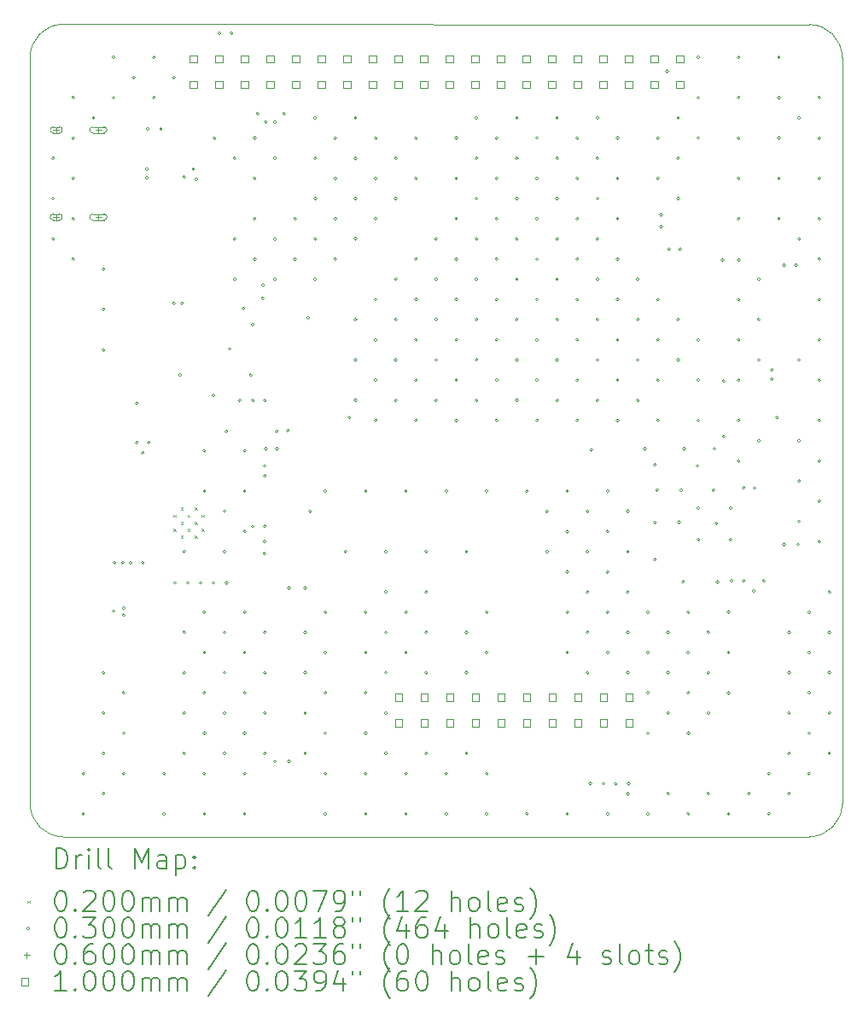
<source format=gbr>
%TF.GenerationSoftware,KiCad,Pcbnew,8.0.6*%
%TF.CreationDate,2024-11-27T19:32:27+03:00*%
%TF.ProjectId,OBCv1,4f424376-312e-46b6-9963-61645f706362,rev?*%
%TF.SameCoordinates,Original*%
%TF.FileFunction,Drillmap*%
%TF.FilePolarity,Positive*%
%FSLAX45Y45*%
G04 Gerber Fmt 4.5, Leading zero omitted, Abs format (unit mm)*
G04 Created by KiCad (PCBNEW 8.0.6) date 2024-11-27 19:32:27*
%MOMM*%
%LPD*%
G01*
G04 APERTURE LIST*
%ADD10C,0.100000*%
%ADD11C,0.200000*%
G04 APERTURE END LIST*
D10*
X5080139Y-4971026D02*
X5080000Y-12375000D01*
X5405000Y-12700000D02*
G75*
G02*
X5080000Y-12375000I0J325000D01*
G01*
X5080139Y-4971026D02*
G75*
G02*
X5405139Y-4646026I325000J0D01*
G01*
X13133982Y-4973200D02*
X13133982Y-12374970D01*
X13133982Y-12374970D02*
G75*
G02*
X12808982Y-12699972I-325002J1D01*
G01*
X12808982Y-12699970D02*
X5405000Y-12700000D01*
X5405139Y-4646026D02*
X12808982Y-4648200D01*
X12808982Y-4648200D02*
G75*
G02*
X13133980Y-4973200I-2J-325000D01*
G01*
D11*
D10*
X6503026Y-9507549D02*
X6523026Y-9527549D01*
X6523026Y-9507549D02*
X6503026Y-9527549D01*
X6503026Y-9647549D02*
X6523026Y-9667549D01*
X6523026Y-9647549D02*
X6503026Y-9667549D01*
X6573026Y-9437549D02*
X6593026Y-9457549D01*
X6593026Y-9437549D02*
X6573026Y-9457549D01*
X6573026Y-9580049D02*
X6593026Y-9600049D01*
X6593026Y-9580049D02*
X6573026Y-9600049D01*
X6573026Y-9717549D02*
X6593026Y-9737549D01*
X6593026Y-9717549D02*
X6573026Y-9737549D01*
X6643026Y-9507549D02*
X6663026Y-9527549D01*
X6663026Y-9507549D02*
X6643026Y-9527549D01*
X6643026Y-9647549D02*
X6663026Y-9667549D01*
X6663026Y-9647549D02*
X6643026Y-9667549D01*
X6713026Y-9437549D02*
X6733026Y-9457549D01*
X6733026Y-9437549D02*
X6713026Y-9457549D01*
X6713026Y-9580049D02*
X6733026Y-9600049D01*
X6733026Y-9580049D02*
X6713026Y-9600049D01*
X6713026Y-9717549D02*
X6733026Y-9737549D01*
X6733026Y-9717549D02*
X6713026Y-9737549D01*
X6783026Y-9507549D02*
X6803026Y-9527549D01*
X6803026Y-9507549D02*
X6783026Y-9527549D01*
X6783026Y-9647549D02*
X6803026Y-9667549D01*
X6803026Y-9647549D02*
X6783026Y-9667549D01*
X5322026Y-5973549D02*
G75*
G02*
X5292026Y-5973549I-15000J0D01*
G01*
X5292026Y-5973549D02*
G75*
G02*
X5322026Y-5973549I15000J0D01*
G01*
X5322026Y-6373549D02*
G75*
G02*
X5292026Y-6373549I-15000J0D01*
G01*
X5292026Y-6373549D02*
G75*
G02*
X5322026Y-6373549I15000J0D01*
G01*
X5322026Y-6773549D02*
G75*
G02*
X5292026Y-6773549I-15000J0D01*
G01*
X5292026Y-6773549D02*
G75*
G02*
X5322026Y-6773549I15000J0D01*
G01*
X5522026Y-5373549D02*
G75*
G02*
X5492026Y-5373549I-15000J0D01*
G01*
X5492026Y-5373549D02*
G75*
G02*
X5522026Y-5373549I15000J0D01*
G01*
X5522026Y-5773549D02*
G75*
G02*
X5492026Y-5773549I-15000J0D01*
G01*
X5492026Y-5773549D02*
G75*
G02*
X5522026Y-5773549I15000J0D01*
G01*
X5522026Y-6173549D02*
G75*
G02*
X5492026Y-6173549I-15000J0D01*
G01*
X5492026Y-6173549D02*
G75*
G02*
X5522026Y-6173549I15000J0D01*
G01*
X5522026Y-6573549D02*
G75*
G02*
X5492026Y-6573549I-15000J0D01*
G01*
X5492026Y-6573549D02*
G75*
G02*
X5522026Y-6573549I15000J0D01*
G01*
X5522026Y-6973549D02*
G75*
G02*
X5492026Y-6973549I-15000J0D01*
G01*
X5492026Y-6973549D02*
G75*
G02*
X5522026Y-6973549I15000J0D01*
G01*
X5622026Y-12073549D02*
G75*
G02*
X5592026Y-12073549I-15000J0D01*
G01*
X5592026Y-12073549D02*
G75*
G02*
X5622026Y-12073549I15000J0D01*
G01*
X5622026Y-12473549D02*
G75*
G02*
X5592026Y-12473549I-15000J0D01*
G01*
X5592026Y-12473549D02*
G75*
G02*
X5622026Y-12473549I15000J0D01*
G01*
X5722026Y-5573549D02*
G75*
G02*
X5692026Y-5573549I-15000J0D01*
G01*
X5692026Y-5573549D02*
G75*
G02*
X5722026Y-5573549I15000J0D01*
G01*
X5822026Y-7073549D02*
G75*
G02*
X5792026Y-7073549I-15000J0D01*
G01*
X5792026Y-7073549D02*
G75*
G02*
X5822026Y-7073549I15000J0D01*
G01*
X5822026Y-7473549D02*
G75*
G02*
X5792026Y-7473549I-15000J0D01*
G01*
X5792026Y-7473549D02*
G75*
G02*
X5822026Y-7473549I15000J0D01*
G01*
X5822026Y-7873549D02*
G75*
G02*
X5792026Y-7873549I-15000J0D01*
G01*
X5792026Y-7873549D02*
G75*
G02*
X5822026Y-7873549I15000J0D01*
G01*
X5822026Y-11073549D02*
G75*
G02*
X5792026Y-11073549I-15000J0D01*
G01*
X5792026Y-11073549D02*
G75*
G02*
X5822026Y-11073549I15000J0D01*
G01*
X5822026Y-11473549D02*
G75*
G02*
X5792026Y-11473549I-15000J0D01*
G01*
X5792026Y-11473549D02*
G75*
G02*
X5822026Y-11473549I15000J0D01*
G01*
X5822026Y-11873549D02*
G75*
G02*
X5792026Y-11873549I-15000J0D01*
G01*
X5792026Y-11873549D02*
G75*
G02*
X5822026Y-11873549I15000J0D01*
G01*
X5822026Y-12273549D02*
G75*
G02*
X5792026Y-12273549I-15000J0D01*
G01*
X5792026Y-12273549D02*
G75*
G02*
X5822026Y-12273549I15000J0D01*
G01*
X5922026Y-4973549D02*
G75*
G02*
X5892026Y-4973549I-15000J0D01*
G01*
X5892026Y-4973549D02*
G75*
G02*
X5922026Y-4973549I15000J0D01*
G01*
X5922026Y-5373549D02*
G75*
G02*
X5892026Y-5373549I-15000J0D01*
G01*
X5892026Y-5373549D02*
G75*
G02*
X5922026Y-5373549I15000J0D01*
G01*
X5922026Y-10463549D02*
G75*
G02*
X5892026Y-10463549I-15000J0D01*
G01*
X5892026Y-10463549D02*
G75*
G02*
X5922026Y-10463549I15000J0D01*
G01*
X5932025Y-9983549D02*
G75*
G02*
X5902025Y-9983549I-15000J0D01*
G01*
X5902025Y-9983549D02*
G75*
G02*
X5932025Y-9983549I15000J0D01*
G01*
X6012026Y-9983549D02*
G75*
G02*
X5982026Y-9983549I-15000J0D01*
G01*
X5982026Y-9983549D02*
G75*
G02*
X6012026Y-9983549I15000J0D01*
G01*
X6022026Y-10433549D02*
G75*
G02*
X5992026Y-10433549I-15000J0D01*
G01*
X5992026Y-10433549D02*
G75*
G02*
X6022026Y-10433549I15000J0D01*
G01*
X6022026Y-10503549D02*
G75*
G02*
X5992026Y-10503549I-15000J0D01*
G01*
X5992026Y-10503549D02*
G75*
G02*
X6022026Y-10503549I15000J0D01*
G01*
X6022026Y-11273549D02*
G75*
G02*
X5992026Y-11273549I-15000J0D01*
G01*
X5992026Y-11273549D02*
G75*
G02*
X6022026Y-11273549I15000J0D01*
G01*
X6022026Y-11673549D02*
G75*
G02*
X5992026Y-11673549I-15000J0D01*
G01*
X5992026Y-11673549D02*
G75*
G02*
X6022026Y-11673549I15000J0D01*
G01*
X6022026Y-12073549D02*
G75*
G02*
X5992026Y-12073549I-15000J0D01*
G01*
X5992026Y-12073549D02*
G75*
G02*
X6022026Y-12073549I15000J0D01*
G01*
X6092026Y-9983549D02*
G75*
G02*
X6062026Y-9983549I-15000J0D01*
G01*
X6062026Y-9983549D02*
G75*
G02*
X6092026Y-9983549I15000J0D01*
G01*
X6122026Y-5173549D02*
G75*
G02*
X6092026Y-5173549I-15000J0D01*
G01*
X6092026Y-5173549D02*
G75*
G02*
X6122026Y-5173549I15000J0D01*
G01*
X6152026Y-8403549D02*
G75*
G02*
X6122026Y-8403549I-15000J0D01*
G01*
X6122026Y-8403549D02*
G75*
G02*
X6152026Y-8403549I15000J0D01*
G01*
X6152026Y-8793549D02*
G75*
G02*
X6122026Y-8793549I-15000J0D01*
G01*
X6122026Y-8793549D02*
G75*
G02*
X6152026Y-8793549I15000J0D01*
G01*
X6212026Y-8893549D02*
G75*
G02*
X6182026Y-8893549I-15000J0D01*
G01*
X6182026Y-8893549D02*
G75*
G02*
X6212026Y-8893549I15000J0D01*
G01*
X6212026Y-9983549D02*
G75*
G02*
X6182026Y-9983549I-15000J0D01*
G01*
X6182026Y-9983549D02*
G75*
G02*
X6212026Y-9983549I15000J0D01*
G01*
X6252026Y-6081049D02*
G75*
G02*
X6222026Y-6081049I-15000J0D01*
G01*
X6222026Y-6081049D02*
G75*
G02*
X6252026Y-6081049I15000J0D01*
G01*
X6252026Y-6166049D02*
G75*
G02*
X6222026Y-6166049I-15000J0D01*
G01*
X6222026Y-6166049D02*
G75*
G02*
X6252026Y-6166049I15000J0D01*
G01*
X6262026Y-5683549D02*
G75*
G02*
X6232026Y-5683549I-15000J0D01*
G01*
X6232026Y-5683549D02*
G75*
G02*
X6262026Y-5683549I15000J0D01*
G01*
X6272026Y-8793549D02*
G75*
G02*
X6242026Y-8793549I-15000J0D01*
G01*
X6242026Y-8793549D02*
G75*
G02*
X6272026Y-8793549I15000J0D01*
G01*
X6322026Y-4973549D02*
G75*
G02*
X6292026Y-4973549I-15000J0D01*
G01*
X6292026Y-4973549D02*
G75*
G02*
X6322026Y-4973549I15000J0D01*
G01*
X6322026Y-5373549D02*
G75*
G02*
X6292026Y-5373549I-15000J0D01*
G01*
X6292026Y-5373549D02*
G75*
G02*
X6322026Y-5373549I15000J0D01*
G01*
X6392026Y-5683549D02*
G75*
G02*
X6362026Y-5683549I-15000J0D01*
G01*
X6362026Y-5683549D02*
G75*
G02*
X6392026Y-5683549I15000J0D01*
G01*
X6422026Y-12073549D02*
G75*
G02*
X6392026Y-12073549I-15000J0D01*
G01*
X6392026Y-12073549D02*
G75*
G02*
X6422026Y-12073549I15000J0D01*
G01*
X6422026Y-12473549D02*
G75*
G02*
X6392026Y-12473549I-15000J0D01*
G01*
X6392026Y-12473549D02*
G75*
G02*
X6422026Y-12473549I15000J0D01*
G01*
X6522026Y-5173549D02*
G75*
G02*
X6492026Y-5173549I-15000J0D01*
G01*
X6492026Y-5173549D02*
G75*
G02*
X6522026Y-5173549I15000J0D01*
G01*
X6522026Y-7413549D02*
G75*
G02*
X6492026Y-7413549I-15000J0D01*
G01*
X6492026Y-7413549D02*
G75*
G02*
X6522026Y-7413549I15000J0D01*
G01*
X6532026Y-10183549D02*
G75*
G02*
X6502026Y-10183549I-15000J0D01*
G01*
X6502026Y-10183549D02*
G75*
G02*
X6532026Y-10183549I15000J0D01*
G01*
X6582026Y-8123549D02*
G75*
G02*
X6552026Y-8123549I-15000J0D01*
G01*
X6552026Y-8123549D02*
G75*
G02*
X6582026Y-8123549I15000J0D01*
G01*
X6602026Y-7413549D02*
G75*
G02*
X6572026Y-7413549I-15000J0D01*
G01*
X6572026Y-7413549D02*
G75*
G02*
X6602026Y-7413549I15000J0D01*
G01*
X6622026Y-6161049D02*
G75*
G02*
X6592026Y-6161049I-15000J0D01*
G01*
X6592026Y-6161049D02*
G75*
G02*
X6622026Y-6161049I15000J0D01*
G01*
X6622026Y-9873549D02*
G75*
G02*
X6592026Y-9873549I-15000J0D01*
G01*
X6592026Y-9873549D02*
G75*
G02*
X6622026Y-9873549I15000J0D01*
G01*
X6622026Y-10673549D02*
G75*
G02*
X6592026Y-10673549I-15000J0D01*
G01*
X6592026Y-10673549D02*
G75*
G02*
X6622026Y-10673549I15000J0D01*
G01*
X6622026Y-11073549D02*
G75*
G02*
X6592026Y-11073549I-15000J0D01*
G01*
X6592026Y-11073549D02*
G75*
G02*
X6622026Y-11073549I15000J0D01*
G01*
X6622026Y-11473549D02*
G75*
G02*
X6592026Y-11473549I-15000J0D01*
G01*
X6592026Y-11473549D02*
G75*
G02*
X6622026Y-11473549I15000J0D01*
G01*
X6622026Y-11873549D02*
G75*
G02*
X6592026Y-11873549I-15000J0D01*
G01*
X6592026Y-11873549D02*
G75*
G02*
X6622026Y-11873549I15000J0D01*
G01*
X6658026Y-10183549D02*
G75*
G02*
X6628026Y-10183549I-15000J0D01*
G01*
X6628026Y-10183549D02*
G75*
G02*
X6658026Y-10183549I15000J0D01*
G01*
X6712026Y-6081049D02*
G75*
G02*
X6682026Y-6081049I-15000J0D01*
G01*
X6682026Y-6081049D02*
G75*
G02*
X6712026Y-6081049I15000J0D01*
G01*
X6742026Y-6183549D02*
G75*
G02*
X6712026Y-6183549I-15000J0D01*
G01*
X6712026Y-6183549D02*
G75*
G02*
X6742026Y-6183549I15000J0D01*
G01*
X6785026Y-10183549D02*
G75*
G02*
X6755026Y-10183549I-15000J0D01*
G01*
X6755026Y-10183549D02*
G75*
G02*
X6785026Y-10183549I15000J0D01*
G01*
X6822026Y-8873549D02*
G75*
G02*
X6792026Y-8873549I-15000J0D01*
G01*
X6792026Y-8873549D02*
G75*
G02*
X6822026Y-8873549I15000J0D01*
G01*
X6822026Y-9273549D02*
G75*
G02*
X6792026Y-9273549I-15000J0D01*
G01*
X6792026Y-9273549D02*
G75*
G02*
X6822026Y-9273549I15000J0D01*
G01*
X6822026Y-10473549D02*
G75*
G02*
X6792026Y-10473549I-15000J0D01*
G01*
X6792026Y-10473549D02*
G75*
G02*
X6822026Y-10473549I15000J0D01*
G01*
X6822026Y-10873549D02*
G75*
G02*
X6792026Y-10873549I-15000J0D01*
G01*
X6792026Y-10873549D02*
G75*
G02*
X6822026Y-10873549I15000J0D01*
G01*
X6822026Y-11273549D02*
G75*
G02*
X6792026Y-11273549I-15000J0D01*
G01*
X6792026Y-11273549D02*
G75*
G02*
X6822026Y-11273549I15000J0D01*
G01*
X6822026Y-11673549D02*
G75*
G02*
X6792026Y-11673549I-15000J0D01*
G01*
X6792026Y-11673549D02*
G75*
G02*
X6822026Y-11673549I15000J0D01*
G01*
X6822026Y-12073549D02*
G75*
G02*
X6792026Y-12073549I-15000J0D01*
G01*
X6792026Y-12073549D02*
G75*
G02*
X6822026Y-12073549I15000J0D01*
G01*
X6822026Y-12473549D02*
G75*
G02*
X6792026Y-12473549I-15000J0D01*
G01*
X6792026Y-12473549D02*
G75*
G02*
X6822026Y-12473549I15000J0D01*
G01*
X6912026Y-8323549D02*
G75*
G02*
X6882026Y-8323549I-15000J0D01*
G01*
X6882026Y-8323549D02*
G75*
G02*
X6912026Y-8323549I15000J0D01*
G01*
X6912026Y-10183549D02*
G75*
G02*
X6882026Y-10183549I-15000J0D01*
G01*
X6882026Y-10183549D02*
G75*
G02*
X6912026Y-10183549I15000J0D01*
G01*
X6922026Y-5773549D02*
G75*
G02*
X6892026Y-5773549I-15000J0D01*
G01*
X6892026Y-5773549D02*
G75*
G02*
X6922026Y-5773549I15000J0D01*
G01*
X6972026Y-4733549D02*
G75*
G02*
X6942026Y-4733549I-15000J0D01*
G01*
X6942026Y-4733549D02*
G75*
G02*
X6972026Y-4733549I15000J0D01*
G01*
X7022026Y-9473549D02*
G75*
G02*
X6992026Y-9473549I-15000J0D01*
G01*
X6992026Y-9473549D02*
G75*
G02*
X7022026Y-9473549I15000J0D01*
G01*
X7022026Y-9873549D02*
G75*
G02*
X6992026Y-9873549I-15000J0D01*
G01*
X6992026Y-9873549D02*
G75*
G02*
X7022026Y-9873549I15000J0D01*
G01*
X7022026Y-10673549D02*
G75*
G02*
X6992026Y-10673549I-15000J0D01*
G01*
X6992026Y-10673549D02*
G75*
G02*
X7022026Y-10673549I15000J0D01*
G01*
X7022026Y-11073549D02*
G75*
G02*
X6992026Y-11073549I-15000J0D01*
G01*
X6992026Y-11073549D02*
G75*
G02*
X7022026Y-11073549I15000J0D01*
G01*
X7022026Y-11473549D02*
G75*
G02*
X6992026Y-11473549I-15000J0D01*
G01*
X6992026Y-11473549D02*
G75*
G02*
X7022026Y-11473549I15000J0D01*
G01*
X7022026Y-11873549D02*
G75*
G02*
X6992026Y-11873549I-15000J0D01*
G01*
X6992026Y-11873549D02*
G75*
G02*
X7022026Y-11873549I15000J0D01*
G01*
X7042026Y-8683549D02*
G75*
G02*
X7012026Y-8683549I-15000J0D01*
G01*
X7012026Y-8683549D02*
G75*
G02*
X7042026Y-8683549I15000J0D01*
G01*
X7042026Y-10183549D02*
G75*
G02*
X7012026Y-10183549I-15000J0D01*
G01*
X7012026Y-10183549D02*
G75*
G02*
X7042026Y-10183549I15000J0D01*
G01*
X7072026Y-7863549D02*
G75*
G02*
X7042026Y-7863549I-15000J0D01*
G01*
X7042026Y-7863549D02*
G75*
G02*
X7072026Y-7863549I15000J0D01*
G01*
X7092026Y-4733549D02*
G75*
G02*
X7062026Y-4733549I-15000J0D01*
G01*
X7062026Y-4733549D02*
G75*
G02*
X7092026Y-4733549I15000J0D01*
G01*
X7122026Y-5973549D02*
G75*
G02*
X7092026Y-5973549I-15000J0D01*
G01*
X7092026Y-5973549D02*
G75*
G02*
X7122026Y-5973549I15000J0D01*
G01*
X7122026Y-6773549D02*
G75*
G02*
X7092026Y-6773549I-15000J0D01*
G01*
X7092026Y-6773549D02*
G75*
G02*
X7122026Y-6773549I15000J0D01*
G01*
X7122026Y-7173549D02*
G75*
G02*
X7092026Y-7173549I-15000J0D01*
G01*
X7092026Y-7173549D02*
G75*
G02*
X7122026Y-7173549I15000J0D01*
G01*
X7172026Y-8373549D02*
G75*
G02*
X7142026Y-8373549I-15000J0D01*
G01*
X7142026Y-8373549D02*
G75*
G02*
X7172026Y-8373549I15000J0D01*
G01*
X7212026Y-7463549D02*
G75*
G02*
X7182026Y-7463549I-15000J0D01*
G01*
X7182026Y-7463549D02*
G75*
G02*
X7212026Y-7463549I15000J0D01*
G01*
X7222026Y-8873549D02*
G75*
G02*
X7192026Y-8873549I-15000J0D01*
G01*
X7192026Y-8873549D02*
G75*
G02*
X7222026Y-8873549I15000J0D01*
G01*
X7222026Y-9273549D02*
G75*
G02*
X7192026Y-9273549I-15000J0D01*
G01*
X7192026Y-9273549D02*
G75*
G02*
X7222026Y-9273549I15000J0D01*
G01*
X7222026Y-9673549D02*
G75*
G02*
X7192026Y-9673549I-15000J0D01*
G01*
X7192026Y-9673549D02*
G75*
G02*
X7222026Y-9673549I15000J0D01*
G01*
X7222026Y-10473549D02*
G75*
G02*
X7192026Y-10473549I-15000J0D01*
G01*
X7192026Y-10473549D02*
G75*
G02*
X7222026Y-10473549I15000J0D01*
G01*
X7222026Y-10873549D02*
G75*
G02*
X7192026Y-10873549I-15000J0D01*
G01*
X7192026Y-10873549D02*
G75*
G02*
X7222026Y-10873549I15000J0D01*
G01*
X7222026Y-11273549D02*
G75*
G02*
X7192026Y-11273549I-15000J0D01*
G01*
X7192026Y-11273549D02*
G75*
G02*
X7222026Y-11273549I15000J0D01*
G01*
X7222026Y-11673549D02*
G75*
G02*
X7192026Y-11673549I-15000J0D01*
G01*
X7192026Y-11673549D02*
G75*
G02*
X7222026Y-11673549I15000J0D01*
G01*
X7222026Y-12073549D02*
G75*
G02*
X7192026Y-12073549I-15000J0D01*
G01*
X7192026Y-12073549D02*
G75*
G02*
X7222026Y-12073549I15000J0D01*
G01*
X7222026Y-12473549D02*
G75*
G02*
X7192026Y-12473549I-15000J0D01*
G01*
X7192026Y-12473549D02*
G75*
G02*
X7222026Y-12473549I15000J0D01*
G01*
X7282026Y-8123549D02*
G75*
G02*
X7252026Y-8123549I-15000J0D01*
G01*
X7252026Y-8123549D02*
G75*
G02*
X7282026Y-8123549I15000J0D01*
G01*
X7302026Y-7623549D02*
G75*
G02*
X7272026Y-7623549I-15000J0D01*
G01*
X7272026Y-7623549D02*
G75*
G02*
X7302026Y-7623549I15000J0D01*
G01*
X7302026Y-8373549D02*
G75*
G02*
X7272026Y-8373549I-15000J0D01*
G01*
X7272026Y-8373549D02*
G75*
G02*
X7302026Y-8373549I15000J0D01*
G01*
X7302026Y-9623549D02*
G75*
G02*
X7272026Y-9623549I-15000J0D01*
G01*
X7272026Y-9623549D02*
G75*
G02*
X7302026Y-9623549I15000J0D01*
G01*
X7322026Y-5773549D02*
G75*
G02*
X7292026Y-5773549I-15000J0D01*
G01*
X7292026Y-5773549D02*
G75*
G02*
X7322026Y-5773549I15000J0D01*
G01*
X7322026Y-6173549D02*
G75*
G02*
X7292026Y-6173549I-15000J0D01*
G01*
X7292026Y-6173549D02*
G75*
G02*
X7322026Y-6173549I15000J0D01*
G01*
X7322026Y-6573549D02*
G75*
G02*
X7292026Y-6573549I-15000J0D01*
G01*
X7292026Y-6573549D02*
G75*
G02*
X7322026Y-6573549I15000J0D01*
G01*
X7322026Y-6973549D02*
G75*
G02*
X7292026Y-6973549I-15000J0D01*
G01*
X7292026Y-6973549D02*
G75*
G02*
X7322026Y-6973549I15000J0D01*
G01*
X7352026Y-5533549D02*
G75*
G02*
X7322026Y-5533549I-15000J0D01*
G01*
X7322026Y-5533549D02*
G75*
G02*
X7352026Y-5533549I15000J0D01*
G01*
X7402026Y-7233549D02*
G75*
G02*
X7372026Y-7233549I-15000J0D01*
G01*
X7372026Y-7233549D02*
G75*
G02*
X7402026Y-7233549I15000J0D01*
G01*
X7402026Y-7363549D02*
G75*
G02*
X7372026Y-7363549I-15000J0D01*
G01*
X7372026Y-7363549D02*
G75*
G02*
X7402026Y-7363549I15000J0D01*
G01*
X7420026Y-9893549D02*
G75*
G02*
X7390026Y-9893549I-15000J0D01*
G01*
X7390026Y-9893549D02*
G75*
G02*
X7420026Y-9893549I15000J0D01*
G01*
X7422026Y-8373549D02*
G75*
G02*
X7392026Y-8373549I-15000J0D01*
G01*
X7392026Y-8373549D02*
G75*
G02*
X7422026Y-8373549I15000J0D01*
G01*
X7422026Y-9023549D02*
G75*
G02*
X7392026Y-9023549I-15000J0D01*
G01*
X7392026Y-9023549D02*
G75*
G02*
X7422026Y-9023549I15000J0D01*
G01*
X7422026Y-9123549D02*
G75*
G02*
X7392026Y-9123549I-15000J0D01*
G01*
X7392026Y-9123549D02*
G75*
G02*
X7422026Y-9123549I15000J0D01*
G01*
X7422026Y-9623549D02*
G75*
G02*
X7392026Y-9623549I-15000J0D01*
G01*
X7392026Y-9623549D02*
G75*
G02*
X7422026Y-9623549I15000J0D01*
G01*
X7422026Y-9773549D02*
G75*
G02*
X7392026Y-9773549I-15000J0D01*
G01*
X7392026Y-9773549D02*
G75*
G02*
X7422026Y-9773549I15000J0D01*
G01*
X7422026Y-10673549D02*
G75*
G02*
X7392026Y-10673549I-15000J0D01*
G01*
X7392026Y-10673549D02*
G75*
G02*
X7422026Y-10673549I15000J0D01*
G01*
X7422026Y-11073549D02*
G75*
G02*
X7392026Y-11073549I-15000J0D01*
G01*
X7392026Y-11073549D02*
G75*
G02*
X7422026Y-11073549I15000J0D01*
G01*
X7422026Y-11473549D02*
G75*
G02*
X7392026Y-11473549I-15000J0D01*
G01*
X7392026Y-11473549D02*
G75*
G02*
X7422026Y-11473549I15000J0D01*
G01*
X7422026Y-11873549D02*
G75*
G02*
X7392026Y-11873549I-15000J0D01*
G01*
X7392026Y-11873549D02*
G75*
G02*
X7422026Y-11873549I15000J0D01*
G01*
X7432026Y-5613549D02*
G75*
G02*
X7402026Y-5613549I-15000J0D01*
G01*
X7402026Y-5613549D02*
G75*
G02*
X7432026Y-5613549I15000J0D01*
G01*
X7432026Y-8853549D02*
G75*
G02*
X7402026Y-8853549I-15000J0D01*
G01*
X7402026Y-8853549D02*
G75*
G02*
X7432026Y-8853549I15000J0D01*
G01*
X7522026Y-5613549D02*
G75*
G02*
X7492026Y-5613549I-15000J0D01*
G01*
X7492026Y-5613549D02*
G75*
G02*
X7522026Y-5613549I15000J0D01*
G01*
X7522026Y-5973549D02*
G75*
G02*
X7492026Y-5973549I-15000J0D01*
G01*
X7492026Y-5973549D02*
G75*
G02*
X7522026Y-5973549I15000J0D01*
G01*
X7522026Y-6773549D02*
G75*
G02*
X7492026Y-6773549I-15000J0D01*
G01*
X7492026Y-6773549D02*
G75*
G02*
X7522026Y-6773549I15000J0D01*
G01*
X7522026Y-7173549D02*
G75*
G02*
X7492026Y-7173549I-15000J0D01*
G01*
X7492026Y-7173549D02*
G75*
G02*
X7522026Y-7173549I15000J0D01*
G01*
X7522026Y-11953549D02*
G75*
G02*
X7492026Y-11953549I-15000J0D01*
G01*
X7492026Y-11953549D02*
G75*
G02*
X7522026Y-11953549I15000J0D01*
G01*
X7542026Y-8683549D02*
G75*
G02*
X7512026Y-8683549I-15000J0D01*
G01*
X7512026Y-8683549D02*
G75*
G02*
X7542026Y-8683549I15000J0D01*
G01*
X7542026Y-8853549D02*
G75*
G02*
X7512026Y-8853549I-15000J0D01*
G01*
X7512026Y-8853549D02*
G75*
G02*
X7542026Y-8853549I15000J0D01*
G01*
X7612026Y-5533549D02*
G75*
G02*
X7582026Y-5533549I-15000J0D01*
G01*
X7582026Y-5533549D02*
G75*
G02*
X7612026Y-5533549I15000J0D01*
G01*
X7652026Y-8673549D02*
G75*
G02*
X7622026Y-8673549I-15000J0D01*
G01*
X7622026Y-8673549D02*
G75*
G02*
X7652026Y-8673549I15000J0D01*
G01*
X7662026Y-10233549D02*
G75*
G02*
X7632026Y-10233549I-15000J0D01*
G01*
X7632026Y-10233549D02*
G75*
G02*
X7662026Y-10233549I15000J0D01*
G01*
X7662026Y-11953549D02*
G75*
G02*
X7632026Y-11953549I-15000J0D01*
G01*
X7632026Y-11953549D02*
G75*
G02*
X7662026Y-11953549I15000J0D01*
G01*
X7722026Y-6573549D02*
G75*
G02*
X7692026Y-6573549I-15000J0D01*
G01*
X7692026Y-6573549D02*
G75*
G02*
X7722026Y-6573549I15000J0D01*
G01*
X7722026Y-6973549D02*
G75*
G02*
X7692026Y-6973549I-15000J0D01*
G01*
X7692026Y-6973549D02*
G75*
G02*
X7722026Y-6973549I15000J0D01*
G01*
X7822026Y-10233549D02*
G75*
G02*
X7792026Y-10233549I-15000J0D01*
G01*
X7792026Y-10233549D02*
G75*
G02*
X7822026Y-10233549I15000J0D01*
G01*
X7822026Y-10673549D02*
G75*
G02*
X7792026Y-10673549I-15000J0D01*
G01*
X7792026Y-10673549D02*
G75*
G02*
X7822026Y-10673549I15000J0D01*
G01*
X7822026Y-11073549D02*
G75*
G02*
X7792026Y-11073549I-15000J0D01*
G01*
X7792026Y-11073549D02*
G75*
G02*
X7822026Y-11073549I15000J0D01*
G01*
X7822026Y-11473549D02*
G75*
G02*
X7792026Y-11473549I-15000J0D01*
G01*
X7792026Y-11473549D02*
G75*
G02*
X7822026Y-11473549I15000J0D01*
G01*
X7822026Y-11873549D02*
G75*
G02*
X7792026Y-11873549I-15000J0D01*
G01*
X7792026Y-11873549D02*
G75*
G02*
X7822026Y-11873549I15000J0D01*
G01*
X7852026Y-7553549D02*
G75*
G02*
X7822026Y-7553549I-15000J0D01*
G01*
X7822026Y-7553549D02*
G75*
G02*
X7852026Y-7553549I15000J0D01*
G01*
X7872026Y-9473549D02*
G75*
G02*
X7842026Y-9473549I-15000J0D01*
G01*
X7842026Y-9473549D02*
G75*
G02*
X7872026Y-9473549I15000J0D01*
G01*
X7922026Y-5573549D02*
G75*
G02*
X7892026Y-5573549I-15000J0D01*
G01*
X7892026Y-5573549D02*
G75*
G02*
X7922026Y-5573549I15000J0D01*
G01*
X7922026Y-5973549D02*
G75*
G02*
X7892026Y-5973549I-15000J0D01*
G01*
X7892026Y-5973549D02*
G75*
G02*
X7922026Y-5973549I15000J0D01*
G01*
X7922026Y-6373549D02*
G75*
G02*
X7892026Y-6373549I-15000J0D01*
G01*
X7892026Y-6373549D02*
G75*
G02*
X7922026Y-6373549I15000J0D01*
G01*
X7922026Y-6773549D02*
G75*
G02*
X7892026Y-6773549I-15000J0D01*
G01*
X7892026Y-6773549D02*
G75*
G02*
X7922026Y-6773549I15000J0D01*
G01*
X7922026Y-7173549D02*
G75*
G02*
X7892026Y-7173549I-15000J0D01*
G01*
X7892026Y-7173549D02*
G75*
G02*
X7922026Y-7173549I15000J0D01*
G01*
X8022026Y-9273549D02*
G75*
G02*
X7992026Y-9273549I-15000J0D01*
G01*
X7992026Y-9273549D02*
G75*
G02*
X8022026Y-9273549I15000J0D01*
G01*
X8022026Y-10473549D02*
G75*
G02*
X7992026Y-10473549I-15000J0D01*
G01*
X7992026Y-10473549D02*
G75*
G02*
X8022026Y-10473549I15000J0D01*
G01*
X8022026Y-10873549D02*
G75*
G02*
X7992026Y-10873549I-15000J0D01*
G01*
X7992026Y-10873549D02*
G75*
G02*
X8022026Y-10873549I15000J0D01*
G01*
X8022026Y-11273549D02*
G75*
G02*
X7992026Y-11273549I-15000J0D01*
G01*
X7992026Y-11273549D02*
G75*
G02*
X8022026Y-11273549I15000J0D01*
G01*
X8022026Y-11673549D02*
G75*
G02*
X7992026Y-11673549I-15000J0D01*
G01*
X7992026Y-11673549D02*
G75*
G02*
X8022026Y-11673549I15000J0D01*
G01*
X8022026Y-12073549D02*
G75*
G02*
X7992026Y-12073549I-15000J0D01*
G01*
X7992026Y-12073549D02*
G75*
G02*
X8022026Y-12073549I15000J0D01*
G01*
X8022026Y-12473549D02*
G75*
G02*
X7992026Y-12473549I-15000J0D01*
G01*
X7992026Y-12473549D02*
G75*
G02*
X8022026Y-12473549I15000J0D01*
G01*
X8122026Y-5773549D02*
G75*
G02*
X8092026Y-5773549I-15000J0D01*
G01*
X8092026Y-5773549D02*
G75*
G02*
X8122026Y-5773549I15000J0D01*
G01*
X8122026Y-6173549D02*
G75*
G02*
X8092026Y-6173549I-15000J0D01*
G01*
X8092026Y-6173549D02*
G75*
G02*
X8122026Y-6173549I15000J0D01*
G01*
X8122026Y-6573549D02*
G75*
G02*
X8092026Y-6573549I-15000J0D01*
G01*
X8092026Y-6573549D02*
G75*
G02*
X8122026Y-6573549I15000J0D01*
G01*
X8122026Y-6973549D02*
G75*
G02*
X8092026Y-6973549I-15000J0D01*
G01*
X8092026Y-6973549D02*
G75*
G02*
X8122026Y-6973549I15000J0D01*
G01*
X8222026Y-9873549D02*
G75*
G02*
X8192026Y-9873549I-15000J0D01*
G01*
X8192026Y-9873549D02*
G75*
G02*
X8222026Y-9873549I15000J0D01*
G01*
X8262026Y-8543549D02*
G75*
G02*
X8232026Y-8543549I-15000J0D01*
G01*
X8232026Y-8543549D02*
G75*
G02*
X8262026Y-8543549I15000J0D01*
G01*
X8322026Y-5573549D02*
G75*
G02*
X8292026Y-5573549I-15000J0D01*
G01*
X8292026Y-5573549D02*
G75*
G02*
X8322026Y-5573549I15000J0D01*
G01*
X8322026Y-5973549D02*
G75*
G02*
X8292026Y-5973549I-15000J0D01*
G01*
X8292026Y-5973549D02*
G75*
G02*
X8322026Y-5973549I15000J0D01*
G01*
X8322026Y-6373549D02*
G75*
G02*
X8292026Y-6373549I-15000J0D01*
G01*
X8292026Y-6373549D02*
G75*
G02*
X8322026Y-6373549I15000J0D01*
G01*
X8322026Y-6773549D02*
G75*
G02*
X8292026Y-6773549I-15000J0D01*
G01*
X8292026Y-6773549D02*
G75*
G02*
X8322026Y-6773549I15000J0D01*
G01*
X8322026Y-7573549D02*
G75*
G02*
X8292026Y-7573549I-15000J0D01*
G01*
X8292026Y-7573549D02*
G75*
G02*
X8322026Y-7573549I15000J0D01*
G01*
X8322026Y-7973549D02*
G75*
G02*
X8292026Y-7973549I-15000J0D01*
G01*
X8292026Y-7973549D02*
G75*
G02*
X8322026Y-7973549I15000J0D01*
G01*
X8322026Y-8373549D02*
G75*
G02*
X8292026Y-8373549I-15000J0D01*
G01*
X8292026Y-8373549D02*
G75*
G02*
X8322026Y-8373549I15000J0D01*
G01*
X8422026Y-9273549D02*
G75*
G02*
X8392026Y-9273549I-15000J0D01*
G01*
X8392026Y-9273549D02*
G75*
G02*
X8422026Y-9273549I15000J0D01*
G01*
X8422026Y-10473549D02*
G75*
G02*
X8392026Y-10473549I-15000J0D01*
G01*
X8392026Y-10473549D02*
G75*
G02*
X8422026Y-10473549I15000J0D01*
G01*
X8422026Y-10873549D02*
G75*
G02*
X8392026Y-10873549I-15000J0D01*
G01*
X8392026Y-10873549D02*
G75*
G02*
X8422026Y-10873549I15000J0D01*
G01*
X8422026Y-11273549D02*
G75*
G02*
X8392026Y-11273549I-15000J0D01*
G01*
X8392026Y-11273549D02*
G75*
G02*
X8422026Y-11273549I15000J0D01*
G01*
X8422026Y-11673549D02*
G75*
G02*
X8392026Y-11673549I-15000J0D01*
G01*
X8392026Y-11673549D02*
G75*
G02*
X8422026Y-11673549I15000J0D01*
G01*
X8422026Y-12073549D02*
G75*
G02*
X8392026Y-12073549I-15000J0D01*
G01*
X8392026Y-12073549D02*
G75*
G02*
X8422026Y-12073549I15000J0D01*
G01*
X8422026Y-12473549D02*
G75*
G02*
X8392026Y-12473549I-15000J0D01*
G01*
X8392026Y-12473549D02*
G75*
G02*
X8422026Y-12473549I15000J0D01*
G01*
X8522026Y-5773549D02*
G75*
G02*
X8492026Y-5773549I-15000J0D01*
G01*
X8492026Y-5773549D02*
G75*
G02*
X8522026Y-5773549I15000J0D01*
G01*
X8522026Y-6173549D02*
G75*
G02*
X8492026Y-6173549I-15000J0D01*
G01*
X8492026Y-6173549D02*
G75*
G02*
X8522026Y-6173549I15000J0D01*
G01*
X8522026Y-6573549D02*
G75*
G02*
X8492026Y-6573549I-15000J0D01*
G01*
X8492026Y-6573549D02*
G75*
G02*
X8522026Y-6573549I15000J0D01*
G01*
X8522026Y-7373549D02*
G75*
G02*
X8492026Y-7373549I-15000J0D01*
G01*
X8492026Y-7373549D02*
G75*
G02*
X8522026Y-7373549I15000J0D01*
G01*
X8522026Y-7773549D02*
G75*
G02*
X8492026Y-7773549I-15000J0D01*
G01*
X8492026Y-7773549D02*
G75*
G02*
X8522026Y-7773549I15000J0D01*
G01*
X8522026Y-8173549D02*
G75*
G02*
X8492026Y-8173549I-15000J0D01*
G01*
X8492026Y-8173549D02*
G75*
G02*
X8522026Y-8173549I15000J0D01*
G01*
X8522026Y-8573549D02*
G75*
G02*
X8492026Y-8573549I-15000J0D01*
G01*
X8492026Y-8573549D02*
G75*
G02*
X8522026Y-8573549I15000J0D01*
G01*
X8622026Y-9873549D02*
G75*
G02*
X8592026Y-9873549I-15000J0D01*
G01*
X8592026Y-9873549D02*
G75*
G02*
X8622026Y-9873549I15000J0D01*
G01*
X8622026Y-10273549D02*
G75*
G02*
X8592026Y-10273549I-15000J0D01*
G01*
X8592026Y-10273549D02*
G75*
G02*
X8622026Y-10273549I15000J0D01*
G01*
X8622026Y-10673549D02*
G75*
G02*
X8592026Y-10673549I-15000J0D01*
G01*
X8592026Y-10673549D02*
G75*
G02*
X8622026Y-10673549I15000J0D01*
G01*
X8622026Y-11073549D02*
G75*
G02*
X8592026Y-11073549I-15000J0D01*
G01*
X8592026Y-11073549D02*
G75*
G02*
X8622026Y-11073549I15000J0D01*
G01*
X8622026Y-11473549D02*
G75*
G02*
X8592026Y-11473549I-15000J0D01*
G01*
X8592026Y-11473549D02*
G75*
G02*
X8622026Y-11473549I15000J0D01*
G01*
X8622026Y-11873549D02*
G75*
G02*
X8592026Y-11873549I-15000J0D01*
G01*
X8592026Y-11873549D02*
G75*
G02*
X8622026Y-11873549I15000J0D01*
G01*
X8722026Y-5973549D02*
G75*
G02*
X8692026Y-5973549I-15000J0D01*
G01*
X8692026Y-5973549D02*
G75*
G02*
X8722026Y-5973549I15000J0D01*
G01*
X8722026Y-6373549D02*
G75*
G02*
X8692026Y-6373549I-15000J0D01*
G01*
X8692026Y-6373549D02*
G75*
G02*
X8722026Y-6373549I15000J0D01*
G01*
X8722026Y-7173549D02*
G75*
G02*
X8692026Y-7173549I-15000J0D01*
G01*
X8692026Y-7173549D02*
G75*
G02*
X8722026Y-7173549I15000J0D01*
G01*
X8722026Y-7573549D02*
G75*
G02*
X8692026Y-7573549I-15000J0D01*
G01*
X8692026Y-7573549D02*
G75*
G02*
X8722026Y-7573549I15000J0D01*
G01*
X8722026Y-7973549D02*
G75*
G02*
X8692026Y-7973549I-15000J0D01*
G01*
X8692026Y-7973549D02*
G75*
G02*
X8722026Y-7973549I15000J0D01*
G01*
X8722026Y-8373549D02*
G75*
G02*
X8692026Y-8373549I-15000J0D01*
G01*
X8692026Y-8373549D02*
G75*
G02*
X8722026Y-8373549I15000J0D01*
G01*
X8822026Y-9273549D02*
G75*
G02*
X8792026Y-9273549I-15000J0D01*
G01*
X8792026Y-9273549D02*
G75*
G02*
X8822026Y-9273549I15000J0D01*
G01*
X8822026Y-10473549D02*
G75*
G02*
X8792026Y-10473549I-15000J0D01*
G01*
X8792026Y-10473549D02*
G75*
G02*
X8822026Y-10473549I15000J0D01*
G01*
X8822026Y-10873549D02*
G75*
G02*
X8792026Y-10873549I-15000J0D01*
G01*
X8792026Y-10873549D02*
G75*
G02*
X8822026Y-10873549I15000J0D01*
G01*
X8822026Y-12073549D02*
G75*
G02*
X8792026Y-12073549I-15000J0D01*
G01*
X8792026Y-12073549D02*
G75*
G02*
X8822026Y-12073549I15000J0D01*
G01*
X8822026Y-12473549D02*
G75*
G02*
X8792026Y-12473549I-15000J0D01*
G01*
X8792026Y-12473549D02*
G75*
G02*
X8822026Y-12473549I15000J0D01*
G01*
X8922026Y-5773549D02*
G75*
G02*
X8892026Y-5773549I-15000J0D01*
G01*
X8892026Y-5773549D02*
G75*
G02*
X8922026Y-5773549I15000J0D01*
G01*
X8922026Y-6173549D02*
G75*
G02*
X8892026Y-6173549I-15000J0D01*
G01*
X8892026Y-6173549D02*
G75*
G02*
X8922026Y-6173549I15000J0D01*
G01*
X8922026Y-6973549D02*
G75*
G02*
X8892026Y-6973549I-15000J0D01*
G01*
X8892026Y-6973549D02*
G75*
G02*
X8922026Y-6973549I15000J0D01*
G01*
X8922026Y-7373549D02*
G75*
G02*
X8892026Y-7373549I-15000J0D01*
G01*
X8892026Y-7373549D02*
G75*
G02*
X8922026Y-7373549I15000J0D01*
G01*
X8922026Y-7773549D02*
G75*
G02*
X8892026Y-7773549I-15000J0D01*
G01*
X8892026Y-7773549D02*
G75*
G02*
X8922026Y-7773549I15000J0D01*
G01*
X8922026Y-8173549D02*
G75*
G02*
X8892026Y-8173549I-15000J0D01*
G01*
X8892026Y-8173549D02*
G75*
G02*
X8922026Y-8173549I15000J0D01*
G01*
X8922026Y-8573549D02*
G75*
G02*
X8892026Y-8573549I-15000J0D01*
G01*
X8892026Y-8573549D02*
G75*
G02*
X8922026Y-8573549I15000J0D01*
G01*
X9022026Y-9873549D02*
G75*
G02*
X8992026Y-9873549I-15000J0D01*
G01*
X8992026Y-9873549D02*
G75*
G02*
X9022026Y-9873549I15000J0D01*
G01*
X9022026Y-10273549D02*
G75*
G02*
X8992026Y-10273549I-15000J0D01*
G01*
X8992026Y-10273549D02*
G75*
G02*
X9022026Y-10273549I15000J0D01*
G01*
X9022026Y-10673549D02*
G75*
G02*
X8992026Y-10673549I-15000J0D01*
G01*
X8992026Y-10673549D02*
G75*
G02*
X9022026Y-10673549I15000J0D01*
G01*
X9022026Y-11073549D02*
G75*
G02*
X8992026Y-11073549I-15000J0D01*
G01*
X8992026Y-11073549D02*
G75*
G02*
X9022026Y-11073549I15000J0D01*
G01*
X9022026Y-11873549D02*
G75*
G02*
X8992026Y-11873549I-15000J0D01*
G01*
X8992026Y-11873549D02*
G75*
G02*
X9022026Y-11873549I15000J0D01*
G01*
X9122026Y-6773549D02*
G75*
G02*
X9092026Y-6773549I-15000J0D01*
G01*
X9092026Y-6773549D02*
G75*
G02*
X9122026Y-6773549I15000J0D01*
G01*
X9122026Y-7173549D02*
G75*
G02*
X9092026Y-7173549I-15000J0D01*
G01*
X9092026Y-7173549D02*
G75*
G02*
X9122026Y-7173549I15000J0D01*
G01*
X9122026Y-7573549D02*
G75*
G02*
X9092026Y-7573549I-15000J0D01*
G01*
X9092026Y-7573549D02*
G75*
G02*
X9122026Y-7573549I15000J0D01*
G01*
X9122026Y-7973549D02*
G75*
G02*
X9092026Y-7973549I-15000J0D01*
G01*
X9092026Y-7973549D02*
G75*
G02*
X9122026Y-7973549I15000J0D01*
G01*
X9122026Y-8373549D02*
G75*
G02*
X9092026Y-8373549I-15000J0D01*
G01*
X9092026Y-8373549D02*
G75*
G02*
X9122026Y-8373549I15000J0D01*
G01*
X9222026Y-9273549D02*
G75*
G02*
X9192026Y-9273549I-15000J0D01*
G01*
X9192026Y-9273549D02*
G75*
G02*
X9222026Y-9273549I15000J0D01*
G01*
X9222026Y-12073549D02*
G75*
G02*
X9192026Y-12073549I-15000J0D01*
G01*
X9192026Y-12073549D02*
G75*
G02*
X9222026Y-12073549I15000J0D01*
G01*
X9222026Y-12473549D02*
G75*
G02*
X9192026Y-12473549I-15000J0D01*
G01*
X9192026Y-12473549D02*
G75*
G02*
X9222026Y-12473549I15000J0D01*
G01*
X9322026Y-5773549D02*
G75*
G02*
X9292026Y-5773549I-15000J0D01*
G01*
X9292026Y-5773549D02*
G75*
G02*
X9322026Y-5773549I15000J0D01*
G01*
X9322026Y-6173549D02*
G75*
G02*
X9292026Y-6173549I-15000J0D01*
G01*
X9292026Y-6173549D02*
G75*
G02*
X9322026Y-6173549I15000J0D01*
G01*
X9322026Y-6573549D02*
G75*
G02*
X9292026Y-6573549I-15000J0D01*
G01*
X9292026Y-6573549D02*
G75*
G02*
X9322026Y-6573549I15000J0D01*
G01*
X9322026Y-6973549D02*
G75*
G02*
X9292026Y-6973549I-15000J0D01*
G01*
X9292026Y-6973549D02*
G75*
G02*
X9322026Y-6973549I15000J0D01*
G01*
X9322026Y-7373549D02*
G75*
G02*
X9292026Y-7373549I-15000J0D01*
G01*
X9292026Y-7373549D02*
G75*
G02*
X9322026Y-7373549I15000J0D01*
G01*
X9322026Y-7773549D02*
G75*
G02*
X9292026Y-7773549I-15000J0D01*
G01*
X9292026Y-7773549D02*
G75*
G02*
X9322026Y-7773549I15000J0D01*
G01*
X9322026Y-8173549D02*
G75*
G02*
X9292026Y-8173549I-15000J0D01*
G01*
X9292026Y-8173549D02*
G75*
G02*
X9322026Y-8173549I15000J0D01*
G01*
X9322026Y-8573549D02*
G75*
G02*
X9292026Y-8573549I-15000J0D01*
G01*
X9292026Y-8573549D02*
G75*
G02*
X9322026Y-8573549I15000J0D01*
G01*
X9422026Y-9873549D02*
G75*
G02*
X9392026Y-9873549I-15000J0D01*
G01*
X9392026Y-9873549D02*
G75*
G02*
X9422026Y-9873549I15000J0D01*
G01*
X9422026Y-10673549D02*
G75*
G02*
X9392026Y-10673549I-15000J0D01*
G01*
X9392026Y-10673549D02*
G75*
G02*
X9422026Y-10673549I15000J0D01*
G01*
X9422026Y-11073549D02*
G75*
G02*
X9392026Y-11073549I-15000J0D01*
G01*
X9392026Y-11073549D02*
G75*
G02*
X9422026Y-11073549I15000J0D01*
G01*
X9422026Y-11873549D02*
G75*
G02*
X9392026Y-11873549I-15000J0D01*
G01*
X9392026Y-11873549D02*
G75*
G02*
X9422026Y-11873549I15000J0D01*
G01*
X9522026Y-5573549D02*
G75*
G02*
X9492026Y-5573549I-15000J0D01*
G01*
X9492026Y-5573549D02*
G75*
G02*
X9522026Y-5573549I15000J0D01*
G01*
X9522026Y-5973549D02*
G75*
G02*
X9492026Y-5973549I-15000J0D01*
G01*
X9492026Y-5973549D02*
G75*
G02*
X9522026Y-5973549I15000J0D01*
G01*
X9522026Y-6373549D02*
G75*
G02*
X9492026Y-6373549I-15000J0D01*
G01*
X9492026Y-6373549D02*
G75*
G02*
X9522026Y-6373549I15000J0D01*
G01*
X9522026Y-6773549D02*
G75*
G02*
X9492026Y-6773549I-15000J0D01*
G01*
X9492026Y-6773549D02*
G75*
G02*
X9522026Y-6773549I15000J0D01*
G01*
X9522026Y-7173549D02*
G75*
G02*
X9492026Y-7173549I-15000J0D01*
G01*
X9492026Y-7173549D02*
G75*
G02*
X9522026Y-7173549I15000J0D01*
G01*
X9522026Y-7573549D02*
G75*
G02*
X9492026Y-7573549I-15000J0D01*
G01*
X9492026Y-7573549D02*
G75*
G02*
X9522026Y-7573549I15000J0D01*
G01*
X9522026Y-7973549D02*
G75*
G02*
X9492026Y-7973549I-15000J0D01*
G01*
X9492026Y-7973549D02*
G75*
G02*
X9522026Y-7973549I15000J0D01*
G01*
X9522026Y-8373549D02*
G75*
G02*
X9492026Y-8373549I-15000J0D01*
G01*
X9492026Y-8373549D02*
G75*
G02*
X9522026Y-8373549I15000J0D01*
G01*
X9622026Y-9273549D02*
G75*
G02*
X9592026Y-9273549I-15000J0D01*
G01*
X9592026Y-9273549D02*
G75*
G02*
X9622026Y-9273549I15000J0D01*
G01*
X9622026Y-10473549D02*
G75*
G02*
X9592026Y-10473549I-15000J0D01*
G01*
X9592026Y-10473549D02*
G75*
G02*
X9622026Y-10473549I15000J0D01*
G01*
X9622026Y-10873549D02*
G75*
G02*
X9592026Y-10873549I-15000J0D01*
G01*
X9592026Y-10873549D02*
G75*
G02*
X9622026Y-10873549I15000J0D01*
G01*
X9622026Y-12073549D02*
G75*
G02*
X9592026Y-12073549I-15000J0D01*
G01*
X9592026Y-12073549D02*
G75*
G02*
X9622026Y-12073549I15000J0D01*
G01*
X9622026Y-12473549D02*
G75*
G02*
X9592026Y-12473549I-15000J0D01*
G01*
X9592026Y-12473549D02*
G75*
G02*
X9622026Y-12473549I15000J0D01*
G01*
X9722026Y-5773549D02*
G75*
G02*
X9692026Y-5773549I-15000J0D01*
G01*
X9692026Y-5773549D02*
G75*
G02*
X9722026Y-5773549I15000J0D01*
G01*
X9722026Y-6173549D02*
G75*
G02*
X9692026Y-6173549I-15000J0D01*
G01*
X9692026Y-6173549D02*
G75*
G02*
X9722026Y-6173549I15000J0D01*
G01*
X9722026Y-6573549D02*
G75*
G02*
X9692026Y-6573549I-15000J0D01*
G01*
X9692026Y-6573549D02*
G75*
G02*
X9722026Y-6573549I15000J0D01*
G01*
X9722026Y-6973549D02*
G75*
G02*
X9692026Y-6973549I-15000J0D01*
G01*
X9692026Y-6973549D02*
G75*
G02*
X9722026Y-6973549I15000J0D01*
G01*
X9722026Y-7373549D02*
G75*
G02*
X9692026Y-7373549I-15000J0D01*
G01*
X9692026Y-7373549D02*
G75*
G02*
X9722026Y-7373549I15000J0D01*
G01*
X9722026Y-7773549D02*
G75*
G02*
X9692026Y-7773549I-15000J0D01*
G01*
X9692026Y-7773549D02*
G75*
G02*
X9722026Y-7773549I15000J0D01*
G01*
X9722026Y-8173549D02*
G75*
G02*
X9692026Y-8173549I-15000J0D01*
G01*
X9692026Y-8173549D02*
G75*
G02*
X9722026Y-8173549I15000J0D01*
G01*
X9722026Y-8573549D02*
G75*
G02*
X9692026Y-8573549I-15000J0D01*
G01*
X9692026Y-8573549D02*
G75*
G02*
X9722026Y-8573549I15000J0D01*
G01*
X9922026Y-5573549D02*
G75*
G02*
X9892026Y-5573549I-15000J0D01*
G01*
X9892026Y-5573549D02*
G75*
G02*
X9922026Y-5573549I15000J0D01*
G01*
X9922026Y-5973549D02*
G75*
G02*
X9892026Y-5973549I-15000J0D01*
G01*
X9892026Y-5973549D02*
G75*
G02*
X9922026Y-5973549I15000J0D01*
G01*
X9922026Y-6373549D02*
G75*
G02*
X9892026Y-6373549I-15000J0D01*
G01*
X9892026Y-6373549D02*
G75*
G02*
X9922026Y-6373549I15000J0D01*
G01*
X9922026Y-6773549D02*
G75*
G02*
X9892026Y-6773549I-15000J0D01*
G01*
X9892026Y-6773549D02*
G75*
G02*
X9922026Y-6773549I15000J0D01*
G01*
X9922026Y-7173549D02*
G75*
G02*
X9892026Y-7173549I-15000J0D01*
G01*
X9892026Y-7173549D02*
G75*
G02*
X9922026Y-7173549I15000J0D01*
G01*
X9922026Y-7573549D02*
G75*
G02*
X9892026Y-7573549I-15000J0D01*
G01*
X9892026Y-7573549D02*
G75*
G02*
X9922026Y-7573549I15000J0D01*
G01*
X9922026Y-7973549D02*
G75*
G02*
X9892026Y-7973549I-15000J0D01*
G01*
X9892026Y-7973549D02*
G75*
G02*
X9922026Y-7973549I15000J0D01*
G01*
X9922026Y-8373549D02*
G75*
G02*
X9892026Y-8373549I-15000J0D01*
G01*
X9892026Y-8373549D02*
G75*
G02*
X9922026Y-8373549I15000J0D01*
G01*
X10022026Y-9273549D02*
G75*
G02*
X9992026Y-9273549I-15000J0D01*
G01*
X9992026Y-9273549D02*
G75*
G02*
X10022026Y-9273549I15000J0D01*
G01*
X10022026Y-12473549D02*
G75*
G02*
X9992026Y-12473549I-15000J0D01*
G01*
X9992026Y-12473549D02*
G75*
G02*
X10022026Y-12473549I15000J0D01*
G01*
X10122026Y-5773549D02*
G75*
G02*
X10092026Y-5773549I-15000J0D01*
G01*
X10092026Y-5773549D02*
G75*
G02*
X10122026Y-5773549I15000J0D01*
G01*
X10122026Y-6173549D02*
G75*
G02*
X10092026Y-6173549I-15000J0D01*
G01*
X10092026Y-6173549D02*
G75*
G02*
X10122026Y-6173549I15000J0D01*
G01*
X10122026Y-6573549D02*
G75*
G02*
X10092026Y-6573549I-15000J0D01*
G01*
X10092026Y-6573549D02*
G75*
G02*
X10122026Y-6573549I15000J0D01*
G01*
X10122026Y-6973549D02*
G75*
G02*
X10092026Y-6973549I-15000J0D01*
G01*
X10092026Y-6973549D02*
G75*
G02*
X10122026Y-6973549I15000J0D01*
G01*
X10122026Y-7373549D02*
G75*
G02*
X10092026Y-7373549I-15000J0D01*
G01*
X10092026Y-7373549D02*
G75*
G02*
X10122026Y-7373549I15000J0D01*
G01*
X10122026Y-7773549D02*
G75*
G02*
X10092026Y-7773549I-15000J0D01*
G01*
X10092026Y-7773549D02*
G75*
G02*
X10122026Y-7773549I15000J0D01*
G01*
X10122026Y-8173549D02*
G75*
G02*
X10092026Y-8173549I-15000J0D01*
G01*
X10092026Y-8173549D02*
G75*
G02*
X10122026Y-8173549I15000J0D01*
G01*
X10122026Y-8573549D02*
G75*
G02*
X10092026Y-8573549I-15000J0D01*
G01*
X10092026Y-8573549D02*
G75*
G02*
X10122026Y-8573549I15000J0D01*
G01*
X10222026Y-9473549D02*
G75*
G02*
X10192026Y-9473549I-15000J0D01*
G01*
X10192026Y-9473549D02*
G75*
G02*
X10222026Y-9473549I15000J0D01*
G01*
X10222026Y-9873549D02*
G75*
G02*
X10192026Y-9873549I-15000J0D01*
G01*
X10192026Y-9873549D02*
G75*
G02*
X10222026Y-9873549I15000J0D01*
G01*
X10322026Y-5573549D02*
G75*
G02*
X10292026Y-5573549I-15000J0D01*
G01*
X10292026Y-5573549D02*
G75*
G02*
X10322026Y-5573549I15000J0D01*
G01*
X10322026Y-5973549D02*
G75*
G02*
X10292026Y-5973549I-15000J0D01*
G01*
X10292026Y-5973549D02*
G75*
G02*
X10322026Y-5973549I15000J0D01*
G01*
X10322026Y-6373549D02*
G75*
G02*
X10292026Y-6373549I-15000J0D01*
G01*
X10292026Y-6373549D02*
G75*
G02*
X10322026Y-6373549I15000J0D01*
G01*
X10322026Y-6773549D02*
G75*
G02*
X10292026Y-6773549I-15000J0D01*
G01*
X10292026Y-6773549D02*
G75*
G02*
X10322026Y-6773549I15000J0D01*
G01*
X10322026Y-7173549D02*
G75*
G02*
X10292026Y-7173549I-15000J0D01*
G01*
X10292026Y-7173549D02*
G75*
G02*
X10322026Y-7173549I15000J0D01*
G01*
X10322026Y-7573549D02*
G75*
G02*
X10292026Y-7573549I-15000J0D01*
G01*
X10292026Y-7573549D02*
G75*
G02*
X10322026Y-7573549I15000J0D01*
G01*
X10322026Y-7973549D02*
G75*
G02*
X10292026Y-7973549I-15000J0D01*
G01*
X10292026Y-7973549D02*
G75*
G02*
X10322026Y-7973549I15000J0D01*
G01*
X10322026Y-8373549D02*
G75*
G02*
X10292026Y-8373549I-15000J0D01*
G01*
X10292026Y-8373549D02*
G75*
G02*
X10322026Y-8373549I15000J0D01*
G01*
X10422026Y-9273549D02*
G75*
G02*
X10392026Y-9273549I-15000J0D01*
G01*
X10392026Y-9273549D02*
G75*
G02*
X10422026Y-9273549I15000J0D01*
G01*
X10422026Y-9673549D02*
G75*
G02*
X10392026Y-9673549I-15000J0D01*
G01*
X10392026Y-9673549D02*
G75*
G02*
X10422026Y-9673549I15000J0D01*
G01*
X10422026Y-10073549D02*
G75*
G02*
X10392026Y-10073549I-15000J0D01*
G01*
X10392026Y-10073549D02*
G75*
G02*
X10422026Y-10073549I15000J0D01*
G01*
X10422026Y-10473549D02*
G75*
G02*
X10392026Y-10473549I-15000J0D01*
G01*
X10392026Y-10473549D02*
G75*
G02*
X10422026Y-10473549I15000J0D01*
G01*
X10422026Y-10873549D02*
G75*
G02*
X10392026Y-10873549I-15000J0D01*
G01*
X10392026Y-10873549D02*
G75*
G02*
X10422026Y-10873549I15000J0D01*
G01*
X10422026Y-12473549D02*
G75*
G02*
X10392026Y-12473549I-15000J0D01*
G01*
X10392026Y-12473549D02*
G75*
G02*
X10422026Y-12473549I15000J0D01*
G01*
X10522026Y-5773549D02*
G75*
G02*
X10492026Y-5773549I-15000J0D01*
G01*
X10492026Y-5773549D02*
G75*
G02*
X10522026Y-5773549I15000J0D01*
G01*
X10522026Y-6173549D02*
G75*
G02*
X10492026Y-6173549I-15000J0D01*
G01*
X10492026Y-6173549D02*
G75*
G02*
X10522026Y-6173549I15000J0D01*
G01*
X10522026Y-6573549D02*
G75*
G02*
X10492026Y-6573549I-15000J0D01*
G01*
X10492026Y-6573549D02*
G75*
G02*
X10522026Y-6573549I15000J0D01*
G01*
X10522026Y-6973549D02*
G75*
G02*
X10492026Y-6973549I-15000J0D01*
G01*
X10492026Y-6973549D02*
G75*
G02*
X10522026Y-6973549I15000J0D01*
G01*
X10522026Y-7373549D02*
G75*
G02*
X10492026Y-7373549I-15000J0D01*
G01*
X10492026Y-7373549D02*
G75*
G02*
X10522026Y-7373549I15000J0D01*
G01*
X10522026Y-7773549D02*
G75*
G02*
X10492026Y-7773549I-15000J0D01*
G01*
X10492026Y-7773549D02*
G75*
G02*
X10522026Y-7773549I15000J0D01*
G01*
X10522026Y-8173549D02*
G75*
G02*
X10492026Y-8173549I-15000J0D01*
G01*
X10492026Y-8173549D02*
G75*
G02*
X10522026Y-8173549I15000J0D01*
G01*
X10522026Y-8573549D02*
G75*
G02*
X10492026Y-8573549I-15000J0D01*
G01*
X10492026Y-8573549D02*
G75*
G02*
X10522026Y-8573549I15000J0D01*
G01*
X10622026Y-9473549D02*
G75*
G02*
X10592026Y-9473549I-15000J0D01*
G01*
X10592026Y-9473549D02*
G75*
G02*
X10622026Y-9473549I15000J0D01*
G01*
X10622026Y-9873549D02*
G75*
G02*
X10592026Y-9873549I-15000J0D01*
G01*
X10592026Y-9873549D02*
G75*
G02*
X10622026Y-9873549I15000J0D01*
G01*
X10622026Y-10273549D02*
G75*
G02*
X10592026Y-10273549I-15000J0D01*
G01*
X10592026Y-10273549D02*
G75*
G02*
X10622026Y-10273549I15000J0D01*
G01*
X10622026Y-10673549D02*
G75*
G02*
X10592026Y-10673549I-15000J0D01*
G01*
X10592026Y-10673549D02*
G75*
G02*
X10622026Y-10673549I15000J0D01*
G01*
X10622026Y-11073549D02*
G75*
G02*
X10592026Y-11073549I-15000J0D01*
G01*
X10592026Y-11073549D02*
G75*
G02*
X10622026Y-11073549I15000J0D01*
G01*
X10652026Y-12173549D02*
G75*
G02*
X10622026Y-12173549I-15000J0D01*
G01*
X10622026Y-12173549D02*
G75*
G02*
X10652026Y-12173549I15000J0D01*
G01*
X10662026Y-8863549D02*
G75*
G02*
X10632026Y-8863549I-15000J0D01*
G01*
X10632026Y-8863549D02*
G75*
G02*
X10662026Y-8863549I15000J0D01*
G01*
X10722026Y-5573549D02*
G75*
G02*
X10692026Y-5573549I-15000J0D01*
G01*
X10692026Y-5573549D02*
G75*
G02*
X10722026Y-5573549I15000J0D01*
G01*
X10722026Y-5973549D02*
G75*
G02*
X10692026Y-5973549I-15000J0D01*
G01*
X10692026Y-5973549D02*
G75*
G02*
X10722026Y-5973549I15000J0D01*
G01*
X10722026Y-6373549D02*
G75*
G02*
X10692026Y-6373549I-15000J0D01*
G01*
X10692026Y-6373549D02*
G75*
G02*
X10722026Y-6373549I15000J0D01*
G01*
X10722026Y-6773549D02*
G75*
G02*
X10692026Y-6773549I-15000J0D01*
G01*
X10692026Y-6773549D02*
G75*
G02*
X10722026Y-6773549I15000J0D01*
G01*
X10722026Y-7173549D02*
G75*
G02*
X10692026Y-7173549I-15000J0D01*
G01*
X10692026Y-7173549D02*
G75*
G02*
X10722026Y-7173549I15000J0D01*
G01*
X10722026Y-7573549D02*
G75*
G02*
X10692026Y-7573549I-15000J0D01*
G01*
X10692026Y-7573549D02*
G75*
G02*
X10722026Y-7573549I15000J0D01*
G01*
X10722026Y-7973549D02*
G75*
G02*
X10692026Y-7973549I-15000J0D01*
G01*
X10692026Y-7973549D02*
G75*
G02*
X10722026Y-7973549I15000J0D01*
G01*
X10722026Y-8373549D02*
G75*
G02*
X10692026Y-8373549I-15000J0D01*
G01*
X10692026Y-8373549D02*
G75*
G02*
X10722026Y-8373549I15000J0D01*
G01*
X10782026Y-12173549D02*
G75*
G02*
X10752026Y-12173549I-15000J0D01*
G01*
X10752026Y-12173549D02*
G75*
G02*
X10782026Y-12173549I15000J0D01*
G01*
X10822026Y-9273549D02*
G75*
G02*
X10792026Y-9273549I-15000J0D01*
G01*
X10792026Y-9273549D02*
G75*
G02*
X10822026Y-9273549I15000J0D01*
G01*
X10822026Y-9673549D02*
G75*
G02*
X10792026Y-9673549I-15000J0D01*
G01*
X10792026Y-9673549D02*
G75*
G02*
X10822026Y-9673549I15000J0D01*
G01*
X10822026Y-10073549D02*
G75*
G02*
X10792026Y-10073549I-15000J0D01*
G01*
X10792026Y-10073549D02*
G75*
G02*
X10822026Y-10073549I15000J0D01*
G01*
X10822026Y-10473549D02*
G75*
G02*
X10792026Y-10473549I-15000J0D01*
G01*
X10792026Y-10473549D02*
G75*
G02*
X10822026Y-10473549I15000J0D01*
G01*
X10822026Y-10873549D02*
G75*
G02*
X10792026Y-10873549I-15000J0D01*
G01*
X10792026Y-10873549D02*
G75*
G02*
X10822026Y-10873549I15000J0D01*
G01*
X10822026Y-12473549D02*
G75*
G02*
X10792026Y-12473549I-15000J0D01*
G01*
X10792026Y-12473549D02*
G75*
G02*
X10822026Y-12473549I15000J0D01*
G01*
X10902026Y-12173549D02*
G75*
G02*
X10872026Y-12173549I-15000J0D01*
G01*
X10872026Y-12173549D02*
G75*
G02*
X10902026Y-12173549I15000J0D01*
G01*
X10922026Y-5773549D02*
G75*
G02*
X10892026Y-5773549I-15000J0D01*
G01*
X10892026Y-5773549D02*
G75*
G02*
X10922026Y-5773549I15000J0D01*
G01*
X10922026Y-6173549D02*
G75*
G02*
X10892026Y-6173549I-15000J0D01*
G01*
X10892026Y-6173549D02*
G75*
G02*
X10922026Y-6173549I15000J0D01*
G01*
X10922026Y-6573549D02*
G75*
G02*
X10892026Y-6573549I-15000J0D01*
G01*
X10892026Y-6573549D02*
G75*
G02*
X10922026Y-6573549I15000J0D01*
G01*
X10922026Y-6973549D02*
G75*
G02*
X10892026Y-6973549I-15000J0D01*
G01*
X10892026Y-6973549D02*
G75*
G02*
X10922026Y-6973549I15000J0D01*
G01*
X10922026Y-7373549D02*
G75*
G02*
X10892026Y-7373549I-15000J0D01*
G01*
X10892026Y-7373549D02*
G75*
G02*
X10922026Y-7373549I15000J0D01*
G01*
X10922026Y-7773549D02*
G75*
G02*
X10892026Y-7773549I-15000J0D01*
G01*
X10892026Y-7773549D02*
G75*
G02*
X10922026Y-7773549I15000J0D01*
G01*
X10922026Y-8173549D02*
G75*
G02*
X10892026Y-8173549I-15000J0D01*
G01*
X10892026Y-8173549D02*
G75*
G02*
X10922026Y-8173549I15000J0D01*
G01*
X10922026Y-8573549D02*
G75*
G02*
X10892026Y-8573549I-15000J0D01*
G01*
X10892026Y-8573549D02*
G75*
G02*
X10922026Y-8573549I15000J0D01*
G01*
X11022026Y-9473549D02*
G75*
G02*
X10992026Y-9473549I-15000J0D01*
G01*
X10992026Y-9473549D02*
G75*
G02*
X11022026Y-9473549I15000J0D01*
G01*
X11022026Y-9873549D02*
G75*
G02*
X10992026Y-9873549I-15000J0D01*
G01*
X10992026Y-9873549D02*
G75*
G02*
X11022026Y-9873549I15000J0D01*
G01*
X11022026Y-10273549D02*
G75*
G02*
X10992026Y-10273549I-15000J0D01*
G01*
X10992026Y-10273549D02*
G75*
G02*
X11022026Y-10273549I15000J0D01*
G01*
X11022026Y-10673549D02*
G75*
G02*
X10992026Y-10673549I-15000J0D01*
G01*
X10992026Y-10673549D02*
G75*
G02*
X11022026Y-10673549I15000J0D01*
G01*
X11022026Y-11073549D02*
G75*
G02*
X10992026Y-11073549I-15000J0D01*
G01*
X10992026Y-11073549D02*
G75*
G02*
X11022026Y-11073549I15000J0D01*
G01*
X11022026Y-12273549D02*
G75*
G02*
X10992026Y-12273549I-15000J0D01*
G01*
X10992026Y-12273549D02*
G75*
G02*
X11022026Y-12273549I15000J0D01*
G01*
X11032026Y-12173549D02*
G75*
G02*
X11002026Y-12173549I-15000J0D01*
G01*
X11002026Y-12173549D02*
G75*
G02*
X11032026Y-12173549I15000J0D01*
G01*
X11122026Y-7173549D02*
G75*
G02*
X11092026Y-7173549I-15000J0D01*
G01*
X11092026Y-7173549D02*
G75*
G02*
X11122026Y-7173549I15000J0D01*
G01*
X11122026Y-7573549D02*
G75*
G02*
X11092026Y-7573549I-15000J0D01*
G01*
X11092026Y-7573549D02*
G75*
G02*
X11122026Y-7573549I15000J0D01*
G01*
X11122026Y-7973549D02*
G75*
G02*
X11092026Y-7973549I-15000J0D01*
G01*
X11092026Y-7973549D02*
G75*
G02*
X11122026Y-7973549I15000J0D01*
G01*
X11122026Y-8373549D02*
G75*
G02*
X11092026Y-8373549I-15000J0D01*
G01*
X11092026Y-8373549D02*
G75*
G02*
X11122026Y-8373549I15000J0D01*
G01*
X11192026Y-8853549D02*
G75*
G02*
X11162026Y-8853549I-15000J0D01*
G01*
X11162026Y-8853549D02*
G75*
G02*
X11192026Y-8853549I15000J0D01*
G01*
X11222026Y-10473549D02*
G75*
G02*
X11192026Y-10473549I-15000J0D01*
G01*
X11192026Y-10473549D02*
G75*
G02*
X11222026Y-10473549I15000J0D01*
G01*
X11222026Y-10873549D02*
G75*
G02*
X11192026Y-10873549I-15000J0D01*
G01*
X11192026Y-10873549D02*
G75*
G02*
X11222026Y-10873549I15000J0D01*
G01*
X11222026Y-11273549D02*
G75*
G02*
X11192026Y-11273549I-15000J0D01*
G01*
X11192026Y-11273549D02*
G75*
G02*
X11222026Y-11273549I15000J0D01*
G01*
X11222026Y-11673549D02*
G75*
G02*
X11192026Y-11673549I-15000J0D01*
G01*
X11192026Y-11673549D02*
G75*
G02*
X11222026Y-11673549I15000J0D01*
G01*
X11222026Y-12473549D02*
G75*
G02*
X11192026Y-12473549I-15000J0D01*
G01*
X11192026Y-12473549D02*
G75*
G02*
X11222026Y-12473549I15000J0D01*
G01*
X11292026Y-9013549D02*
G75*
G02*
X11262026Y-9013549I-15000J0D01*
G01*
X11262026Y-9013549D02*
G75*
G02*
X11292026Y-9013549I15000J0D01*
G01*
X11292026Y-9583549D02*
G75*
G02*
X11262026Y-9583549I-15000J0D01*
G01*
X11262026Y-9583549D02*
G75*
G02*
X11292026Y-9583549I15000J0D01*
G01*
X11292026Y-9953549D02*
G75*
G02*
X11262026Y-9953549I-15000J0D01*
G01*
X11262026Y-9953549D02*
G75*
G02*
X11292026Y-9953549I15000J0D01*
G01*
X11312026Y-9263549D02*
G75*
G02*
X11282026Y-9263549I-15000J0D01*
G01*
X11282026Y-9263549D02*
G75*
G02*
X11312026Y-9263549I15000J0D01*
G01*
X11322026Y-5773549D02*
G75*
G02*
X11292026Y-5773549I-15000J0D01*
G01*
X11292026Y-5773549D02*
G75*
G02*
X11322026Y-5773549I15000J0D01*
G01*
X11322026Y-6173549D02*
G75*
G02*
X11292026Y-6173549I-15000J0D01*
G01*
X11292026Y-6173549D02*
G75*
G02*
X11322026Y-6173549I15000J0D01*
G01*
X11322026Y-7373549D02*
G75*
G02*
X11292026Y-7373549I-15000J0D01*
G01*
X11292026Y-7373549D02*
G75*
G02*
X11322026Y-7373549I15000J0D01*
G01*
X11322026Y-7773549D02*
G75*
G02*
X11292026Y-7773549I-15000J0D01*
G01*
X11292026Y-7773549D02*
G75*
G02*
X11322026Y-7773549I15000J0D01*
G01*
X11322026Y-8173549D02*
G75*
G02*
X11292026Y-8173549I-15000J0D01*
G01*
X11292026Y-8173549D02*
G75*
G02*
X11322026Y-8173549I15000J0D01*
G01*
X11322026Y-8573549D02*
G75*
G02*
X11292026Y-8573549I-15000J0D01*
G01*
X11292026Y-8573549D02*
G75*
G02*
X11322026Y-8573549I15000J0D01*
G01*
X11352026Y-6533549D02*
G75*
G02*
X11322026Y-6533549I-15000J0D01*
G01*
X11322026Y-6533549D02*
G75*
G02*
X11352026Y-6533549I15000J0D01*
G01*
X11352026Y-6653549D02*
G75*
G02*
X11322026Y-6653549I-15000J0D01*
G01*
X11322026Y-6653549D02*
G75*
G02*
X11352026Y-6653549I15000J0D01*
G01*
X11412026Y-5113549D02*
G75*
G02*
X11382026Y-5113549I-15000J0D01*
G01*
X11382026Y-5113549D02*
G75*
G02*
X11412026Y-5113549I15000J0D01*
G01*
X11422026Y-10673549D02*
G75*
G02*
X11392026Y-10673549I-15000J0D01*
G01*
X11392026Y-10673549D02*
G75*
G02*
X11422026Y-10673549I15000J0D01*
G01*
X11422026Y-11073549D02*
G75*
G02*
X11392026Y-11073549I-15000J0D01*
G01*
X11392026Y-11073549D02*
G75*
G02*
X11422026Y-11073549I15000J0D01*
G01*
X11422026Y-11473549D02*
G75*
G02*
X11392026Y-11473549I-15000J0D01*
G01*
X11392026Y-11473549D02*
G75*
G02*
X11422026Y-11473549I15000J0D01*
G01*
X11422026Y-12273549D02*
G75*
G02*
X11392026Y-12273549I-15000J0D01*
G01*
X11392026Y-12273549D02*
G75*
G02*
X11422026Y-12273549I15000J0D01*
G01*
X11432026Y-6873549D02*
G75*
G02*
X11402026Y-6873549I-15000J0D01*
G01*
X11402026Y-6873549D02*
G75*
G02*
X11432026Y-6873549I15000J0D01*
G01*
X11522026Y-5573549D02*
G75*
G02*
X11492026Y-5573549I-15000J0D01*
G01*
X11492026Y-5573549D02*
G75*
G02*
X11522026Y-5573549I15000J0D01*
G01*
X11522026Y-5973549D02*
G75*
G02*
X11492026Y-5973549I-15000J0D01*
G01*
X11492026Y-5973549D02*
G75*
G02*
X11522026Y-5973549I15000J0D01*
G01*
X11522026Y-6373549D02*
G75*
G02*
X11492026Y-6373549I-15000J0D01*
G01*
X11492026Y-6373549D02*
G75*
G02*
X11522026Y-6373549I15000J0D01*
G01*
X11522026Y-7573549D02*
G75*
G02*
X11492026Y-7573549I-15000J0D01*
G01*
X11492026Y-7573549D02*
G75*
G02*
X11522026Y-7573549I15000J0D01*
G01*
X11522026Y-7973549D02*
G75*
G02*
X11492026Y-7973549I-15000J0D01*
G01*
X11492026Y-7973549D02*
G75*
G02*
X11522026Y-7973549I15000J0D01*
G01*
X11532026Y-9583549D02*
G75*
G02*
X11502026Y-9583549I-15000J0D01*
G01*
X11502026Y-9583549D02*
G75*
G02*
X11532026Y-9583549I15000J0D01*
G01*
X11542026Y-6873549D02*
G75*
G02*
X11512026Y-6873549I-15000J0D01*
G01*
X11512026Y-6873549D02*
G75*
G02*
X11542026Y-6873549I15000J0D01*
G01*
X11552026Y-9263549D02*
G75*
G02*
X11522026Y-9263549I-15000J0D01*
G01*
X11522026Y-9263549D02*
G75*
G02*
X11552026Y-9263549I15000J0D01*
G01*
X11572026Y-10173549D02*
G75*
G02*
X11542026Y-10173549I-15000J0D01*
G01*
X11542026Y-10173549D02*
G75*
G02*
X11572026Y-10173549I15000J0D01*
G01*
X11582026Y-8853549D02*
G75*
G02*
X11552026Y-8853549I-15000J0D01*
G01*
X11552026Y-8853549D02*
G75*
G02*
X11582026Y-8853549I15000J0D01*
G01*
X11622026Y-10473549D02*
G75*
G02*
X11592026Y-10473549I-15000J0D01*
G01*
X11592026Y-10473549D02*
G75*
G02*
X11622026Y-10473549I15000J0D01*
G01*
X11622026Y-10873549D02*
G75*
G02*
X11592026Y-10873549I-15000J0D01*
G01*
X11592026Y-10873549D02*
G75*
G02*
X11622026Y-10873549I15000J0D01*
G01*
X11622026Y-11273549D02*
G75*
G02*
X11592026Y-11273549I-15000J0D01*
G01*
X11592026Y-11273549D02*
G75*
G02*
X11622026Y-11273549I15000J0D01*
G01*
X11622026Y-11673549D02*
G75*
G02*
X11592026Y-11673549I-15000J0D01*
G01*
X11592026Y-11673549D02*
G75*
G02*
X11622026Y-11673549I15000J0D01*
G01*
X11622026Y-12473549D02*
G75*
G02*
X11592026Y-12473549I-15000J0D01*
G01*
X11592026Y-12473549D02*
G75*
G02*
X11622026Y-12473549I15000J0D01*
G01*
X11712026Y-9023549D02*
G75*
G02*
X11682026Y-9023549I-15000J0D01*
G01*
X11682026Y-9023549D02*
G75*
G02*
X11712026Y-9023549I15000J0D01*
G01*
X11722026Y-4973549D02*
G75*
G02*
X11692026Y-4973549I-15000J0D01*
G01*
X11692026Y-4973549D02*
G75*
G02*
X11722026Y-4973549I15000J0D01*
G01*
X11722026Y-5373549D02*
G75*
G02*
X11692026Y-5373549I-15000J0D01*
G01*
X11692026Y-5373549D02*
G75*
G02*
X11722026Y-5373549I15000J0D01*
G01*
X11722026Y-5773549D02*
G75*
G02*
X11692026Y-5773549I-15000J0D01*
G01*
X11692026Y-5773549D02*
G75*
G02*
X11722026Y-5773549I15000J0D01*
G01*
X11722026Y-7773549D02*
G75*
G02*
X11692026Y-7773549I-15000J0D01*
G01*
X11692026Y-7773549D02*
G75*
G02*
X11722026Y-7773549I15000J0D01*
G01*
X11722026Y-8173549D02*
G75*
G02*
X11692026Y-8173549I-15000J0D01*
G01*
X11692026Y-8173549D02*
G75*
G02*
X11722026Y-8173549I15000J0D01*
G01*
X11722026Y-8573549D02*
G75*
G02*
X11692026Y-8573549I-15000J0D01*
G01*
X11692026Y-8573549D02*
G75*
G02*
X11722026Y-8573549I15000J0D01*
G01*
X11722026Y-9443549D02*
G75*
G02*
X11692026Y-9443549I-15000J0D01*
G01*
X11692026Y-9443549D02*
G75*
G02*
X11722026Y-9443549I15000J0D01*
G01*
X11722026Y-9753549D02*
G75*
G02*
X11692026Y-9753549I-15000J0D01*
G01*
X11692026Y-9753549D02*
G75*
G02*
X11722026Y-9753549I15000J0D01*
G01*
X11822026Y-10673549D02*
G75*
G02*
X11792026Y-10673549I-15000J0D01*
G01*
X11792026Y-10673549D02*
G75*
G02*
X11822026Y-10673549I15000J0D01*
G01*
X11822026Y-11073549D02*
G75*
G02*
X11792026Y-11073549I-15000J0D01*
G01*
X11792026Y-11073549D02*
G75*
G02*
X11822026Y-11073549I15000J0D01*
G01*
X11822026Y-11473549D02*
G75*
G02*
X11792026Y-11473549I-15000J0D01*
G01*
X11792026Y-11473549D02*
G75*
G02*
X11822026Y-11473549I15000J0D01*
G01*
X11822026Y-12273549D02*
G75*
G02*
X11792026Y-12273549I-15000J0D01*
G01*
X11792026Y-12273549D02*
G75*
G02*
X11822026Y-12273549I15000J0D01*
G01*
X11872026Y-9263549D02*
G75*
G02*
X11842026Y-9263549I-15000J0D01*
G01*
X11842026Y-9263549D02*
G75*
G02*
X11872026Y-9263549I15000J0D01*
G01*
X11882026Y-8853549D02*
G75*
G02*
X11852026Y-8853549I-15000J0D01*
G01*
X11852026Y-8853549D02*
G75*
G02*
X11882026Y-8853549I15000J0D01*
G01*
X11902026Y-9593549D02*
G75*
G02*
X11872026Y-9593549I-15000J0D01*
G01*
X11872026Y-9593549D02*
G75*
G02*
X11902026Y-9593549I15000J0D01*
G01*
X11912026Y-10173549D02*
G75*
G02*
X11882026Y-10173549I-15000J0D01*
G01*
X11882026Y-10173549D02*
G75*
G02*
X11912026Y-10173549I15000J0D01*
G01*
X11962026Y-6983549D02*
G75*
G02*
X11932026Y-6983549I-15000J0D01*
G01*
X11932026Y-6983549D02*
G75*
G02*
X11962026Y-6983549I15000J0D01*
G01*
X11972026Y-8183549D02*
G75*
G02*
X11942026Y-8183549I-15000J0D01*
G01*
X11942026Y-8183549D02*
G75*
G02*
X11972026Y-8183549I15000J0D01*
G01*
X11972026Y-8733549D02*
G75*
G02*
X11942026Y-8733549I-15000J0D01*
G01*
X11942026Y-8733549D02*
G75*
G02*
X11972026Y-8733549I15000J0D01*
G01*
X12022026Y-10473549D02*
G75*
G02*
X11992026Y-10473549I-15000J0D01*
G01*
X11992026Y-10473549D02*
G75*
G02*
X12022026Y-10473549I15000J0D01*
G01*
X12022026Y-10873549D02*
G75*
G02*
X11992026Y-10873549I-15000J0D01*
G01*
X11992026Y-10873549D02*
G75*
G02*
X12022026Y-10873549I15000J0D01*
G01*
X12022026Y-11273549D02*
G75*
G02*
X11992026Y-11273549I-15000J0D01*
G01*
X11992026Y-11273549D02*
G75*
G02*
X12022026Y-11273549I15000J0D01*
G01*
X12022026Y-12473549D02*
G75*
G02*
X11992026Y-12473549I-15000J0D01*
G01*
X11992026Y-12473549D02*
G75*
G02*
X12022026Y-12473549I15000J0D01*
G01*
X12042026Y-9443549D02*
G75*
G02*
X12012026Y-9443549I-15000J0D01*
G01*
X12012026Y-9443549D02*
G75*
G02*
X12042026Y-9443549I15000J0D01*
G01*
X12042026Y-9753549D02*
G75*
G02*
X12012026Y-9753549I-15000J0D01*
G01*
X12012026Y-9753549D02*
G75*
G02*
X12042026Y-9753549I15000J0D01*
G01*
X12052026Y-10163549D02*
G75*
G02*
X12022026Y-10163549I-15000J0D01*
G01*
X12022026Y-10163549D02*
G75*
G02*
X12052026Y-10163549I15000J0D01*
G01*
X12122026Y-4973549D02*
G75*
G02*
X12092026Y-4973549I-15000J0D01*
G01*
X12092026Y-4973549D02*
G75*
G02*
X12122026Y-4973549I15000J0D01*
G01*
X12122026Y-5373549D02*
G75*
G02*
X12092026Y-5373549I-15000J0D01*
G01*
X12092026Y-5373549D02*
G75*
G02*
X12122026Y-5373549I15000J0D01*
G01*
X12122026Y-5773549D02*
G75*
G02*
X12092026Y-5773549I-15000J0D01*
G01*
X12092026Y-5773549D02*
G75*
G02*
X12122026Y-5773549I15000J0D01*
G01*
X12122026Y-6173549D02*
G75*
G02*
X12092026Y-6173549I-15000J0D01*
G01*
X12092026Y-6173549D02*
G75*
G02*
X12122026Y-6173549I15000J0D01*
G01*
X12122026Y-6573549D02*
G75*
G02*
X12092026Y-6573549I-15000J0D01*
G01*
X12092026Y-6573549D02*
G75*
G02*
X12122026Y-6573549I15000J0D01*
G01*
X12122026Y-6983549D02*
G75*
G02*
X12092026Y-6983549I-15000J0D01*
G01*
X12092026Y-6983549D02*
G75*
G02*
X12122026Y-6983549I15000J0D01*
G01*
X12122026Y-7373549D02*
G75*
G02*
X12092026Y-7373549I-15000J0D01*
G01*
X12092026Y-7373549D02*
G75*
G02*
X12122026Y-7373549I15000J0D01*
G01*
X12122026Y-7773549D02*
G75*
G02*
X12092026Y-7773549I-15000J0D01*
G01*
X12092026Y-7773549D02*
G75*
G02*
X12122026Y-7773549I15000J0D01*
G01*
X12122026Y-8173549D02*
G75*
G02*
X12092026Y-8173549I-15000J0D01*
G01*
X12092026Y-8173549D02*
G75*
G02*
X12122026Y-8173549I15000J0D01*
G01*
X12122026Y-8573549D02*
G75*
G02*
X12092026Y-8573549I-15000J0D01*
G01*
X12092026Y-8573549D02*
G75*
G02*
X12122026Y-8573549I15000J0D01*
G01*
X12122026Y-8973549D02*
G75*
G02*
X12092026Y-8973549I-15000J0D01*
G01*
X12092026Y-8973549D02*
G75*
G02*
X12122026Y-8973549I15000J0D01*
G01*
X12172026Y-9243549D02*
G75*
G02*
X12142026Y-9243549I-15000J0D01*
G01*
X12142026Y-9243549D02*
G75*
G02*
X12172026Y-9243549I15000J0D01*
G01*
X12172026Y-10163549D02*
G75*
G02*
X12142026Y-10163549I-15000J0D01*
G01*
X12142026Y-10163549D02*
G75*
G02*
X12172026Y-10163549I15000J0D01*
G01*
X12222026Y-12273549D02*
G75*
G02*
X12192026Y-12273549I-15000J0D01*
G01*
X12192026Y-12273549D02*
G75*
G02*
X12222026Y-12273549I15000J0D01*
G01*
X12272026Y-10263549D02*
G75*
G02*
X12242026Y-10263549I-15000J0D01*
G01*
X12242026Y-10263549D02*
G75*
G02*
X12272026Y-10263549I15000J0D01*
G01*
X12282026Y-9243549D02*
G75*
G02*
X12252026Y-9243549I-15000J0D01*
G01*
X12252026Y-9243549D02*
G75*
G02*
X12282026Y-9243549I15000J0D01*
G01*
X12322026Y-7173549D02*
G75*
G02*
X12292026Y-7173549I-15000J0D01*
G01*
X12292026Y-7173549D02*
G75*
G02*
X12322026Y-7173549I15000J0D01*
G01*
X12322026Y-7573549D02*
G75*
G02*
X12292026Y-7573549I-15000J0D01*
G01*
X12292026Y-7573549D02*
G75*
G02*
X12322026Y-7573549I15000J0D01*
G01*
X12322026Y-7973549D02*
G75*
G02*
X12292026Y-7973549I-15000J0D01*
G01*
X12292026Y-7973549D02*
G75*
G02*
X12322026Y-7973549I15000J0D01*
G01*
X12322026Y-8773549D02*
G75*
G02*
X12292026Y-8773549I-15000J0D01*
G01*
X12292026Y-8773549D02*
G75*
G02*
X12322026Y-8773549I15000J0D01*
G01*
X12372026Y-10163549D02*
G75*
G02*
X12342026Y-10163549I-15000J0D01*
G01*
X12342026Y-10163549D02*
G75*
G02*
X12372026Y-10163549I15000J0D01*
G01*
X12422026Y-12073549D02*
G75*
G02*
X12392026Y-12073549I-15000J0D01*
G01*
X12392026Y-12073549D02*
G75*
G02*
X12422026Y-12073549I15000J0D01*
G01*
X12422026Y-12473549D02*
G75*
G02*
X12392026Y-12473549I-15000J0D01*
G01*
X12392026Y-12473549D02*
G75*
G02*
X12422026Y-12473549I15000J0D01*
G01*
X12452026Y-8073549D02*
G75*
G02*
X12422026Y-8073549I-15000J0D01*
G01*
X12422026Y-8073549D02*
G75*
G02*
X12452026Y-8073549I15000J0D01*
G01*
X12452026Y-8163549D02*
G75*
G02*
X12422026Y-8163549I-15000J0D01*
G01*
X12422026Y-8163549D02*
G75*
G02*
X12452026Y-8163549I15000J0D01*
G01*
X12502026Y-8543549D02*
G75*
G02*
X12472026Y-8543549I-15000J0D01*
G01*
X12472026Y-8543549D02*
G75*
G02*
X12502026Y-8543549I15000J0D01*
G01*
X12522026Y-4973549D02*
G75*
G02*
X12492026Y-4973549I-15000J0D01*
G01*
X12492026Y-4973549D02*
G75*
G02*
X12522026Y-4973549I15000J0D01*
G01*
X12522026Y-5373549D02*
G75*
G02*
X12492026Y-5373549I-15000J0D01*
G01*
X12492026Y-5373549D02*
G75*
G02*
X12522026Y-5373549I15000J0D01*
G01*
X12522026Y-5773549D02*
G75*
G02*
X12492026Y-5773549I-15000J0D01*
G01*
X12492026Y-5773549D02*
G75*
G02*
X12522026Y-5773549I15000J0D01*
G01*
X12522026Y-6173549D02*
G75*
G02*
X12492026Y-6173549I-15000J0D01*
G01*
X12492026Y-6173549D02*
G75*
G02*
X12522026Y-6173549I15000J0D01*
G01*
X12522026Y-6573549D02*
G75*
G02*
X12492026Y-6573549I-15000J0D01*
G01*
X12492026Y-6573549D02*
G75*
G02*
X12522026Y-6573549I15000J0D01*
G01*
X12572026Y-7033549D02*
G75*
G02*
X12542026Y-7033549I-15000J0D01*
G01*
X12542026Y-7033549D02*
G75*
G02*
X12572026Y-7033549I15000J0D01*
G01*
X12572026Y-9803549D02*
G75*
G02*
X12542026Y-9803549I-15000J0D01*
G01*
X12542026Y-9803549D02*
G75*
G02*
X12572026Y-9803549I15000J0D01*
G01*
X12622026Y-10673549D02*
G75*
G02*
X12592026Y-10673549I-15000J0D01*
G01*
X12592026Y-10673549D02*
G75*
G02*
X12622026Y-10673549I15000J0D01*
G01*
X12622026Y-11073549D02*
G75*
G02*
X12592026Y-11073549I-15000J0D01*
G01*
X12592026Y-11073549D02*
G75*
G02*
X12622026Y-11073549I15000J0D01*
G01*
X12622026Y-11473549D02*
G75*
G02*
X12592026Y-11473549I-15000J0D01*
G01*
X12592026Y-11473549D02*
G75*
G02*
X12622026Y-11473549I15000J0D01*
G01*
X12622026Y-11873549D02*
G75*
G02*
X12592026Y-11873549I-15000J0D01*
G01*
X12592026Y-11873549D02*
G75*
G02*
X12622026Y-11873549I15000J0D01*
G01*
X12622026Y-12273549D02*
G75*
G02*
X12592026Y-12273549I-15000J0D01*
G01*
X12592026Y-12273549D02*
G75*
G02*
X12622026Y-12273549I15000J0D01*
G01*
X12692026Y-7033549D02*
G75*
G02*
X12662026Y-7033549I-15000J0D01*
G01*
X12662026Y-7033549D02*
G75*
G02*
X12692026Y-7033549I15000J0D01*
G01*
X12712026Y-9803549D02*
G75*
G02*
X12682026Y-9803549I-15000J0D01*
G01*
X12682026Y-9803549D02*
G75*
G02*
X12712026Y-9803549I15000J0D01*
G01*
X12722026Y-5573549D02*
G75*
G02*
X12692026Y-5573549I-15000J0D01*
G01*
X12692026Y-5573549D02*
G75*
G02*
X12722026Y-5573549I15000J0D01*
G01*
X12722026Y-6773549D02*
G75*
G02*
X12692026Y-6773549I-15000J0D01*
G01*
X12692026Y-6773549D02*
G75*
G02*
X12722026Y-6773549I15000J0D01*
G01*
X12722026Y-7973549D02*
G75*
G02*
X12692026Y-7973549I-15000J0D01*
G01*
X12692026Y-7973549D02*
G75*
G02*
X12722026Y-7973549I15000J0D01*
G01*
X12722026Y-8773549D02*
G75*
G02*
X12692026Y-8773549I-15000J0D01*
G01*
X12692026Y-8773549D02*
G75*
G02*
X12722026Y-8773549I15000J0D01*
G01*
X12722026Y-9173549D02*
G75*
G02*
X12692026Y-9173549I-15000J0D01*
G01*
X12692026Y-9173549D02*
G75*
G02*
X12722026Y-9173549I15000J0D01*
G01*
X12722026Y-9573549D02*
G75*
G02*
X12692026Y-9573549I-15000J0D01*
G01*
X12692026Y-9573549D02*
G75*
G02*
X12722026Y-9573549I15000J0D01*
G01*
X12822026Y-10473549D02*
G75*
G02*
X12792026Y-10473549I-15000J0D01*
G01*
X12792026Y-10473549D02*
G75*
G02*
X12822026Y-10473549I15000J0D01*
G01*
X12822026Y-10873549D02*
G75*
G02*
X12792026Y-10873549I-15000J0D01*
G01*
X12792026Y-10873549D02*
G75*
G02*
X12822026Y-10873549I15000J0D01*
G01*
X12822026Y-11273549D02*
G75*
G02*
X12792026Y-11273549I-15000J0D01*
G01*
X12792026Y-11273549D02*
G75*
G02*
X12822026Y-11273549I15000J0D01*
G01*
X12822026Y-11673549D02*
G75*
G02*
X12792026Y-11673549I-15000J0D01*
G01*
X12792026Y-11673549D02*
G75*
G02*
X12822026Y-11673549I15000J0D01*
G01*
X12822026Y-12073549D02*
G75*
G02*
X12792026Y-12073549I-15000J0D01*
G01*
X12792026Y-12073549D02*
G75*
G02*
X12822026Y-12073549I15000J0D01*
G01*
X12922026Y-5373549D02*
G75*
G02*
X12892026Y-5373549I-15000J0D01*
G01*
X12892026Y-5373549D02*
G75*
G02*
X12922026Y-5373549I15000J0D01*
G01*
X12922026Y-5773549D02*
G75*
G02*
X12892026Y-5773549I-15000J0D01*
G01*
X12892026Y-5773549D02*
G75*
G02*
X12922026Y-5773549I15000J0D01*
G01*
X12922026Y-6173549D02*
G75*
G02*
X12892026Y-6173549I-15000J0D01*
G01*
X12892026Y-6173549D02*
G75*
G02*
X12922026Y-6173549I15000J0D01*
G01*
X12922026Y-6573549D02*
G75*
G02*
X12892026Y-6573549I-15000J0D01*
G01*
X12892026Y-6573549D02*
G75*
G02*
X12922026Y-6573549I15000J0D01*
G01*
X12922026Y-6973549D02*
G75*
G02*
X12892026Y-6973549I-15000J0D01*
G01*
X12892026Y-6973549D02*
G75*
G02*
X12922026Y-6973549I15000J0D01*
G01*
X12922026Y-7373549D02*
G75*
G02*
X12892026Y-7373549I-15000J0D01*
G01*
X12892026Y-7373549D02*
G75*
G02*
X12922026Y-7373549I15000J0D01*
G01*
X12922026Y-7773549D02*
G75*
G02*
X12892026Y-7773549I-15000J0D01*
G01*
X12892026Y-7773549D02*
G75*
G02*
X12922026Y-7773549I15000J0D01*
G01*
X12922026Y-8173549D02*
G75*
G02*
X12892026Y-8173549I-15000J0D01*
G01*
X12892026Y-8173549D02*
G75*
G02*
X12922026Y-8173549I15000J0D01*
G01*
X12922026Y-8573549D02*
G75*
G02*
X12892026Y-8573549I-15000J0D01*
G01*
X12892026Y-8573549D02*
G75*
G02*
X12922026Y-8573549I15000J0D01*
G01*
X12922026Y-8973549D02*
G75*
G02*
X12892026Y-8973549I-15000J0D01*
G01*
X12892026Y-8973549D02*
G75*
G02*
X12922026Y-8973549I15000J0D01*
G01*
X12922026Y-9373549D02*
G75*
G02*
X12892026Y-9373549I-15000J0D01*
G01*
X12892026Y-9373549D02*
G75*
G02*
X12922026Y-9373549I15000J0D01*
G01*
X12922026Y-9773549D02*
G75*
G02*
X12892026Y-9773549I-15000J0D01*
G01*
X12892026Y-9773549D02*
G75*
G02*
X12922026Y-9773549I15000J0D01*
G01*
X13022026Y-10273549D02*
G75*
G02*
X12992026Y-10273549I-15000J0D01*
G01*
X12992026Y-10273549D02*
G75*
G02*
X13022026Y-10273549I15000J0D01*
G01*
X13022026Y-10673549D02*
G75*
G02*
X12992026Y-10673549I-15000J0D01*
G01*
X12992026Y-10673549D02*
G75*
G02*
X13022026Y-10673549I15000J0D01*
G01*
X13022026Y-11073549D02*
G75*
G02*
X12992026Y-11073549I-15000J0D01*
G01*
X12992026Y-11073549D02*
G75*
G02*
X13022026Y-11073549I15000J0D01*
G01*
X13022026Y-11473549D02*
G75*
G02*
X12992026Y-11473549I-15000J0D01*
G01*
X12992026Y-11473549D02*
G75*
G02*
X13022026Y-11473549I15000J0D01*
G01*
X13022026Y-11873549D02*
G75*
G02*
X12992026Y-11873549I-15000J0D01*
G01*
X12992026Y-11873549D02*
G75*
G02*
X13022026Y-11873549I15000J0D01*
G01*
X5339026Y-5662549D02*
X5339026Y-5722549D01*
X5309026Y-5692549D02*
X5369026Y-5692549D01*
X5369026Y-5662549D02*
X5309026Y-5662549D01*
X5309026Y-5722549D02*
G75*
G02*
X5309026Y-5662549I0J30000D01*
G01*
X5309026Y-5722549D02*
X5369026Y-5722549D01*
X5369026Y-5722549D02*
G75*
G03*
X5369026Y-5662549I0J30000D01*
G01*
X5339026Y-6526549D02*
X5339026Y-6586549D01*
X5309026Y-6556549D02*
X5369026Y-6556549D01*
X5369026Y-6526549D02*
X5309026Y-6526549D01*
X5309026Y-6586549D02*
G75*
G02*
X5309026Y-6526549I0J30000D01*
G01*
X5309026Y-6586549D02*
X5369026Y-6586549D01*
X5369026Y-6586549D02*
G75*
G03*
X5369026Y-6526549I0J30000D01*
G01*
X5757026Y-5662549D02*
X5757026Y-5722549D01*
X5727026Y-5692549D02*
X5787026Y-5692549D01*
X5812026Y-5662549D02*
X5702026Y-5662549D01*
X5702026Y-5722549D02*
G75*
G02*
X5702026Y-5662549I0J30000D01*
G01*
X5702026Y-5722549D02*
X5812026Y-5722549D01*
X5812026Y-5722549D02*
G75*
G03*
X5812026Y-5662549I0J30000D01*
G01*
X5757026Y-6526549D02*
X5757026Y-6586549D01*
X5727026Y-6556549D02*
X5787026Y-6556549D01*
X5812026Y-6526549D02*
X5702026Y-6526549D01*
X5702026Y-6586549D02*
G75*
G02*
X5702026Y-6526549I0J30000D01*
G01*
X5702026Y-6586549D02*
X5812026Y-6586549D01*
X5812026Y-6586549D02*
G75*
G03*
X5812026Y-6526549I0J30000D01*
G01*
X6732382Y-5023905D02*
X6732382Y-4953193D01*
X6661670Y-4953193D01*
X6661670Y-5023905D01*
X6732382Y-5023905D01*
X6732382Y-5277905D02*
X6732382Y-5207193D01*
X6661670Y-5207193D01*
X6661670Y-5277905D01*
X6732382Y-5277905D01*
X6986382Y-5023905D02*
X6986382Y-4953193D01*
X6915670Y-4953193D01*
X6915670Y-5023905D01*
X6986382Y-5023905D01*
X6986382Y-5277905D02*
X6986382Y-5207193D01*
X6915670Y-5207193D01*
X6915670Y-5277905D01*
X6986382Y-5277905D01*
X7240382Y-5023905D02*
X7240382Y-4953193D01*
X7169670Y-4953193D01*
X7169670Y-5023905D01*
X7240382Y-5023905D01*
X7240382Y-5277905D02*
X7240382Y-5207193D01*
X7169670Y-5207193D01*
X7169670Y-5277905D01*
X7240382Y-5277905D01*
X7494382Y-5023905D02*
X7494382Y-4953193D01*
X7423670Y-4953193D01*
X7423670Y-5023905D01*
X7494382Y-5023905D01*
X7494382Y-5277905D02*
X7494382Y-5207193D01*
X7423670Y-5207193D01*
X7423670Y-5277905D01*
X7494382Y-5277905D01*
X7748382Y-5023905D02*
X7748382Y-4953193D01*
X7677670Y-4953193D01*
X7677670Y-5023905D01*
X7748382Y-5023905D01*
X7748382Y-5277905D02*
X7748382Y-5207193D01*
X7677670Y-5207193D01*
X7677670Y-5277905D01*
X7748382Y-5277905D01*
X8002382Y-5023905D02*
X8002382Y-4953193D01*
X7931670Y-4953193D01*
X7931670Y-5023905D01*
X8002382Y-5023905D01*
X8002382Y-5277905D02*
X8002382Y-5207193D01*
X7931670Y-5207193D01*
X7931670Y-5277905D01*
X8002382Y-5277905D01*
X8256382Y-5023905D02*
X8256382Y-4953193D01*
X8185670Y-4953193D01*
X8185670Y-5023905D01*
X8256382Y-5023905D01*
X8256382Y-5277905D02*
X8256382Y-5207193D01*
X8185670Y-5207193D01*
X8185670Y-5277905D01*
X8256382Y-5277905D01*
X8510382Y-5023905D02*
X8510382Y-4953193D01*
X8439670Y-4953193D01*
X8439670Y-5023905D01*
X8510382Y-5023905D01*
X8510382Y-5277905D02*
X8510382Y-5207193D01*
X8439670Y-5207193D01*
X8439670Y-5277905D01*
X8510382Y-5277905D01*
X8764382Y-5023905D02*
X8764382Y-4953193D01*
X8693670Y-4953193D01*
X8693670Y-5023905D01*
X8764382Y-5023905D01*
X8764382Y-5277905D02*
X8764382Y-5207193D01*
X8693670Y-5207193D01*
X8693670Y-5277905D01*
X8764382Y-5277905D01*
X8768382Y-11354905D02*
X8768382Y-11284193D01*
X8697670Y-11284193D01*
X8697670Y-11354905D01*
X8768382Y-11354905D01*
X8768382Y-11608905D02*
X8768382Y-11538193D01*
X8697670Y-11538193D01*
X8697670Y-11608905D01*
X8768382Y-11608905D01*
X9018382Y-5023905D02*
X9018382Y-4953193D01*
X8947670Y-4953193D01*
X8947670Y-5023905D01*
X9018382Y-5023905D01*
X9018382Y-5277905D02*
X9018382Y-5207193D01*
X8947670Y-5207193D01*
X8947670Y-5277905D01*
X9018382Y-5277905D01*
X9022382Y-11354905D02*
X9022382Y-11284193D01*
X8951670Y-11284193D01*
X8951670Y-11354905D01*
X9022382Y-11354905D01*
X9022382Y-11608905D02*
X9022382Y-11538193D01*
X8951670Y-11538193D01*
X8951670Y-11608905D01*
X9022382Y-11608905D01*
X9272382Y-5023905D02*
X9272382Y-4953193D01*
X9201670Y-4953193D01*
X9201670Y-5023905D01*
X9272382Y-5023905D01*
X9272382Y-5277905D02*
X9272382Y-5207193D01*
X9201670Y-5207193D01*
X9201670Y-5277905D01*
X9272382Y-5277905D01*
X9276382Y-11354905D02*
X9276382Y-11284193D01*
X9205670Y-11284193D01*
X9205670Y-11354905D01*
X9276382Y-11354905D01*
X9276382Y-11608905D02*
X9276382Y-11538193D01*
X9205670Y-11538193D01*
X9205670Y-11608905D01*
X9276382Y-11608905D01*
X9526382Y-5023905D02*
X9526382Y-4953193D01*
X9455670Y-4953193D01*
X9455670Y-5023905D01*
X9526382Y-5023905D01*
X9526382Y-5277905D02*
X9526382Y-5207193D01*
X9455670Y-5207193D01*
X9455670Y-5277905D01*
X9526382Y-5277905D01*
X9530382Y-11354905D02*
X9530382Y-11284193D01*
X9459670Y-11284193D01*
X9459670Y-11354905D01*
X9530382Y-11354905D01*
X9530382Y-11608905D02*
X9530382Y-11538193D01*
X9459670Y-11538193D01*
X9459670Y-11608905D01*
X9530382Y-11608905D01*
X9780382Y-5023905D02*
X9780382Y-4953193D01*
X9709670Y-4953193D01*
X9709670Y-5023905D01*
X9780382Y-5023905D01*
X9780382Y-5277905D02*
X9780382Y-5207193D01*
X9709670Y-5207193D01*
X9709670Y-5277905D01*
X9780382Y-5277905D01*
X9784382Y-11354905D02*
X9784382Y-11284193D01*
X9713670Y-11284193D01*
X9713670Y-11354905D01*
X9784382Y-11354905D01*
X9784382Y-11608905D02*
X9784382Y-11538193D01*
X9713670Y-11538193D01*
X9713670Y-11608905D01*
X9784382Y-11608905D01*
X10034382Y-5023905D02*
X10034382Y-4953193D01*
X9963670Y-4953193D01*
X9963670Y-5023905D01*
X10034382Y-5023905D01*
X10034382Y-5277905D02*
X10034382Y-5207193D01*
X9963670Y-5207193D01*
X9963670Y-5277905D01*
X10034382Y-5277905D01*
X10038382Y-11354905D02*
X10038382Y-11284193D01*
X9967670Y-11284193D01*
X9967670Y-11354905D01*
X10038382Y-11354905D01*
X10038382Y-11608905D02*
X10038382Y-11538193D01*
X9967670Y-11538193D01*
X9967670Y-11608905D01*
X10038382Y-11608905D01*
X10288382Y-5023905D02*
X10288382Y-4953193D01*
X10217670Y-4953193D01*
X10217670Y-5023905D01*
X10288382Y-5023905D01*
X10288382Y-5277905D02*
X10288382Y-5207193D01*
X10217670Y-5207193D01*
X10217670Y-5277905D01*
X10288382Y-5277905D01*
X10292382Y-11354905D02*
X10292382Y-11284193D01*
X10221670Y-11284193D01*
X10221670Y-11354905D01*
X10292382Y-11354905D01*
X10292382Y-11608905D02*
X10292382Y-11538193D01*
X10221670Y-11538193D01*
X10221670Y-11608905D01*
X10292382Y-11608905D01*
X10542382Y-5023905D02*
X10542382Y-4953193D01*
X10471670Y-4953193D01*
X10471670Y-5023905D01*
X10542382Y-5023905D01*
X10542382Y-5277905D02*
X10542382Y-5207193D01*
X10471670Y-5207193D01*
X10471670Y-5277905D01*
X10542382Y-5277905D01*
X10546382Y-11354905D02*
X10546382Y-11284193D01*
X10475670Y-11284193D01*
X10475670Y-11354905D01*
X10546382Y-11354905D01*
X10546382Y-11608905D02*
X10546382Y-11538193D01*
X10475670Y-11538193D01*
X10475670Y-11608905D01*
X10546382Y-11608905D01*
X10796382Y-5023905D02*
X10796382Y-4953193D01*
X10725670Y-4953193D01*
X10725670Y-5023905D01*
X10796382Y-5023905D01*
X10796382Y-5277905D02*
X10796382Y-5207193D01*
X10725670Y-5207193D01*
X10725670Y-5277905D01*
X10796382Y-5277905D01*
X10800382Y-11354905D02*
X10800382Y-11284193D01*
X10729670Y-11284193D01*
X10729670Y-11354905D01*
X10800382Y-11354905D01*
X10800382Y-11608905D02*
X10800382Y-11538193D01*
X10729670Y-11538193D01*
X10729670Y-11608905D01*
X10800382Y-11608905D01*
X11050382Y-5023905D02*
X11050382Y-4953193D01*
X10979670Y-4953193D01*
X10979670Y-5023905D01*
X11050382Y-5023905D01*
X11050382Y-5277905D02*
X11050382Y-5207193D01*
X10979670Y-5207193D01*
X10979670Y-5277905D01*
X11050382Y-5277905D01*
X11054382Y-11354905D02*
X11054382Y-11284193D01*
X10983670Y-11284193D01*
X10983670Y-11354905D01*
X11054382Y-11354905D01*
X11054382Y-11608905D02*
X11054382Y-11538193D01*
X10983670Y-11538193D01*
X10983670Y-11608905D01*
X11054382Y-11608905D01*
X11304382Y-5023905D02*
X11304382Y-4953193D01*
X11233670Y-4953193D01*
X11233670Y-5023905D01*
X11304382Y-5023905D01*
X11304382Y-5277905D02*
X11304382Y-5207193D01*
X11233670Y-5207193D01*
X11233670Y-5277905D01*
X11304382Y-5277905D01*
X11558382Y-5023905D02*
X11558382Y-4953193D01*
X11487670Y-4953193D01*
X11487670Y-5023905D01*
X11558382Y-5023905D01*
X11558382Y-5277905D02*
X11558382Y-5207193D01*
X11487670Y-5207193D01*
X11487670Y-5277905D01*
X11558382Y-5277905D01*
D11*
X5335777Y-13016484D02*
X5335777Y-12816484D01*
X5335777Y-12816484D02*
X5383396Y-12816484D01*
X5383396Y-12816484D02*
X5411967Y-12826008D01*
X5411967Y-12826008D02*
X5431015Y-12845055D01*
X5431015Y-12845055D02*
X5440539Y-12864103D01*
X5440539Y-12864103D02*
X5450063Y-12902198D01*
X5450063Y-12902198D02*
X5450063Y-12930769D01*
X5450063Y-12930769D02*
X5440539Y-12968865D01*
X5440539Y-12968865D02*
X5431015Y-12987912D01*
X5431015Y-12987912D02*
X5411967Y-13006960D01*
X5411967Y-13006960D02*
X5383396Y-13016484D01*
X5383396Y-13016484D02*
X5335777Y-13016484D01*
X5535777Y-13016484D02*
X5535777Y-12883150D01*
X5535777Y-12921246D02*
X5545301Y-12902198D01*
X5545301Y-12902198D02*
X5554824Y-12892674D01*
X5554824Y-12892674D02*
X5573872Y-12883150D01*
X5573872Y-12883150D02*
X5592920Y-12883150D01*
X5659586Y-13016484D02*
X5659586Y-12883150D01*
X5659586Y-12816484D02*
X5650062Y-12826008D01*
X5650062Y-12826008D02*
X5659586Y-12835531D01*
X5659586Y-12835531D02*
X5669110Y-12826008D01*
X5669110Y-12826008D02*
X5659586Y-12816484D01*
X5659586Y-12816484D02*
X5659586Y-12835531D01*
X5783396Y-13016484D02*
X5764348Y-13006960D01*
X5764348Y-13006960D02*
X5754824Y-12987912D01*
X5754824Y-12987912D02*
X5754824Y-12816484D01*
X5888158Y-13016484D02*
X5869110Y-13006960D01*
X5869110Y-13006960D02*
X5859586Y-12987912D01*
X5859586Y-12987912D02*
X5859586Y-12816484D01*
X6116729Y-13016484D02*
X6116729Y-12816484D01*
X6116729Y-12816484D02*
X6183396Y-12959341D01*
X6183396Y-12959341D02*
X6250062Y-12816484D01*
X6250062Y-12816484D02*
X6250062Y-13016484D01*
X6431015Y-13016484D02*
X6431015Y-12911722D01*
X6431015Y-12911722D02*
X6421491Y-12892674D01*
X6421491Y-12892674D02*
X6402443Y-12883150D01*
X6402443Y-12883150D02*
X6364348Y-12883150D01*
X6364348Y-12883150D02*
X6345301Y-12892674D01*
X6431015Y-13006960D02*
X6411967Y-13016484D01*
X6411967Y-13016484D02*
X6364348Y-13016484D01*
X6364348Y-13016484D02*
X6345301Y-13006960D01*
X6345301Y-13006960D02*
X6335777Y-12987912D01*
X6335777Y-12987912D02*
X6335777Y-12968865D01*
X6335777Y-12968865D02*
X6345301Y-12949817D01*
X6345301Y-12949817D02*
X6364348Y-12940293D01*
X6364348Y-12940293D02*
X6411967Y-12940293D01*
X6411967Y-12940293D02*
X6431015Y-12930769D01*
X6526253Y-12883150D02*
X6526253Y-13083150D01*
X6526253Y-12892674D02*
X6545301Y-12883150D01*
X6545301Y-12883150D02*
X6583396Y-12883150D01*
X6583396Y-12883150D02*
X6602443Y-12892674D01*
X6602443Y-12892674D02*
X6611967Y-12902198D01*
X6611967Y-12902198D02*
X6621491Y-12921246D01*
X6621491Y-12921246D02*
X6621491Y-12978388D01*
X6621491Y-12978388D02*
X6611967Y-12997436D01*
X6611967Y-12997436D02*
X6602443Y-13006960D01*
X6602443Y-13006960D02*
X6583396Y-13016484D01*
X6583396Y-13016484D02*
X6545301Y-13016484D01*
X6545301Y-13016484D02*
X6526253Y-13006960D01*
X6707205Y-12997436D02*
X6716729Y-13006960D01*
X6716729Y-13006960D02*
X6707205Y-13016484D01*
X6707205Y-13016484D02*
X6697682Y-13006960D01*
X6697682Y-13006960D02*
X6707205Y-12997436D01*
X6707205Y-12997436D02*
X6707205Y-13016484D01*
X6707205Y-12892674D02*
X6716729Y-12902198D01*
X6716729Y-12902198D02*
X6707205Y-12911722D01*
X6707205Y-12911722D02*
X6697682Y-12902198D01*
X6697682Y-12902198D02*
X6707205Y-12892674D01*
X6707205Y-12892674D02*
X6707205Y-12911722D01*
D10*
X5055000Y-13335000D02*
X5075000Y-13355000D01*
X5075000Y-13335000D02*
X5055000Y-13355000D01*
D11*
X5373872Y-13236484D02*
X5392920Y-13236484D01*
X5392920Y-13236484D02*
X5411967Y-13246008D01*
X5411967Y-13246008D02*
X5421491Y-13255531D01*
X5421491Y-13255531D02*
X5431015Y-13274579D01*
X5431015Y-13274579D02*
X5440539Y-13312674D01*
X5440539Y-13312674D02*
X5440539Y-13360293D01*
X5440539Y-13360293D02*
X5431015Y-13398388D01*
X5431015Y-13398388D02*
X5421491Y-13417436D01*
X5421491Y-13417436D02*
X5411967Y-13426960D01*
X5411967Y-13426960D02*
X5392920Y-13436484D01*
X5392920Y-13436484D02*
X5373872Y-13436484D01*
X5373872Y-13436484D02*
X5354824Y-13426960D01*
X5354824Y-13426960D02*
X5345301Y-13417436D01*
X5345301Y-13417436D02*
X5335777Y-13398388D01*
X5335777Y-13398388D02*
X5326253Y-13360293D01*
X5326253Y-13360293D02*
X5326253Y-13312674D01*
X5326253Y-13312674D02*
X5335777Y-13274579D01*
X5335777Y-13274579D02*
X5345301Y-13255531D01*
X5345301Y-13255531D02*
X5354824Y-13246008D01*
X5354824Y-13246008D02*
X5373872Y-13236484D01*
X5526253Y-13417436D02*
X5535777Y-13426960D01*
X5535777Y-13426960D02*
X5526253Y-13436484D01*
X5526253Y-13436484D02*
X5516729Y-13426960D01*
X5516729Y-13426960D02*
X5526253Y-13417436D01*
X5526253Y-13417436D02*
X5526253Y-13436484D01*
X5611967Y-13255531D02*
X5621491Y-13246008D01*
X5621491Y-13246008D02*
X5640539Y-13236484D01*
X5640539Y-13236484D02*
X5688158Y-13236484D01*
X5688158Y-13236484D02*
X5707205Y-13246008D01*
X5707205Y-13246008D02*
X5716729Y-13255531D01*
X5716729Y-13255531D02*
X5726253Y-13274579D01*
X5726253Y-13274579D02*
X5726253Y-13293627D01*
X5726253Y-13293627D02*
X5716729Y-13322198D01*
X5716729Y-13322198D02*
X5602443Y-13436484D01*
X5602443Y-13436484D02*
X5726253Y-13436484D01*
X5850062Y-13236484D02*
X5869110Y-13236484D01*
X5869110Y-13236484D02*
X5888158Y-13246008D01*
X5888158Y-13246008D02*
X5897682Y-13255531D01*
X5897682Y-13255531D02*
X5907205Y-13274579D01*
X5907205Y-13274579D02*
X5916729Y-13312674D01*
X5916729Y-13312674D02*
X5916729Y-13360293D01*
X5916729Y-13360293D02*
X5907205Y-13398388D01*
X5907205Y-13398388D02*
X5897682Y-13417436D01*
X5897682Y-13417436D02*
X5888158Y-13426960D01*
X5888158Y-13426960D02*
X5869110Y-13436484D01*
X5869110Y-13436484D02*
X5850062Y-13436484D01*
X5850062Y-13436484D02*
X5831015Y-13426960D01*
X5831015Y-13426960D02*
X5821491Y-13417436D01*
X5821491Y-13417436D02*
X5811967Y-13398388D01*
X5811967Y-13398388D02*
X5802443Y-13360293D01*
X5802443Y-13360293D02*
X5802443Y-13312674D01*
X5802443Y-13312674D02*
X5811967Y-13274579D01*
X5811967Y-13274579D02*
X5821491Y-13255531D01*
X5821491Y-13255531D02*
X5831015Y-13246008D01*
X5831015Y-13246008D02*
X5850062Y-13236484D01*
X6040539Y-13236484D02*
X6059586Y-13236484D01*
X6059586Y-13236484D02*
X6078634Y-13246008D01*
X6078634Y-13246008D02*
X6088158Y-13255531D01*
X6088158Y-13255531D02*
X6097682Y-13274579D01*
X6097682Y-13274579D02*
X6107205Y-13312674D01*
X6107205Y-13312674D02*
X6107205Y-13360293D01*
X6107205Y-13360293D02*
X6097682Y-13398388D01*
X6097682Y-13398388D02*
X6088158Y-13417436D01*
X6088158Y-13417436D02*
X6078634Y-13426960D01*
X6078634Y-13426960D02*
X6059586Y-13436484D01*
X6059586Y-13436484D02*
X6040539Y-13436484D01*
X6040539Y-13436484D02*
X6021491Y-13426960D01*
X6021491Y-13426960D02*
X6011967Y-13417436D01*
X6011967Y-13417436D02*
X6002443Y-13398388D01*
X6002443Y-13398388D02*
X5992920Y-13360293D01*
X5992920Y-13360293D02*
X5992920Y-13312674D01*
X5992920Y-13312674D02*
X6002443Y-13274579D01*
X6002443Y-13274579D02*
X6011967Y-13255531D01*
X6011967Y-13255531D02*
X6021491Y-13246008D01*
X6021491Y-13246008D02*
X6040539Y-13236484D01*
X6192920Y-13436484D02*
X6192920Y-13303150D01*
X6192920Y-13322198D02*
X6202443Y-13312674D01*
X6202443Y-13312674D02*
X6221491Y-13303150D01*
X6221491Y-13303150D02*
X6250063Y-13303150D01*
X6250063Y-13303150D02*
X6269110Y-13312674D01*
X6269110Y-13312674D02*
X6278634Y-13331722D01*
X6278634Y-13331722D02*
X6278634Y-13436484D01*
X6278634Y-13331722D02*
X6288158Y-13312674D01*
X6288158Y-13312674D02*
X6307205Y-13303150D01*
X6307205Y-13303150D02*
X6335777Y-13303150D01*
X6335777Y-13303150D02*
X6354824Y-13312674D01*
X6354824Y-13312674D02*
X6364348Y-13331722D01*
X6364348Y-13331722D02*
X6364348Y-13436484D01*
X6459586Y-13436484D02*
X6459586Y-13303150D01*
X6459586Y-13322198D02*
X6469110Y-13312674D01*
X6469110Y-13312674D02*
X6488158Y-13303150D01*
X6488158Y-13303150D02*
X6516729Y-13303150D01*
X6516729Y-13303150D02*
X6535777Y-13312674D01*
X6535777Y-13312674D02*
X6545301Y-13331722D01*
X6545301Y-13331722D02*
X6545301Y-13436484D01*
X6545301Y-13331722D02*
X6554824Y-13312674D01*
X6554824Y-13312674D02*
X6573872Y-13303150D01*
X6573872Y-13303150D02*
X6602443Y-13303150D01*
X6602443Y-13303150D02*
X6621491Y-13312674D01*
X6621491Y-13312674D02*
X6631015Y-13331722D01*
X6631015Y-13331722D02*
X6631015Y-13436484D01*
X7021491Y-13226960D02*
X6850063Y-13484103D01*
X7278634Y-13236484D02*
X7297682Y-13236484D01*
X7297682Y-13236484D02*
X7316729Y-13246008D01*
X7316729Y-13246008D02*
X7326253Y-13255531D01*
X7326253Y-13255531D02*
X7335777Y-13274579D01*
X7335777Y-13274579D02*
X7345301Y-13312674D01*
X7345301Y-13312674D02*
X7345301Y-13360293D01*
X7345301Y-13360293D02*
X7335777Y-13398388D01*
X7335777Y-13398388D02*
X7326253Y-13417436D01*
X7326253Y-13417436D02*
X7316729Y-13426960D01*
X7316729Y-13426960D02*
X7297682Y-13436484D01*
X7297682Y-13436484D02*
X7278634Y-13436484D01*
X7278634Y-13436484D02*
X7259586Y-13426960D01*
X7259586Y-13426960D02*
X7250063Y-13417436D01*
X7250063Y-13417436D02*
X7240539Y-13398388D01*
X7240539Y-13398388D02*
X7231015Y-13360293D01*
X7231015Y-13360293D02*
X7231015Y-13312674D01*
X7231015Y-13312674D02*
X7240539Y-13274579D01*
X7240539Y-13274579D02*
X7250063Y-13255531D01*
X7250063Y-13255531D02*
X7259586Y-13246008D01*
X7259586Y-13246008D02*
X7278634Y-13236484D01*
X7431015Y-13417436D02*
X7440539Y-13426960D01*
X7440539Y-13426960D02*
X7431015Y-13436484D01*
X7431015Y-13436484D02*
X7421491Y-13426960D01*
X7421491Y-13426960D02*
X7431015Y-13417436D01*
X7431015Y-13417436D02*
X7431015Y-13436484D01*
X7564348Y-13236484D02*
X7583396Y-13236484D01*
X7583396Y-13236484D02*
X7602444Y-13246008D01*
X7602444Y-13246008D02*
X7611967Y-13255531D01*
X7611967Y-13255531D02*
X7621491Y-13274579D01*
X7621491Y-13274579D02*
X7631015Y-13312674D01*
X7631015Y-13312674D02*
X7631015Y-13360293D01*
X7631015Y-13360293D02*
X7621491Y-13398388D01*
X7621491Y-13398388D02*
X7611967Y-13417436D01*
X7611967Y-13417436D02*
X7602444Y-13426960D01*
X7602444Y-13426960D02*
X7583396Y-13436484D01*
X7583396Y-13436484D02*
X7564348Y-13436484D01*
X7564348Y-13436484D02*
X7545301Y-13426960D01*
X7545301Y-13426960D02*
X7535777Y-13417436D01*
X7535777Y-13417436D02*
X7526253Y-13398388D01*
X7526253Y-13398388D02*
X7516729Y-13360293D01*
X7516729Y-13360293D02*
X7516729Y-13312674D01*
X7516729Y-13312674D02*
X7526253Y-13274579D01*
X7526253Y-13274579D02*
X7535777Y-13255531D01*
X7535777Y-13255531D02*
X7545301Y-13246008D01*
X7545301Y-13246008D02*
X7564348Y-13236484D01*
X7754825Y-13236484D02*
X7773872Y-13236484D01*
X7773872Y-13236484D02*
X7792920Y-13246008D01*
X7792920Y-13246008D02*
X7802444Y-13255531D01*
X7802444Y-13255531D02*
X7811967Y-13274579D01*
X7811967Y-13274579D02*
X7821491Y-13312674D01*
X7821491Y-13312674D02*
X7821491Y-13360293D01*
X7821491Y-13360293D02*
X7811967Y-13398388D01*
X7811967Y-13398388D02*
X7802444Y-13417436D01*
X7802444Y-13417436D02*
X7792920Y-13426960D01*
X7792920Y-13426960D02*
X7773872Y-13436484D01*
X7773872Y-13436484D02*
X7754825Y-13436484D01*
X7754825Y-13436484D02*
X7735777Y-13426960D01*
X7735777Y-13426960D02*
X7726253Y-13417436D01*
X7726253Y-13417436D02*
X7716729Y-13398388D01*
X7716729Y-13398388D02*
X7707206Y-13360293D01*
X7707206Y-13360293D02*
X7707206Y-13312674D01*
X7707206Y-13312674D02*
X7716729Y-13274579D01*
X7716729Y-13274579D02*
X7726253Y-13255531D01*
X7726253Y-13255531D02*
X7735777Y-13246008D01*
X7735777Y-13246008D02*
X7754825Y-13236484D01*
X7888158Y-13236484D02*
X8021491Y-13236484D01*
X8021491Y-13236484D02*
X7935777Y-13436484D01*
X8107206Y-13436484D02*
X8145301Y-13436484D01*
X8145301Y-13436484D02*
X8164348Y-13426960D01*
X8164348Y-13426960D02*
X8173872Y-13417436D01*
X8173872Y-13417436D02*
X8192920Y-13388865D01*
X8192920Y-13388865D02*
X8202444Y-13350769D01*
X8202444Y-13350769D02*
X8202444Y-13274579D01*
X8202444Y-13274579D02*
X8192920Y-13255531D01*
X8192920Y-13255531D02*
X8183396Y-13246008D01*
X8183396Y-13246008D02*
X8164348Y-13236484D01*
X8164348Y-13236484D02*
X8126253Y-13236484D01*
X8126253Y-13236484D02*
X8107206Y-13246008D01*
X8107206Y-13246008D02*
X8097682Y-13255531D01*
X8097682Y-13255531D02*
X8088158Y-13274579D01*
X8088158Y-13274579D02*
X8088158Y-13322198D01*
X8088158Y-13322198D02*
X8097682Y-13341246D01*
X8097682Y-13341246D02*
X8107206Y-13350769D01*
X8107206Y-13350769D02*
X8126253Y-13360293D01*
X8126253Y-13360293D02*
X8164348Y-13360293D01*
X8164348Y-13360293D02*
X8183396Y-13350769D01*
X8183396Y-13350769D02*
X8192920Y-13341246D01*
X8192920Y-13341246D02*
X8202444Y-13322198D01*
X8278634Y-13236484D02*
X8278634Y-13274579D01*
X8354825Y-13236484D02*
X8354825Y-13274579D01*
X8650063Y-13512674D02*
X8640539Y-13503150D01*
X8640539Y-13503150D02*
X8621491Y-13474579D01*
X8621491Y-13474579D02*
X8611968Y-13455531D01*
X8611968Y-13455531D02*
X8602444Y-13426960D01*
X8602444Y-13426960D02*
X8592920Y-13379341D01*
X8592920Y-13379341D02*
X8592920Y-13341246D01*
X8592920Y-13341246D02*
X8602444Y-13293627D01*
X8602444Y-13293627D02*
X8611968Y-13265055D01*
X8611968Y-13265055D02*
X8621491Y-13246008D01*
X8621491Y-13246008D02*
X8640539Y-13217436D01*
X8640539Y-13217436D02*
X8650063Y-13207912D01*
X8831015Y-13436484D02*
X8716730Y-13436484D01*
X8773872Y-13436484D02*
X8773872Y-13236484D01*
X8773872Y-13236484D02*
X8754825Y-13265055D01*
X8754825Y-13265055D02*
X8735777Y-13284103D01*
X8735777Y-13284103D02*
X8716730Y-13293627D01*
X8907206Y-13255531D02*
X8916730Y-13246008D01*
X8916730Y-13246008D02*
X8935777Y-13236484D01*
X8935777Y-13236484D02*
X8983396Y-13236484D01*
X8983396Y-13236484D02*
X9002444Y-13246008D01*
X9002444Y-13246008D02*
X9011968Y-13255531D01*
X9011968Y-13255531D02*
X9021491Y-13274579D01*
X9021491Y-13274579D02*
X9021491Y-13293627D01*
X9021491Y-13293627D02*
X9011968Y-13322198D01*
X9011968Y-13322198D02*
X8897682Y-13436484D01*
X8897682Y-13436484D02*
X9021491Y-13436484D01*
X9259587Y-13436484D02*
X9259587Y-13236484D01*
X9345301Y-13436484D02*
X9345301Y-13331722D01*
X9345301Y-13331722D02*
X9335777Y-13312674D01*
X9335777Y-13312674D02*
X9316730Y-13303150D01*
X9316730Y-13303150D02*
X9288158Y-13303150D01*
X9288158Y-13303150D02*
X9269111Y-13312674D01*
X9269111Y-13312674D02*
X9259587Y-13322198D01*
X9469111Y-13436484D02*
X9450063Y-13426960D01*
X9450063Y-13426960D02*
X9440539Y-13417436D01*
X9440539Y-13417436D02*
X9431015Y-13398388D01*
X9431015Y-13398388D02*
X9431015Y-13341246D01*
X9431015Y-13341246D02*
X9440539Y-13322198D01*
X9440539Y-13322198D02*
X9450063Y-13312674D01*
X9450063Y-13312674D02*
X9469111Y-13303150D01*
X9469111Y-13303150D02*
X9497682Y-13303150D01*
X9497682Y-13303150D02*
X9516730Y-13312674D01*
X9516730Y-13312674D02*
X9526253Y-13322198D01*
X9526253Y-13322198D02*
X9535777Y-13341246D01*
X9535777Y-13341246D02*
X9535777Y-13398388D01*
X9535777Y-13398388D02*
X9526253Y-13417436D01*
X9526253Y-13417436D02*
X9516730Y-13426960D01*
X9516730Y-13426960D02*
X9497682Y-13436484D01*
X9497682Y-13436484D02*
X9469111Y-13436484D01*
X9650063Y-13436484D02*
X9631015Y-13426960D01*
X9631015Y-13426960D02*
X9621492Y-13407912D01*
X9621492Y-13407912D02*
X9621492Y-13236484D01*
X9802444Y-13426960D02*
X9783396Y-13436484D01*
X9783396Y-13436484D02*
X9745301Y-13436484D01*
X9745301Y-13436484D02*
X9726253Y-13426960D01*
X9726253Y-13426960D02*
X9716730Y-13407912D01*
X9716730Y-13407912D02*
X9716730Y-13331722D01*
X9716730Y-13331722D02*
X9726253Y-13312674D01*
X9726253Y-13312674D02*
X9745301Y-13303150D01*
X9745301Y-13303150D02*
X9783396Y-13303150D01*
X9783396Y-13303150D02*
X9802444Y-13312674D01*
X9802444Y-13312674D02*
X9811968Y-13331722D01*
X9811968Y-13331722D02*
X9811968Y-13350769D01*
X9811968Y-13350769D02*
X9716730Y-13369817D01*
X9888158Y-13426960D02*
X9907206Y-13436484D01*
X9907206Y-13436484D02*
X9945301Y-13436484D01*
X9945301Y-13436484D02*
X9964349Y-13426960D01*
X9964349Y-13426960D02*
X9973873Y-13407912D01*
X9973873Y-13407912D02*
X9973873Y-13398388D01*
X9973873Y-13398388D02*
X9964349Y-13379341D01*
X9964349Y-13379341D02*
X9945301Y-13369817D01*
X9945301Y-13369817D02*
X9916730Y-13369817D01*
X9916730Y-13369817D02*
X9897682Y-13360293D01*
X9897682Y-13360293D02*
X9888158Y-13341246D01*
X9888158Y-13341246D02*
X9888158Y-13331722D01*
X9888158Y-13331722D02*
X9897682Y-13312674D01*
X9897682Y-13312674D02*
X9916730Y-13303150D01*
X9916730Y-13303150D02*
X9945301Y-13303150D01*
X9945301Y-13303150D02*
X9964349Y-13312674D01*
X10040539Y-13512674D02*
X10050063Y-13503150D01*
X10050063Y-13503150D02*
X10069111Y-13474579D01*
X10069111Y-13474579D02*
X10078634Y-13455531D01*
X10078634Y-13455531D02*
X10088158Y-13426960D01*
X10088158Y-13426960D02*
X10097682Y-13379341D01*
X10097682Y-13379341D02*
X10097682Y-13341246D01*
X10097682Y-13341246D02*
X10088158Y-13293627D01*
X10088158Y-13293627D02*
X10078634Y-13265055D01*
X10078634Y-13265055D02*
X10069111Y-13246008D01*
X10069111Y-13246008D02*
X10050063Y-13217436D01*
X10050063Y-13217436D02*
X10040539Y-13207912D01*
D10*
X5075000Y-13609000D02*
G75*
G02*
X5045000Y-13609000I-15000J0D01*
G01*
X5045000Y-13609000D02*
G75*
G02*
X5075000Y-13609000I15000J0D01*
G01*
D11*
X5373872Y-13500484D02*
X5392920Y-13500484D01*
X5392920Y-13500484D02*
X5411967Y-13510008D01*
X5411967Y-13510008D02*
X5421491Y-13519531D01*
X5421491Y-13519531D02*
X5431015Y-13538579D01*
X5431015Y-13538579D02*
X5440539Y-13576674D01*
X5440539Y-13576674D02*
X5440539Y-13624293D01*
X5440539Y-13624293D02*
X5431015Y-13662388D01*
X5431015Y-13662388D02*
X5421491Y-13681436D01*
X5421491Y-13681436D02*
X5411967Y-13690960D01*
X5411967Y-13690960D02*
X5392920Y-13700484D01*
X5392920Y-13700484D02*
X5373872Y-13700484D01*
X5373872Y-13700484D02*
X5354824Y-13690960D01*
X5354824Y-13690960D02*
X5345301Y-13681436D01*
X5345301Y-13681436D02*
X5335777Y-13662388D01*
X5335777Y-13662388D02*
X5326253Y-13624293D01*
X5326253Y-13624293D02*
X5326253Y-13576674D01*
X5326253Y-13576674D02*
X5335777Y-13538579D01*
X5335777Y-13538579D02*
X5345301Y-13519531D01*
X5345301Y-13519531D02*
X5354824Y-13510008D01*
X5354824Y-13510008D02*
X5373872Y-13500484D01*
X5526253Y-13681436D02*
X5535777Y-13690960D01*
X5535777Y-13690960D02*
X5526253Y-13700484D01*
X5526253Y-13700484D02*
X5516729Y-13690960D01*
X5516729Y-13690960D02*
X5526253Y-13681436D01*
X5526253Y-13681436D02*
X5526253Y-13700484D01*
X5602443Y-13500484D02*
X5726253Y-13500484D01*
X5726253Y-13500484D02*
X5659586Y-13576674D01*
X5659586Y-13576674D02*
X5688158Y-13576674D01*
X5688158Y-13576674D02*
X5707205Y-13586198D01*
X5707205Y-13586198D02*
X5716729Y-13595722D01*
X5716729Y-13595722D02*
X5726253Y-13614769D01*
X5726253Y-13614769D02*
X5726253Y-13662388D01*
X5726253Y-13662388D02*
X5716729Y-13681436D01*
X5716729Y-13681436D02*
X5707205Y-13690960D01*
X5707205Y-13690960D02*
X5688158Y-13700484D01*
X5688158Y-13700484D02*
X5631015Y-13700484D01*
X5631015Y-13700484D02*
X5611967Y-13690960D01*
X5611967Y-13690960D02*
X5602443Y-13681436D01*
X5850062Y-13500484D02*
X5869110Y-13500484D01*
X5869110Y-13500484D02*
X5888158Y-13510008D01*
X5888158Y-13510008D02*
X5897682Y-13519531D01*
X5897682Y-13519531D02*
X5907205Y-13538579D01*
X5907205Y-13538579D02*
X5916729Y-13576674D01*
X5916729Y-13576674D02*
X5916729Y-13624293D01*
X5916729Y-13624293D02*
X5907205Y-13662388D01*
X5907205Y-13662388D02*
X5897682Y-13681436D01*
X5897682Y-13681436D02*
X5888158Y-13690960D01*
X5888158Y-13690960D02*
X5869110Y-13700484D01*
X5869110Y-13700484D02*
X5850062Y-13700484D01*
X5850062Y-13700484D02*
X5831015Y-13690960D01*
X5831015Y-13690960D02*
X5821491Y-13681436D01*
X5821491Y-13681436D02*
X5811967Y-13662388D01*
X5811967Y-13662388D02*
X5802443Y-13624293D01*
X5802443Y-13624293D02*
X5802443Y-13576674D01*
X5802443Y-13576674D02*
X5811967Y-13538579D01*
X5811967Y-13538579D02*
X5821491Y-13519531D01*
X5821491Y-13519531D02*
X5831015Y-13510008D01*
X5831015Y-13510008D02*
X5850062Y-13500484D01*
X6040539Y-13500484D02*
X6059586Y-13500484D01*
X6059586Y-13500484D02*
X6078634Y-13510008D01*
X6078634Y-13510008D02*
X6088158Y-13519531D01*
X6088158Y-13519531D02*
X6097682Y-13538579D01*
X6097682Y-13538579D02*
X6107205Y-13576674D01*
X6107205Y-13576674D02*
X6107205Y-13624293D01*
X6107205Y-13624293D02*
X6097682Y-13662388D01*
X6097682Y-13662388D02*
X6088158Y-13681436D01*
X6088158Y-13681436D02*
X6078634Y-13690960D01*
X6078634Y-13690960D02*
X6059586Y-13700484D01*
X6059586Y-13700484D02*
X6040539Y-13700484D01*
X6040539Y-13700484D02*
X6021491Y-13690960D01*
X6021491Y-13690960D02*
X6011967Y-13681436D01*
X6011967Y-13681436D02*
X6002443Y-13662388D01*
X6002443Y-13662388D02*
X5992920Y-13624293D01*
X5992920Y-13624293D02*
X5992920Y-13576674D01*
X5992920Y-13576674D02*
X6002443Y-13538579D01*
X6002443Y-13538579D02*
X6011967Y-13519531D01*
X6011967Y-13519531D02*
X6021491Y-13510008D01*
X6021491Y-13510008D02*
X6040539Y-13500484D01*
X6192920Y-13700484D02*
X6192920Y-13567150D01*
X6192920Y-13586198D02*
X6202443Y-13576674D01*
X6202443Y-13576674D02*
X6221491Y-13567150D01*
X6221491Y-13567150D02*
X6250063Y-13567150D01*
X6250063Y-13567150D02*
X6269110Y-13576674D01*
X6269110Y-13576674D02*
X6278634Y-13595722D01*
X6278634Y-13595722D02*
X6278634Y-13700484D01*
X6278634Y-13595722D02*
X6288158Y-13576674D01*
X6288158Y-13576674D02*
X6307205Y-13567150D01*
X6307205Y-13567150D02*
X6335777Y-13567150D01*
X6335777Y-13567150D02*
X6354824Y-13576674D01*
X6354824Y-13576674D02*
X6364348Y-13595722D01*
X6364348Y-13595722D02*
X6364348Y-13700484D01*
X6459586Y-13700484D02*
X6459586Y-13567150D01*
X6459586Y-13586198D02*
X6469110Y-13576674D01*
X6469110Y-13576674D02*
X6488158Y-13567150D01*
X6488158Y-13567150D02*
X6516729Y-13567150D01*
X6516729Y-13567150D02*
X6535777Y-13576674D01*
X6535777Y-13576674D02*
X6545301Y-13595722D01*
X6545301Y-13595722D02*
X6545301Y-13700484D01*
X6545301Y-13595722D02*
X6554824Y-13576674D01*
X6554824Y-13576674D02*
X6573872Y-13567150D01*
X6573872Y-13567150D02*
X6602443Y-13567150D01*
X6602443Y-13567150D02*
X6621491Y-13576674D01*
X6621491Y-13576674D02*
X6631015Y-13595722D01*
X6631015Y-13595722D02*
X6631015Y-13700484D01*
X7021491Y-13490960D02*
X6850063Y-13748103D01*
X7278634Y-13500484D02*
X7297682Y-13500484D01*
X7297682Y-13500484D02*
X7316729Y-13510008D01*
X7316729Y-13510008D02*
X7326253Y-13519531D01*
X7326253Y-13519531D02*
X7335777Y-13538579D01*
X7335777Y-13538579D02*
X7345301Y-13576674D01*
X7345301Y-13576674D02*
X7345301Y-13624293D01*
X7345301Y-13624293D02*
X7335777Y-13662388D01*
X7335777Y-13662388D02*
X7326253Y-13681436D01*
X7326253Y-13681436D02*
X7316729Y-13690960D01*
X7316729Y-13690960D02*
X7297682Y-13700484D01*
X7297682Y-13700484D02*
X7278634Y-13700484D01*
X7278634Y-13700484D02*
X7259586Y-13690960D01*
X7259586Y-13690960D02*
X7250063Y-13681436D01*
X7250063Y-13681436D02*
X7240539Y-13662388D01*
X7240539Y-13662388D02*
X7231015Y-13624293D01*
X7231015Y-13624293D02*
X7231015Y-13576674D01*
X7231015Y-13576674D02*
X7240539Y-13538579D01*
X7240539Y-13538579D02*
X7250063Y-13519531D01*
X7250063Y-13519531D02*
X7259586Y-13510008D01*
X7259586Y-13510008D02*
X7278634Y-13500484D01*
X7431015Y-13681436D02*
X7440539Y-13690960D01*
X7440539Y-13690960D02*
X7431015Y-13700484D01*
X7431015Y-13700484D02*
X7421491Y-13690960D01*
X7421491Y-13690960D02*
X7431015Y-13681436D01*
X7431015Y-13681436D02*
X7431015Y-13700484D01*
X7564348Y-13500484D02*
X7583396Y-13500484D01*
X7583396Y-13500484D02*
X7602444Y-13510008D01*
X7602444Y-13510008D02*
X7611967Y-13519531D01*
X7611967Y-13519531D02*
X7621491Y-13538579D01*
X7621491Y-13538579D02*
X7631015Y-13576674D01*
X7631015Y-13576674D02*
X7631015Y-13624293D01*
X7631015Y-13624293D02*
X7621491Y-13662388D01*
X7621491Y-13662388D02*
X7611967Y-13681436D01*
X7611967Y-13681436D02*
X7602444Y-13690960D01*
X7602444Y-13690960D02*
X7583396Y-13700484D01*
X7583396Y-13700484D02*
X7564348Y-13700484D01*
X7564348Y-13700484D02*
X7545301Y-13690960D01*
X7545301Y-13690960D02*
X7535777Y-13681436D01*
X7535777Y-13681436D02*
X7526253Y-13662388D01*
X7526253Y-13662388D02*
X7516729Y-13624293D01*
X7516729Y-13624293D02*
X7516729Y-13576674D01*
X7516729Y-13576674D02*
X7526253Y-13538579D01*
X7526253Y-13538579D02*
X7535777Y-13519531D01*
X7535777Y-13519531D02*
X7545301Y-13510008D01*
X7545301Y-13510008D02*
X7564348Y-13500484D01*
X7821491Y-13700484D02*
X7707206Y-13700484D01*
X7764348Y-13700484D02*
X7764348Y-13500484D01*
X7764348Y-13500484D02*
X7745301Y-13529055D01*
X7745301Y-13529055D02*
X7726253Y-13548103D01*
X7726253Y-13548103D02*
X7707206Y-13557627D01*
X8011967Y-13700484D02*
X7897682Y-13700484D01*
X7954825Y-13700484D02*
X7954825Y-13500484D01*
X7954825Y-13500484D02*
X7935777Y-13529055D01*
X7935777Y-13529055D02*
X7916729Y-13548103D01*
X7916729Y-13548103D02*
X7897682Y-13557627D01*
X8126253Y-13586198D02*
X8107206Y-13576674D01*
X8107206Y-13576674D02*
X8097682Y-13567150D01*
X8097682Y-13567150D02*
X8088158Y-13548103D01*
X8088158Y-13548103D02*
X8088158Y-13538579D01*
X8088158Y-13538579D02*
X8097682Y-13519531D01*
X8097682Y-13519531D02*
X8107206Y-13510008D01*
X8107206Y-13510008D02*
X8126253Y-13500484D01*
X8126253Y-13500484D02*
X8164348Y-13500484D01*
X8164348Y-13500484D02*
X8183396Y-13510008D01*
X8183396Y-13510008D02*
X8192920Y-13519531D01*
X8192920Y-13519531D02*
X8202444Y-13538579D01*
X8202444Y-13538579D02*
X8202444Y-13548103D01*
X8202444Y-13548103D02*
X8192920Y-13567150D01*
X8192920Y-13567150D02*
X8183396Y-13576674D01*
X8183396Y-13576674D02*
X8164348Y-13586198D01*
X8164348Y-13586198D02*
X8126253Y-13586198D01*
X8126253Y-13586198D02*
X8107206Y-13595722D01*
X8107206Y-13595722D02*
X8097682Y-13605246D01*
X8097682Y-13605246D02*
X8088158Y-13624293D01*
X8088158Y-13624293D02*
X8088158Y-13662388D01*
X8088158Y-13662388D02*
X8097682Y-13681436D01*
X8097682Y-13681436D02*
X8107206Y-13690960D01*
X8107206Y-13690960D02*
X8126253Y-13700484D01*
X8126253Y-13700484D02*
X8164348Y-13700484D01*
X8164348Y-13700484D02*
X8183396Y-13690960D01*
X8183396Y-13690960D02*
X8192920Y-13681436D01*
X8192920Y-13681436D02*
X8202444Y-13662388D01*
X8202444Y-13662388D02*
X8202444Y-13624293D01*
X8202444Y-13624293D02*
X8192920Y-13605246D01*
X8192920Y-13605246D02*
X8183396Y-13595722D01*
X8183396Y-13595722D02*
X8164348Y-13586198D01*
X8278634Y-13500484D02*
X8278634Y-13538579D01*
X8354825Y-13500484D02*
X8354825Y-13538579D01*
X8650063Y-13776674D02*
X8640539Y-13767150D01*
X8640539Y-13767150D02*
X8621491Y-13738579D01*
X8621491Y-13738579D02*
X8611968Y-13719531D01*
X8611968Y-13719531D02*
X8602444Y-13690960D01*
X8602444Y-13690960D02*
X8592920Y-13643341D01*
X8592920Y-13643341D02*
X8592920Y-13605246D01*
X8592920Y-13605246D02*
X8602444Y-13557627D01*
X8602444Y-13557627D02*
X8611968Y-13529055D01*
X8611968Y-13529055D02*
X8621491Y-13510008D01*
X8621491Y-13510008D02*
X8640539Y-13481436D01*
X8640539Y-13481436D02*
X8650063Y-13471912D01*
X8811968Y-13567150D02*
X8811968Y-13700484D01*
X8764349Y-13490960D02*
X8716730Y-13633817D01*
X8716730Y-13633817D02*
X8840539Y-13633817D01*
X9002444Y-13500484D02*
X8964349Y-13500484D01*
X8964349Y-13500484D02*
X8945301Y-13510008D01*
X8945301Y-13510008D02*
X8935777Y-13519531D01*
X8935777Y-13519531D02*
X8916730Y-13548103D01*
X8916730Y-13548103D02*
X8907206Y-13586198D01*
X8907206Y-13586198D02*
X8907206Y-13662388D01*
X8907206Y-13662388D02*
X8916730Y-13681436D01*
X8916730Y-13681436D02*
X8926253Y-13690960D01*
X8926253Y-13690960D02*
X8945301Y-13700484D01*
X8945301Y-13700484D02*
X8983396Y-13700484D01*
X8983396Y-13700484D02*
X9002444Y-13690960D01*
X9002444Y-13690960D02*
X9011968Y-13681436D01*
X9011968Y-13681436D02*
X9021491Y-13662388D01*
X9021491Y-13662388D02*
X9021491Y-13614769D01*
X9021491Y-13614769D02*
X9011968Y-13595722D01*
X9011968Y-13595722D02*
X9002444Y-13586198D01*
X9002444Y-13586198D02*
X8983396Y-13576674D01*
X8983396Y-13576674D02*
X8945301Y-13576674D01*
X8945301Y-13576674D02*
X8926253Y-13586198D01*
X8926253Y-13586198D02*
X8916730Y-13595722D01*
X8916730Y-13595722D02*
X8907206Y-13614769D01*
X9192920Y-13567150D02*
X9192920Y-13700484D01*
X9145301Y-13490960D02*
X9097682Y-13633817D01*
X9097682Y-13633817D02*
X9221491Y-13633817D01*
X9450063Y-13700484D02*
X9450063Y-13500484D01*
X9535777Y-13700484D02*
X9535777Y-13595722D01*
X9535777Y-13595722D02*
X9526253Y-13576674D01*
X9526253Y-13576674D02*
X9507206Y-13567150D01*
X9507206Y-13567150D02*
X9478634Y-13567150D01*
X9478634Y-13567150D02*
X9459587Y-13576674D01*
X9459587Y-13576674D02*
X9450063Y-13586198D01*
X9659587Y-13700484D02*
X9640539Y-13690960D01*
X9640539Y-13690960D02*
X9631015Y-13681436D01*
X9631015Y-13681436D02*
X9621492Y-13662388D01*
X9621492Y-13662388D02*
X9621492Y-13605246D01*
X9621492Y-13605246D02*
X9631015Y-13586198D01*
X9631015Y-13586198D02*
X9640539Y-13576674D01*
X9640539Y-13576674D02*
X9659587Y-13567150D01*
X9659587Y-13567150D02*
X9688158Y-13567150D01*
X9688158Y-13567150D02*
X9707206Y-13576674D01*
X9707206Y-13576674D02*
X9716730Y-13586198D01*
X9716730Y-13586198D02*
X9726253Y-13605246D01*
X9726253Y-13605246D02*
X9726253Y-13662388D01*
X9726253Y-13662388D02*
X9716730Y-13681436D01*
X9716730Y-13681436D02*
X9707206Y-13690960D01*
X9707206Y-13690960D02*
X9688158Y-13700484D01*
X9688158Y-13700484D02*
X9659587Y-13700484D01*
X9840539Y-13700484D02*
X9821492Y-13690960D01*
X9821492Y-13690960D02*
X9811968Y-13671912D01*
X9811968Y-13671912D02*
X9811968Y-13500484D01*
X9992920Y-13690960D02*
X9973873Y-13700484D01*
X9973873Y-13700484D02*
X9935777Y-13700484D01*
X9935777Y-13700484D02*
X9916730Y-13690960D01*
X9916730Y-13690960D02*
X9907206Y-13671912D01*
X9907206Y-13671912D02*
X9907206Y-13595722D01*
X9907206Y-13595722D02*
X9916730Y-13576674D01*
X9916730Y-13576674D02*
X9935777Y-13567150D01*
X9935777Y-13567150D02*
X9973873Y-13567150D01*
X9973873Y-13567150D02*
X9992920Y-13576674D01*
X9992920Y-13576674D02*
X10002444Y-13595722D01*
X10002444Y-13595722D02*
X10002444Y-13614769D01*
X10002444Y-13614769D02*
X9907206Y-13633817D01*
X10078634Y-13690960D02*
X10097682Y-13700484D01*
X10097682Y-13700484D02*
X10135777Y-13700484D01*
X10135777Y-13700484D02*
X10154825Y-13690960D01*
X10154825Y-13690960D02*
X10164349Y-13671912D01*
X10164349Y-13671912D02*
X10164349Y-13662388D01*
X10164349Y-13662388D02*
X10154825Y-13643341D01*
X10154825Y-13643341D02*
X10135777Y-13633817D01*
X10135777Y-13633817D02*
X10107206Y-13633817D01*
X10107206Y-13633817D02*
X10088158Y-13624293D01*
X10088158Y-13624293D02*
X10078634Y-13605246D01*
X10078634Y-13605246D02*
X10078634Y-13595722D01*
X10078634Y-13595722D02*
X10088158Y-13576674D01*
X10088158Y-13576674D02*
X10107206Y-13567150D01*
X10107206Y-13567150D02*
X10135777Y-13567150D01*
X10135777Y-13567150D02*
X10154825Y-13576674D01*
X10231015Y-13776674D02*
X10240539Y-13767150D01*
X10240539Y-13767150D02*
X10259587Y-13738579D01*
X10259587Y-13738579D02*
X10269111Y-13719531D01*
X10269111Y-13719531D02*
X10278634Y-13690960D01*
X10278634Y-13690960D02*
X10288158Y-13643341D01*
X10288158Y-13643341D02*
X10288158Y-13605246D01*
X10288158Y-13605246D02*
X10278634Y-13557627D01*
X10278634Y-13557627D02*
X10269111Y-13529055D01*
X10269111Y-13529055D02*
X10259587Y-13510008D01*
X10259587Y-13510008D02*
X10240539Y-13481436D01*
X10240539Y-13481436D02*
X10231015Y-13471912D01*
D10*
X5045000Y-13843000D02*
X5045000Y-13903000D01*
X5015000Y-13873000D02*
X5075000Y-13873000D01*
D11*
X5373872Y-13764484D02*
X5392920Y-13764484D01*
X5392920Y-13764484D02*
X5411967Y-13774008D01*
X5411967Y-13774008D02*
X5421491Y-13783531D01*
X5421491Y-13783531D02*
X5431015Y-13802579D01*
X5431015Y-13802579D02*
X5440539Y-13840674D01*
X5440539Y-13840674D02*
X5440539Y-13888293D01*
X5440539Y-13888293D02*
X5431015Y-13926388D01*
X5431015Y-13926388D02*
X5421491Y-13945436D01*
X5421491Y-13945436D02*
X5411967Y-13954960D01*
X5411967Y-13954960D02*
X5392920Y-13964484D01*
X5392920Y-13964484D02*
X5373872Y-13964484D01*
X5373872Y-13964484D02*
X5354824Y-13954960D01*
X5354824Y-13954960D02*
X5345301Y-13945436D01*
X5345301Y-13945436D02*
X5335777Y-13926388D01*
X5335777Y-13926388D02*
X5326253Y-13888293D01*
X5326253Y-13888293D02*
X5326253Y-13840674D01*
X5326253Y-13840674D02*
X5335777Y-13802579D01*
X5335777Y-13802579D02*
X5345301Y-13783531D01*
X5345301Y-13783531D02*
X5354824Y-13774008D01*
X5354824Y-13774008D02*
X5373872Y-13764484D01*
X5526253Y-13945436D02*
X5535777Y-13954960D01*
X5535777Y-13954960D02*
X5526253Y-13964484D01*
X5526253Y-13964484D02*
X5516729Y-13954960D01*
X5516729Y-13954960D02*
X5526253Y-13945436D01*
X5526253Y-13945436D02*
X5526253Y-13964484D01*
X5707205Y-13764484D02*
X5669110Y-13764484D01*
X5669110Y-13764484D02*
X5650062Y-13774008D01*
X5650062Y-13774008D02*
X5640539Y-13783531D01*
X5640539Y-13783531D02*
X5621491Y-13812103D01*
X5621491Y-13812103D02*
X5611967Y-13850198D01*
X5611967Y-13850198D02*
X5611967Y-13926388D01*
X5611967Y-13926388D02*
X5621491Y-13945436D01*
X5621491Y-13945436D02*
X5631015Y-13954960D01*
X5631015Y-13954960D02*
X5650062Y-13964484D01*
X5650062Y-13964484D02*
X5688158Y-13964484D01*
X5688158Y-13964484D02*
X5707205Y-13954960D01*
X5707205Y-13954960D02*
X5716729Y-13945436D01*
X5716729Y-13945436D02*
X5726253Y-13926388D01*
X5726253Y-13926388D02*
X5726253Y-13878769D01*
X5726253Y-13878769D02*
X5716729Y-13859722D01*
X5716729Y-13859722D02*
X5707205Y-13850198D01*
X5707205Y-13850198D02*
X5688158Y-13840674D01*
X5688158Y-13840674D02*
X5650062Y-13840674D01*
X5650062Y-13840674D02*
X5631015Y-13850198D01*
X5631015Y-13850198D02*
X5621491Y-13859722D01*
X5621491Y-13859722D02*
X5611967Y-13878769D01*
X5850062Y-13764484D02*
X5869110Y-13764484D01*
X5869110Y-13764484D02*
X5888158Y-13774008D01*
X5888158Y-13774008D02*
X5897682Y-13783531D01*
X5897682Y-13783531D02*
X5907205Y-13802579D01*
X5907205Y-13802579D02*
X5916729Y-13840674D01*
X5916729Y-13840674D02*
X5916729Y-13888293D01*
X5916729Y-13888293D02*
X5907205Y-13926388D01*
X5907205Y-13926388D02*
X5897682Y-13945436D01*
X5897682Y-13945436D02*
X5888158Y-13954960D01*
X5888158Y-13954960D02*
X5869110Y-13964484D01*
X5869110Y-13964484D02*
X5850062Y-13964484D01*
X5850062Y-13964484D02*
X5831015Y-13954960D01*
X5831015Y-13954960D02*
X5821491Y-13945436D01*
X5821491Y-13945436D02*
X5811967Y-13926388D01*
X5811967Y-13926388D02*
X5802443Y-13888293D01*
X5802443Y-13888293D02*
X5802443Y-13840674D01*
X5802443Y-13840674D02*
X5811967Y-13802579D01*
X5811967Y-13802579D02*
X5821491Y-13783531D01*
X5821491Y-13783531D02*
X5831015Y-13774008D01*
X5831015Y-13774008D02*
X5850062Y-13764484D01*
X6040539Y-13764484D02*
X6059586Y-13764484D01*
X6059586Y-13764484D02*
X6078634Y-13774008D01*
X6078634Y-13774008D02*
X6088158Y-13783531D01*
X6088158Y-13783531D02*
X6097682Y-13802579D01*
X6097682Y-13802579D02*
X6107205Y-13840674D01*
X6107205Y-13840674D02*
X6107205Y-13888293D01*
X6107205Y-13888293D02*
X6097682Y-13926388D01*
X6097682Y-13926388D02*
X6088158Y-13945436D01*
X6088158Y-13945436D02*
X6078634Y-13954960D01*
X6078634Y-13954960D02*
X6059586Y-13964484D01*
X6059586Y-13964484D02*
X6040539Y-13964484D01*
X6040539Y-13964484D02*
X6021491Y-13954960D01*
X6021491Y-13954960D02*
X6011967Y-13945436D01*
X6011967Y-13945436D02*
X6002443Y-13926388D01*
X6002443Y-13926388D02*
X5992920Y-13888293D01*
X5992920Y-13888293D02*
X5992920Y-13840674D01*
X5992920Y-13840674D02*
X6002443Y-13802579D01*
X6002443Y-13802579D02*
X6011967Y-13783531D01*
X6011967Y-13783531D02*
X6021491Y-13774008D01*
X6021491Y-13774008D02*
X6040539Y-13764484D01*
X6192920Y-13964484D02*
X6192920Y-13831150D01*
X6192920Y-13850198D02*
X6202443Y-13840674D01*
X6202443Y-13840674D02*
X6221491Y-13831150D01*
X6221491Y-13831150D02*
X6250063Y-13831150D01*
X6250063Y-13831150D02*
X6269110Y-13840674D01*
X6269110Y-13840674D02*
X6278634Y-13859722D01*
X6278634Y-13859722D02*
X6278634Y-13964484D01*
X6278634Y-13859722D02*
X6288158Y-13840674D01*
X6288158Y-13840674D02*
X6307205Y-13831150D01*
X6307205Y-13831150D02*
X6335777Y-13831150D01*
X6335777Y-13831150D02*
X6354824Y-13840674D01*
X6354824Y-13840674D02*
X6364348Y-13859722D01*
X6364348Y-13859722D02*
X6364348Y-13964484D01*
X6459586Y-13964484D02*
X6459586Y-13831150D01*
X6459586Y-13850198D02*
X6469110Y-13840674D01*
X6469110Y-13840674D02*
X6488158Y-13831150D01*
X6488158Y-13831150D02*
X6516729Y-13831150D01*
X6516729Y-13831150D02*
X6535777Y-13840674D01*
X6535777Y-13840674D02*
X6545301Y-13859722D01*
X6545301Y-13859722D02*
X6545301Y-13964484D01*
X6545301Y-13859722D02*
X6554824Y-13840674D01*
X6554824Y-13840674D02*
X6573872Y-13831150D01*
X6573872Y-13831150D02*
X6602443Y-13831150D01*
X6602443Y-13831150D02*
X6621491Y-13840674D01*
X6621491Y-13840674D02*
X6631015Y-13859722D01*
X6631015Y-13859722D02*
X6631015Y-13964484D01*
X7021491Y-13754960D02*
X6850063Y-14012103D01*
X7278634Y-13764484D02*
X7297682Y-13764484D01*
X7297682Y-13764484D02*
X7316729Y-13774008D01*
X7316729Y-13774008D02*
X7326253Y-13783531D01*
X7326253Y-13783531D02*
X7335777Y-13802579D01*
X7335777Y-13802579D02*
X7345301Y-13840674D01*
X7345301Y-13840674D02*
X7345301Y-13888293D01*
X7345301Y-13888293D02*
X7335777Y-13926388D01*
X7335777Y-13926388D02*
X7326253Y-13945436D01*
X7326253Y-13945436D02*
X7316729Y-13954960D01*
X7316729Y-13954960D02*
X7297682Y-13964484D01*
X7297682Y-13964484D02*
X7278634Y-13964484D01*
X7278634Y-13964484D02*
X7259586Y-13954960D01*
X7259586Y-13954960D02*
X7250063Y-13945436D01*
X7250063Y-13945436D02*
X7240539Y-13926388D01*
X7240539Y-13926388D02*
X7231015Y-13888293D01*
X7231015Y-13888293D02*
X7231015Y-13840674D01*
X7231015Y-13840674D02*
X7240539Y-13802579D01*
X7240539Y-13802579D02*
X7250063Y-13783531D01*
X7250063Y-13783531D02*
X7259586Y-13774008D01*
X7259586Y-13774008D02*
X7278634Y-13764484D01*
X7431015Y-13945436D02*
X7440539Y-13954960D01*
X7440539Y-13954960D02*
X7431015Y-13964484D01*
X7431015Y-13964484D02*
X7421491Y-13954960D01*
X7421491Y-13954960D02*
X7431015Y-13945436D01*
X7431015Y-13945436D02*
X7431015Y-13964484D01*
X7564348Y-13764484D02*
X7583396Y-13764484D01*
X7583396Y-13764484D02*
X7602444Y-13774008D01*
X7602444Y-13774008D02*
X7611967Y-13783531D01*
X7611967Y-13783531D02*
X7621491Y-13802579D01*
X7621491Y-13802579D02*
X7631015Y-13840674D01*
X7631015Y-13840674D02*
X7631015Y-13888293D01*
X7631015Y-13888293D02*
X7621491Y-13926388D01*
X7621491Y-13926388D02*
X7611967Y-13945436D01*
X7611967Y-13945436D02*
X7602444Y-13954960D01*
X7602444Y-13954960D02*
X7583396Y-13964484D01*
X7583396Y-13964484D02*
X7564348Y-13964484D01*
X7564348Y-13964484D02*
X7545301Y-13954960D01*
X7545301Y-13954960D02*
X7535777Y-13945436D01*
X7535777Y-13945436D02*
X7526253Y-13926388D01*
X7526253Y-13926388D02*
X7516729Y-13888293D01*
X7516729Y-13888293D02*
X7516729Y-13840674D01*
X7516729Y-13840674D02*
X7526253Y-13802579D01*
X7526253Y-13802579D02*
X7535777Y-13783531D01*
X7535777Y-13783531D02*
X7545301Y-13774008D01*
X7545301Y-13774008D02*
X7564348Y-13764484D01*
X7707206Y-13783531D02*
X7716729Y-13774008D01*
X7716729Y-13774008D02*
X7735777Y-13764484D01*
X7735777Y-13764484D02*
X7783396Y-13764484D01*
X7783396Y-13764484D02*
X7802444Y-13774008D01*
X7802444Y-13774008D02*
X7811967Y-13783531D01*
X7811967Y-13783531D02*
X7821491Y-13802579D01*
X7821491Y-13802579D02*
X7821491Y-13821627D01*
X7821491Y-13821627D02*
X7811967Y-13850198D01*
X7811967Y-13850198D02*
X7697682Y-13964484D01*
X7697682Y-13964484D02*
X7821491Y-13964484D01*
X7888158Y-13764484D02*
X8011967Y-13764484D01*
X8011967Y-13764484D02*
X7945301Y-13840674D01*
X7945301Y-13840674D02*
X7973872Y-13840674D01*
X7973872Y-13840674D02*
X7992920Y-13850198D01*
X7992920Y-13850198D02*
X8002444Y-13859722D01*
X8002444Y-13859722D02*
X8011967Y-13878769D01*
X8011967Y-13878769D02*
X8011967Y-13926388D01*
X8011967Y-13926388D02*
X8002444Y-13945436D01*
X8002444Y-13945436D02*
X7992920Y-13954960D01*
X7992920Y-13954960D02*
X7973872Y-13964484D01*
X7973872Y-13964484D02*
X7916729Y-13964484D01*
X7916729Y-13964484D02*
X7897682Y-13954960D01*
X7897682Y-13954960D02*
X7888158Y-13945436D01*
X8183396Y-13764484D02*
X8145301Y-13764484D01*
X8145301Y-13764484D02*
X8126253Y-13774008D01*
X8126253Y-13774008D02*
X8116729Y-13783531D01*
X8116729Y-13783531D02*
X8097682Y-13812103D01*
X8097682Y-13812103D02*
X8088158Y-13850198D01*
X8088158Y-13850198D02*
X8088158Y-13926388D01*
X8088158Y-13926388D02*
X8097682Y-13945436D01*
X8097682Y-13945436D02*
X8107206Y-13954960D01*
X8107206Y-13954960D02*
X8126253Y-13964484D01*
X8126253Y-13964484D02*
X8164348Y-13964484D01*
X8164348Y-13964484D02*
X8183396Y-13954960D01*
X8183396Y-13954960D02*
X8192920Y-13945436D01*
X8192920Y-13945436D02*
X8202444Y-13926388D01*
X8202444Y-13926388D02*
X8202444Y-13878769D01*
X8202444Y-13878769D02*
X8192920Y-13859722D01*
X8192920Y-13859722D02*
X8183396Y-13850198D01*
X8183396Y-13850198D02*
X8164348Y-13840674D01*
X8164348Y-13840674D02*
X8126253Y-13840674D01*
X8126253Y-13840674D02*
X8107206Y-13850198D01*
X8107206Y-13850198D02*
X8097682Y-13859722D01*
X8097682Y-13859722D02*
X8088158Y-13878769D01*
X8278634Y-13764484D02*
X8278634Y-13802579D01*
X8354825Y-13764484D02*
X8354825Y-13802579D01*
X8650063Y-14040674D02*
X8640539Y-14031150D01*
X8640539Y-14031150D02*
X8621491Y-14002579D01*
X8621491Y-14002579D02*
X8611968Y-13983531D01*
X8611968Y-13983531D02*
X8602444Y-13954960D01*
X8602444Y-13954960D02*
X8592920Y-13907341D01*
X8592920Y-13907341D02*
X8592920Y-13869246D01*
X8592920Y-13869246D02*
X8602444Y-13821627D01*
X8602444Y-13821627D02*
X8611968Y-13793055D01*
X8611968Y-13793055D02*
X8621491Y-13774008D01*
X8621491Y-13774008D02*
X8640539Y-13745436D01*
X8640539Y-13745436D02*
X8650063Y-13735912D01*
X8764349Y-13764484D02*
X8783396Y-13764484D01*
X8783396Y-13764484D02*
X8802444Y-13774008D01*
X8802444Y-13774008D02*
X8811968Y-13783531D01*
X8811968Y-13783531D02*
X8821491Y-13802579D01*
X8821491Y-13802579D02*
X8831015Y-13840674D01*
X8831015Y-13840674D02*
X8831015Y-13888293D01*
X8831015Y-13888293D02*
X8821491Y-13926388D01*
X8821491Y-13926388D02*
X8811968Y-13945436D01*
X8811968Y-13945436D02*
X8802444Y-13954960D01*
X8802444Y-13954960D02*
X8783396Y-13964484D01*
X8783396Y-13964484D02*
X8764349Y-13964484D01*
X8764349Y-13964484D02*
X8745301Y-13954960D01*
X8745301Y-13954960D02*
X8735777Y-13945436D01*
X8735777Y-13945436D02*
X8726253Y-13926388D01*
X8726253Y-13926388D02*
X8716730Y-13888293D01*
X8716730Y-13888293D02*
X8716730Y-13840674D01*
X8716730Y-13840674D02*
X8726253Y-13802579D01*
X8726253Y-13802579D02*
X8735777Y-13783531D01*
X8735777Y-13783531D02*
X8745301Y-13774008D01*
X8745301Y-13774008D02*
X8764349Y-13764484D01*
X9069111Y-13964484D02*
X9069111Y-13764484D01*
X9154825Y-13964484D02*
X9154825Y-13859722D01*
X9154825Y-13859722D02*
X9145301Y-13840674D01*
X9145301Y-13840674D02*
X9126253Y-13831150D01*
X9126253Y-13831150D02*
X9097682Y-13831150D01*
X9097682Y-13831150D02*
X9078634Y-13840674D01*
X9078634Y-13840674D02*
X9069111Y-13850198D01*
X9278634Y-13964484D02*
X9259587Y-13954960D01*
X9259587Y-13954960D02*
X9250063Y-13945436D01*
X9250063Y-13945436D02*
X9240539Y-13926388D01*
X9240539Y-13926388D02*
X9240539Y-13869246D01*
X9240539Y-13869246D02*
X9250063Y-13850198D01*
X9250063Y-13850198D02*
X9259587Y-13840674D01*
X9259587Y-13840674D02*
X9278634Y-13831150D01*
X9278634Y-13831150D02*
X9307206Y-13831150D01*
X9307206Y-13831150D02*
X9326253Y-13840674D01*
X9326253Y-13840674D02*
X9335777Y-13850198D01*
X9335777Y-13850198D02*
X9345301Y-13869246D01*
X9345301Y-13869246D02*
X9345301Y-13926388D01*
X9345301Y-13926388D02*
X9335777Y-13945436D01*
X9335777Y-13945436D02*
X9326253Y-13954960D01*
X9326253Y-13954960D02*
X9307206Y-13964484D01*
X9307206Y-13964484D02*
X9278634Y-13964484D01*
X9459587Y-13964484D02*
X9440539Y-13954960D01*
X9440539Y-13954960D02*
X9431015Y-13935912D01*
X9431015Y-13935912D02*
X9431015Y-13764484D01*
X9611968Y-13954960D02*
X9592920Y-13964484D01*
X9592920Y-13964484D02*
X9554825Y-13964484D01*
X9554825Y-13964484D02*
X9535777Y-13954960D01*
X9535777Y-13954960D02*
X9526253Y-13935912D01*
X9526253Y-13935912D02*
X9526253Y-13859722D01*
X9526253Y-13859722D02*
X9535777Y-13840674D01*
X9535777Y-13840674D02*
X9554825Y-13831150D01*
X9554825Y-13831150D02*
X9592920Y-13831150D01*
X9592920Y-13831150D02*
X9611968Y-13840674D01*
X9611968Y-13840674D02*
X9621492Y-13859722D01*
X9621492Y-13859722D02*
X9621492Y-13878769D01*
X9621492Y-13878769D02*
X9526253Y-13897817D01*
X9697682Y-13954960D02*
X9716730Y-13964484D01*
X9716730Y-13964484D02*
X9754825Y-13964484D01*
X9754825Y-13964484D02*
X9773873Y-13954960D01*
X9773873Y-13954960D02*
X9783396Y-13935912D01*
X9783396Y-13935912D02*
X9783396Y-13926388D01*
X9783396Y-13926388D02*
X9773873Y-13907341D01*
X9773873Y-13907341D02*
X9754825Y-13897817D01*
X9754825Y-13897817D02*
X9726253Y-13897817D01*
X9726253Y-13897817D02*
X9707206Y-13888293D01*
X9707206Y-13888293D02*
X9697682Y-13869246D01*
X9697682Y-13869246D02*
X9697682Y-13859722D01*
X9697682Y-13859722D02*
X9707206Y-13840674D01*
X9707206Y-13840674D02*
X9726253Y-13831150D01*
X9726253Y-13831150D02*
X9754825Y-13831150D01*
X9754825Y-13831150D02*
X9773873Y-13840674D01*
X10021492Y-13888293D02*
X10173873Y-13888293D01*
X10097682Y-13964484D02*
X10097682Y-13812103D01*
X10507206Y-13831150D02*
X10507206Y-13964484D01*
X10459587Y-13754960D02*
X10411968Y-13897817D01*
X10411968Y-13897817D02*
X10535777Y-13897817D01*
X10754825Y-13954960D02*
X10773873Y-13964484D01*
X10773873Y-13964484D02*
X10811968Y-13964484D01*
X10811968Y-13964484D02*
X10831016Y-13954960D01*
X10831016Y-13954960D02*
X10840539Y-13935912D01*
X10840539Y-13935912D02*
X10840539Y-13926388D01*
X10840539Y-13926388D02*
X10831016Y-13907341D01*
X10831016Y-13907341D02*
X10811968Y-13897817D01*
X10811968Y-13897817D02*
X10783396Y-13897817D01*
X10783396Y-13897817D02*
X10764349Y-13888293D01*
X10764349Y-13888293D02*
X10754825Y-13869246D01*
X10754825Y-13869246D02*
X10754825Y-13859722D01*
X10754825Y-13859722D02*
X10764349Y-13840674D01*
X10764349Y-13840674D02*
X10783396Y-13831150D01*
X10783396Y-13831150D02*
X10811968Y-13831150D01*
X10811968Y-13831150D02*
X10831016Y-13840674D01*
X10954825Y-13964484D02*
X10935777Y-13954960D01*
X10935777Y-13954960D02*
X10926254Y-13935912D01*
X10926254Y-13935912D02*
X10926254Y-13764484D01*
X11059587Y-13964484D02*
X11040539Y-13954960D01*
X11040539Y-13954960D02*
X11031016Y-13945436D01*
X11031016Y-13945436D02*
X11021492Y-13926388D01*
X11021492Y-13926388D02*
X11021492Y-13869246D01*
X11021492Y-13869246D02*
X11031016Y-13850198D01*
X11031016Y-13850198D02*
X11040539Y-13840674D01*
X11040539Y-13840674D02*
X11059587Y-13831150D01*
X11059587Y-13831150D02*
X11088158Y-13831150D01*
X11088158Y-13831150D02*
X11107206Y-13840674D01*
X11107206Y-13840674D02*
X11116730Y-13850198D01*
X11116730Y-13850198D02*
X11126254Y-13869246D01*
X11126254Y-13869246D02*
X11126254Y-13926388D01*
X11126254Y-13926388D02*
X11116730Y-13945436D01*
X11116730Y-13945436D02*
X11107206Y-13954960D01*
X11107206Y-13954960D02*
X11088158Y-13964484D01*
X11088158Y-13964484D02*
X11059587Y-13964484D01*
X11183397Y-13831150D02*
X11259587Y-13831150D01*
X11211968Y-13764484D02*
X11211968Y-13935912D01*
X11211968Y-13935912D02*
X11221492Y-13954960D01*
X11221492Y-13954960D02*
X11240539Y-13964484D01*
X11240539Y-13964484D02*
X11259587Y-13964484D01*
X11316730Y-13954960D02*
X11335777Y-13964484D01*
X11335777Y-13964484D02*
X11373873Y-13964484D01*
X11373873Y-13964484D02*
X11392920Y-13954960D01*
X11392920Y-13954960D02*
X11402444Y-13935912D01*
X11402444Y-13935912D02*
X11402444Y-13926388D01*
X11402444Y-13926388D02*
X11392920Y-13907341D01*
X11392920Y-13907341D02*
X11373873Y-13897817D01*
X11373873Y-13897817D02*
X11345301Y-13897817D01*
X11345301Y-13897817D02*
X11326254Y-13888293D01*
X11326254Y-13888293D02*
X11316730Y-13869246D01*
X11316730Y-13869246D02*
X11316730Y-13859722D01*
X11316730Y-13859722D02*
X11326254Y-13840674D01*
X11326254Y-13840674D02*
X11345301Y-13831150D01*
X11345301Y-13831150D02*
X11373873Y-13831150D01*
X11373873Y-13831150D02*
X11392920Y-13840674D01*
X11469111Y-14040674D02*
X11478635Y-14031150D01*
X11478635Y-14031150D02*
X11497682Y-14002579D01*
X11497682Y-14002579D02*
X11507206Y-13983531D01*
X11507206Y-13983531D02*
X11516730Y-13954960D01*
X11516730Y-13954960D02*
X11526254Y-13907341D01*
X11526254Y-13907341D02*
X11526254Y-13869246D01*
X11526254Y-13869246D02*
X11516730Y-13821627D01*
X11516730Y-13821627D02*
X11507206Y-13793055D01*
X11507206Y-13793055D02*
X11497682Y-13774008D01*
X11497682Y-13774008D02*
X11478635Y-13745436D01*
X11478635Y-13745436D02*
X11469111Y-13735912D01*
D10*
X5060356Y-14172356D02*
X5060356Y-14101644D01*
X4989644Y-14101644D01*
X4989644Y-14172356D01*
X5060356Y-14172356D01*
D11*
X5440539Y-14228484D02*
X5326253Y-14228484D01*
X5383396Y-14228484D02*
X5383396Y-14028484D01*
X5383396Y-14028484D02*
X5364348Y-14057055D01*
X5364348Y-14057055D02*
X5345301Y-14076103D01*
X5345301Y-14076103D02*
X5326253Y-14085627D01*
X5526253Y-14209436D02*
X5535777Y-14218960D01*
X5535777Y-14218960D02*
X5526253Y-14228484D01*
X5526253Y-14228484D02*
X5516729Y-14218960D01*
X5516729Y-14218960D02*
X5526253Y-14209436D01*
X5526253Y-14209436D02*
X5526253Y-14228484D01*
X5659586Y-14028484D02*
X5678634Y-14028484D01*
X5678634Y-14028484D02*
X5697682Y-14038008D01*
X5697682Y-14038008D02*
X5707205Y-14047531D01*
X5707205Y-14047531D02*
X5716729Y-14066579D01*
X5716729Y-14066579D02*
X5726253Y-14104674D01*
X5726253Y-14104674D02*
X5726253Y-14152293D01*
X5726253Y-14152293D02*
X5716729Y-14190388D01*
X5716729Y-14190388D02*
X5707205Y-14209436D01*
X5707205Y-14209436D02*
X5697682Y-14218960D01*
X5697682Y-14218960D02*
X5678634Y-14228484D01*
X5678634Y-14228484D02*
X5659586Y-14228484D01*
X5659586Y-14228484D02*
X5640539Y-14218960D01*
X5640539Y-14218960D02*
X5631015Y-14209436D01*
X5631015Y-14209436D02*
X5621491Y-14190388D01*
X5621491Y-14190388D02*
X5611967Y-14152293D01*
X5611967Y-14152293D02*
X5611967Y-14104674D01*
X5611967Y-14104674D02*
X5621491Y-14066579D01*
X5621491Y-14066579D02*
X5631015Y-14047531D01*
X5631015Y-14047531D02*
X5640539Y-14038008D01*
X5640539Y-14038008D02*
X5659586Y-14028484D01*
X5850062Y-14028484D02*
X5869110Y-14028484D01*
X5869110Y-14028484D02*
X5888158Y-14038008D01*
X5888158Y-14038008D02*
X5897682Y-14047531D01*
X5897682Y-14047531D02*
X5907205Y-14066579D01*
X5907205Y-14066579D02*
X5916729Y-14104674D01*
X5916729Y-14104674D02*
X5916729Y-14152293D01*
X5916729Y-14152293D02*
X5907205Y-14190388D01*
X5907205Y-14190388D02*
X5897682Y-14209436D01*
X5897682Y-14209436D02*
X5888158Y-14218960D01*
X5888158Y-14218960D02*
X5869110Y-14228484D01*
X5869110Y-14228484D02*
X5850062Y-14228484D01*
X5850062Y-14228484D02*
X5831015Y-14218960D01*
X5831015Y-14218960D02*
X5821491Y-14209436D01*
X5821491Y-14209436D02*
X5811967Y-14190388D01*
X5811967Y-14190388D02*
X5802443Y-14152293D01*
X5802443Y-14152293D02*
X5802443Y-14104674D01*
X5802443Y-14104674D02*
X5811967Y-14066579D01*
X5811967Y-14066579D02*
X5821491Y-14047531D01*
X5821491Y-14047531D02*
X5831015Y-14038008D01*
X5831015Y-14038008D02*
X5850062Y-14028484D01*
X6040539Y-14028484D02*
X6059586Y-14028484D01*
X6059586Y-14028484D02*
X6078634Y-14038008D01*
X6078634Y-14038008D02*
X6088158Y-14047531D01*
X6088158Y-14047531D02*
X6097682Y-14066579D01*
X6097682Y-14066579D02*
X6107205Y-14104674D01*
X6107205Y-14104674D02*
X6107205Y-14152293D01*
X6107205Y-14152293D02*
X6097682Y-14190388D01*
X6097682Y-14190388D02*
X6088158Y-14209436D01*
X6088158Y-14209436D02*
X6078634Y-14218960D01*
X6078634Y-14218960D02*
X6059586Y-14228484D01*
X6059586Y-14228484D02*
X6040539Y-14228484D01*
X6040539Y-14228484D02*
X6021491Y-14218960D01*
X6021491Y-14218960D02*
X6011967Y-14209436D01*
X6011967Y-14209436D02*
X6002443Y-14190388D01*
X6002443Y-14190388D02*
X5992920Y-14152293D01*
X5992920Y-14152293D02*
X5992920Y-14104674D01*
X5992920Y-14104674D02*
X6002443Y-14066579D01*
X6002443Y-14066579D02*
X6011967Y-14047531D01*
X6011967Y-14047531D02*
X6021491Y-14038008D01*
X6021491Y-14038008D02*
X6040539Y-14028484D01*
X6192920Y-14228484D02*
X6192920Y-14095150D01*
X6192920Y-14114198D02*
X6202443Y-14104674D01*
X6202443Y-14104674D02*
X6221491Y-14095150D01*
X6221491Y-14095150D02*
X6250063Y-14095150D01*
X6250063Y-14095150D02*
X6269110Y-14104674D01*
X6269110Y-14104674D02*
X6278634Y-14123722D01*
X6278634Y-14123722D02*
X6278634Y-14228484D01*
X6278634Y-14123722D02*
X6288158Y-14104674D01*
X6288158Y-14104674D02*
X6307205Y-14095150D01*
X6307205Y-14095150D02*
X6335777Y-14095150D01*
X6335777Y-14095150D02*
X6354824Y-14104674D01*
X6354824Y-14104674D02*
X6364348Y-14123722D01*
X6364348Y-14123722D02*
X6364348Y-14228484D01*
X6459586Y-14228484D02*
X6459586Y-14095150D01*
X6459586Y-14114198D02*
X6469110Y-14104674D01*
X6469110Y-14104674D02*
X6488158Y-14095150D01*
X6488158Y-14095150D02*
X6516729Y-14095150D01*
X6516729Y-14095150D02*
X6535777Y-14104674D01*
X6535777Y-14104674D02*
X6545301Y-14123722D01*
X6545301Y-14123722D02*
X6545301Y-14228484D01*
X6545301Y-14123722D02*
X6554824Y-14104674D01*
X6554824Y-14104674D02*
X6573872Y-14095150D01*
X6573872Y-14095150D02*
X6602443Y-14095150D01*
X6602443Y-14095150D02*
X6621491Y-14104674D01*
X6621491Y-14104674D02*
X6631015Y-14123722D01*
X6631015Y-14123722D02*
X6631015Y-14228484D01*
X7021491Y-14018960D02*
X6850063Y-14276103D01*
X7278634Y-14028484D02*
X7297682Y-14028484D01*
X7297682Y-14028484D02*
X7316729Y-14038008D01*
X7316729Y-14038008D02*
X7326253Y-14047531D01*
X7326253Y-14047531D02*
X7335777Y-14066579D01*
X7335777Y-14066579D02*
X7345301Y-14104674D01*
X7345301Y-14104674D02*
X7345301Y-14152293D01*
X7345301Y-14152293D02*
X7335777Y-14190388D01*
X7335777Y-14190388D02*
X7326253Y-14209436D01*
X7326253Y-14209436D02*
X7316729Y-14218960D01*
X7316729Y-14218960D02*
X7297682Y-14228484D01*
X7297682Y-14228484D02*
X7278634Y-14228484D01*
X7278634Y-14228484D02*
X7259586Y-14218960D01*
X7259586Y-14218960D02*
X7250063Y-14209436D01*
X7250063Y-14209436D02*
X7240539Y-14190388D01*
X7240539Y-14190388D02*
X7231015Y-14152293D01*
X7231015Y-14152293D02*
X7231015Y-14104674D01*
X7231015Y-14104674D02*
X7240539Y-14066579D01*
X7240539Y-14066579D02*
X7250063Y-14047531D01*
X7250063Y-14047531D02*
X7259586Y-14038008D01*
X7259586Y-14038008D02*
X7278634Y-14028484D01*
X7431015Y-14209436D02*
X7440539Y-14218960D01*
X7440539Y-14218960D02*
X7431015Y-14228484D01*
X7431015Y-14228484D02*
X7421491Y-14218960D01*
X7421491Y-14218960D02*
X7431015Y-14209436D01*
X7431015Y-14209436D02*
X7431015Y-14228484D01*
X7564348Y-14028484D02*
X7583396Y-14028484D01*
X7583396Y-14028484D02*
X7602444Y-14038008D01*
X7602444Y-14038008D02*
X7611967Y-14047531D01*
X7611967Y-14047531D02*
X7621491Y-14066579D01*
X7621491Y-14066579D02*
X7631015Y-14104674D01*
X7631015Y-14104674D02*
X7631015Y-14152293D01*
X7631015Y-14152293D02*
X7621491Y-14190388D01*
X7621491Y-14190388D02*
X7611967Y-14209436D01*
X7611967Y-14209436D02*
X7602444Y-14218960D01*
X7602444Y-14218960D02*
X7583396Y-14228484D01*
X7583396Y-14228484D02*
X7564348Y-14228484D01*
X7564348Y-14228484D02*
X7545301Y-14218960D01*
X7545301Y-14218960D02*
X7535777Y-14209436D01*
X7535777Y-14209436D02*
X7526253Y-14190388D01*
X7526253Y-14190388D02*
X7516729Y-14152293D01*
X7516729Y-14152293D02*
X7516729Y-14104674D01*
X7516729Y-14104674D02*
X7526253Y-14066579D01*
X7526253Y-14066579D02*
X7535777Y-14047531D01*
X7535777Y-14047531D02*
X7545301Y-14038008D01*
X7545301Y-14038008D02*
X7564348Y-14028484D01*
X7697682Y-14028484D02*
X7821491Y-14028484D01*
X7821491Y-14028484D02*
X7754825Y-14104674D01*
X7754825Y-14104674D02*
X7783396Y-14104674D01*
X7783396Y-14104674D02*
X7802444Y-14114198D01*
X7802444Y-14114198D02*
X7811967Y-14123722D01*
X7811967Y-14123722D02*
X7821491Y-14142769D01*
X7821491Y-14142769D02*
X7821491Y-14190388D01*
X7821491Y-14190388D02*
X7811967Y-14209436D01*
X7811967Y-14209436D02*
X7802444Y-14218960D01*
X7802444Y-14218960D02*
X7783396Y-14228484D01*
X7783396Y-14228484D02*
X7726253Y-14228484D01*
X7726253Y-14228484D02*
X7707206Y-14218960D01*
X7707206Y-14218960D02*
X7697682Y-14209436D01*
X7916729Y-14228484D02*
X7954825Y-14228484D01*
X7954825Y-14228484D02*
X7973872Y-14218960D01*
X7973872Y-14218960D02*
X7983396Y-14209436D01*
X7983396Y-14209436D02*
X8002444Y-14180865D01*
X8002444Y-14180865D02*
X8011967Y-14142769D01*
X8011967Y-14142769D02*
X8011967Y-14066579D01*
X8011967Y-14066579D02*
X8002444Y-14047531D01*
X8002444Y-14047531D02*
X7992920Y-14038008D01*
X7992920Y-14038008D02*
X7973872Y-14028484D01*
X7973872Y-14028484D02*
X7935777Y-14028484D01*
X7935777Y-14028484D02*
X7916729Y-14038008D01*
X7916729Y-14038008D02*
X7907206Y-14047531D01*
X7907206Y-14047531D02*
X7897682Y-14066579D01*
X7897682Y-14066579D02*
X7897682Y-14114198D01*
X7897682Y-14114198D02*
X7907206Y-14133246D01*
X7907206Y-14133246D02*
X7916729Y-14142769D01*
X7916729Y-14142769D02*
X7935777Y-14152293D01*
X7935777Y-14152293D02*
X7973872Y-14152293D01*
X7973872Y-14152293D02*
X7992920Y-14142769D01*
X7992920Y-14142769D02*
X8002444Y-14133246D01*
X8002444Y-14133246D02*
X8011967Y-14114198D01*
X8183396Y-14095150D02*
X8183396Y-14228484D01*
X8135777Y-14018960D02*
X8088158Y-14161817D01*
X8088158Y-14161817D02*
X8211967Y-14161817D01*
X8278634Y-14028484D02*
X8278634Y-14066579D01*
X8354825Y-14028484D02*
X8354825Y-14066579D01*
X8650063Y-14304674D02*
X8640539Y-14295150D01*
X8640539Y-14295150D02*
X8621491Y-14266579D01*
X8621491Y-14266579D02*
X8611968Y-14247531D01*
X8611968Y-14247531D02*
X8602444Y-14218960D01*
X8602444Y-14218960D02*
X8592920Y-14171341D01*
X8592920Y-14171341D02*
X8592920Y-14133246D01*
X8592920Y-14133246D02*
X8602444Y-14085627D01*
X8602444Y-14085627D02*
X8611968Y-14057055D01*
X8611968Y-14057055D02*
X8621491Y-14038008D01*
X8621491Y-14038008D02*
X8640539Y-14009436D01*
X8640539Y-14009436D02*
X8650063Y-13999912D01*
X8811968Y-14028484D02*
X8773872Y-14028484D01*
X8773872Y-14028484D02*
X8754825Y-14038008D01*
X8754825Y-14038008D02*
X8745301Y-14047531D01*
X8745301Y-14047531D02*
X8726253Y-14076103D01*
X8726253Y-14076103D02*
X8716730Y-14114198D01*
X8716730Y-14114198D02*
X8716730Y-14190388D01*
X8716730Y-14190388D02*
X8726253Y-14209436D01*
X8726253Y-14209436D02*
X8735777Y-14218960D01*
X8735777Y-14218960D02*
X8754825Y-14228484D01*
X8754825Y-14228484D02*
X8792920Y-14228484D01*
X8792920Y-14228484D02*
X8811968Y-14218960D01*
X8811968Y-14218960D02*
X8821491Y-14209436D01*
X8821491Y-14209436D02*
X8831015Y-14190388D01*
X8831015Y-14190388D02*
X8831015Y-14142769D01*
X8831015Y-14142769D02*
X8821491Y-14123722D01*
X8821491Y-14123722D02*
X8811968Y-14114198D01*
X8811968Y-14114198D02*
X8792920Y-14104674D01*
X8792920Y-14104674D02*
X8754825Y-14104674D01*
X8754825Y-14104674D02*
X8735777Y-14114198D01*
X8735777Y-14114198D02*
X8726253Y-14123722D01*
X8726253Y-14123722D02*
X8716730Y-14142769D01*
X8954825Y-14028484D02*
X8973872Y-14028484D01*
X8973872Y-14028484D02*
X8992920Y-14038008D01*
X8992920Y-14038008D02*
X9002444Y-14047531D01*
X9002444Y-14047531D02*
X9011968Y-14066579D01*
X9011968Y-14066579D02*
X9021491Y-14104674D01*
X9021491Y-14104674D02*
X9021491Y-14152293D01*
X9021491Y-14152293D02*
X9011968Y-14190388D01*
X9011968Y-14190388D02*
X9002444Y-14209436D01*
X9002444Y-14209436D02*
X8992920Y-14218960D01*
X8992920Y-14218960D02*
X8973872Y-14228484D01*
X8973872Y-14228484D02*
X8954825Y-14228484D01*
X8954825Y-14228484D02*
X8935777Y-14218960D01*
X8935777Y-14218960D02*
X8926253Y-14209436D01*
X8926253Y-14209436D02*
X8916730Y-14190388D01*
X8916730Y-14190388D02*
X8907206Y-14152293D01*
X8907206Y-14152293D02*
X8907206Y-14104674D01*
X8907206Y-14104674D02*
X8916730Y-14066579D01*
X8916730Y-14066579D02*
X8926253Y-14047531D01*
X8926253Y-14047531D02*
X8935777Y-14038008D01*
X8935777Y-14038008D02*
X8954825Y-14028484D01*
X9259587Y-14228484D02*
X9259587Y-14028484D01*
X9345301Y-14228484D02*
X9345301Y-14123722D01*
X9345301Y-14123722D02*
X9335777Y-14104674D01*
X9335777Y-14104674D02*
X9316730Y-14095150D01*
X9316730Y-14095150D02*
X9288158Y-14095150D01*
X9288158Y-14095150D02*
X9269111Y-14104674D01*
X9269111Y-14104674D02*
X9259587Y-14114198D01*
X9469111Y-14228484D02*
X9450063Y-14218960D01*
X9450063Y-14218960D02*
X9440539Y-14209436D01*
X9440539Y-14209436D02*
X9431015Y-14190388D01*
X9431015Y-14190388D02*
X9431015Y-14133246D01*
X9431015Y-14133246D02*
X9440539Y-14114198D01*
X9440539Y-14114198D02*
X9450063Y-14104674D01*
X9450063Y-14104674D02*
X9469111Y-14095150D01*
X9469111Y-14095150D02*
X9497682Y-14095150D01*
X9497682Y-14095150D02*
X9516730Y-14104674D01*
X9516730Y-14104674D02*
X9526253Y-14114198D01*
X9526253Y-14114198D02*
X9535777Y-14133246D01*
X9535777Y-14133246D02*
X9535777Y-14190388D01*
X9535777Y-14190388D02*
X9526253Y-14209436D01*
X9526253Y-14209436D02*
X9516730Y-14218960D01*
X9516730Y-14218960D02*
X9497682Y-14228484D01*
X9497682Y-14228484D02*
X9469111Y-14228484D01*
X9650063Y-14228484D02*
X9631015Y-14218960D01*
X9631015Y-14218960D02*
X9621492Y-14199912D01*
X9621492Y-14199912D02*
X9621492Y-14028484D01*
X9802444Y-14218960D02*
X9783396Y-14228484D01*
X9783396Y-14228484D02*
X9745301Y-14228484D01*
X9745301Y-14228484D02*
X9726253Y-14218960D01*
X9726253Y-14218960D02*
X9716730Y-14199912D01*
X9716730Y-14199912D02*
X9716730Y-14123722D01*
X9716730Y-14123722D02*
X9726253Y-14104674D01*
X9726253Y-14104674D02*
X9745301Y-14095150D01*
X9745301Y-14095150D02*
X9783396Y-14095150D01*
X9783396Y-14095150D02*
X9802444Y-14104674D01*
X9802444Y-14104674D02*
X9811968Y-14123722D01*
X9811968Y-14123722D02*
X9811968Y-14142769D01*
X9811968Y-14142769D02*
X9716730Y-14161817D01*
X9888158Y-14218960D02*
X9907206Y-14228484D01*
X9907206Y-14228484D02*
X9945301Y-14228484D01*
X9945301Y-14228484D02*
X9964349Y-14218960D01*
X9964349Y-14218960D02*
X9973873Y-14199912D01*
X9973873Y-14199912D02*
X9973873Y-14190388D01*
X9973873Y-14190388D02*
X9964349Y-14171341D01*
X9964349Y-14171341D02*
X9945301Y-14161817D01*
X9945301Y-14161817D02*
X9916730Y-14161817D01*
X9916730Y-14161817D02*
X9897682Y-14152293D01*
X9897682Y-14152293D02*
X9888158Y-14133246D01*
X9888158Y-14133246D02*
X9888158Y-14123722D01*
X9888158Y-14123722D02*
X9897682Y-14104674D01*
X9897682Y-14104674D02*
X9916730Y-14095150D01*
X9916730Y-14095150D02*
X9945301Y-14095150D01*
X9945301Y-14095150D02*
X9964349Y-14104674D01*
X10040539Y-14304674D02*
X10050063Y-14295150D01*
X10050063Y-14295150D02*
X10069111Y-14266579D01*
X10069111Y-14266579D02*
X10078634Y-14247531D01*
X10078634Y-14247531D02*
X10088158Y-14218960D01*
X10088158Y-14218960D02*
X10097682Y-14171341D01*
X10097682Y-14171341D02*
X10097682Y-14133246D01*
X10097682Y-14133246D02*
X10088158Y-14085627D01*
X10088158Y-14085627D02*
X10078634Y-14057055D01*
X10078634Y-14057055D02*
X10069111Y-14038008D01*
X10069111Y-14038008D02*
X10050063Y-14009436D01*
X10050063Y-14009436D02*
X10040539Y-13999912D01*
M02*

</source>
